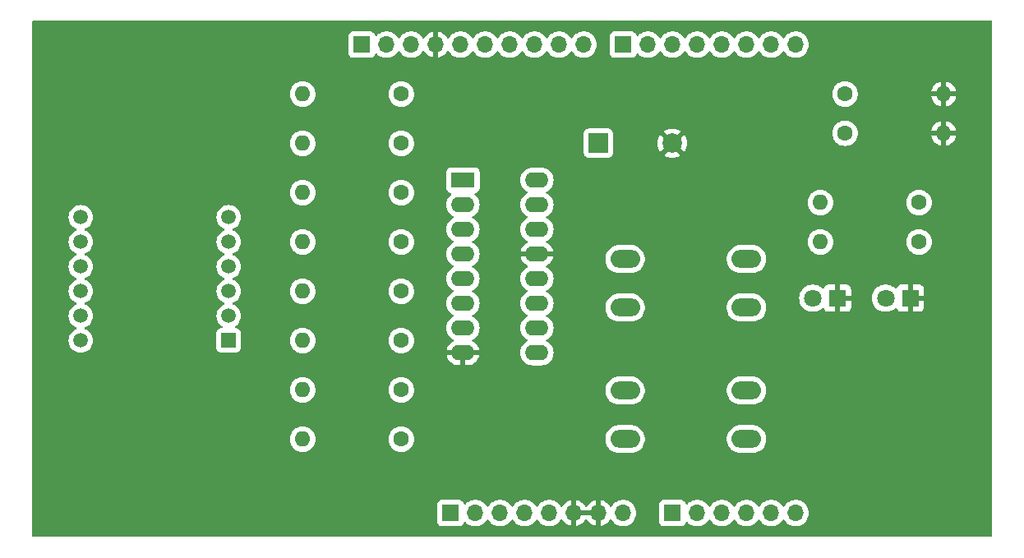
<source format=gbr>
%TF.GenerationSoftware,KiCad,Pcbnew,(7.0.0)*%
%TF.CreationDate,2023-03-30T13:35:50-06:00*%
%TF.ProjectId,Phase_A_UnoShield,50686173-655f-4415-9f55-6e6f53686965,rev?*%
%TF.SameCoordinates,Original*%
%TF.FileFunction,Copper,L2,Bot*%
%TF.FilePolarity,Positive*%
%FSLAX46Y46*%
G04 Gerber Fmt 4.6, Leading zero omitted, Abs format (unit mm)*
G04 Created by KiCad (PCBNEW (7.0.0)) date 2023-03-30 13:35:50*
%MOMM*%
%LPD*%
G01*
G04 APERTURE LIST*
%TA.AperFunction,ComponentPad*%
%ADD10R,1.700000X1.700000*%
%TD*%
%TA.AperFunction,ComponentPad*%
%ADD11O,1.700000X1.700000*%
%TD*%
%TA.AperFunction,ComponentPad*%
%ADD12R,1.800000X1.800000*%
%TD*%
%TA.AperFunction,ComponentPad*%
%ADD13C,1.800000*%
%TD*%
%TA.AperFunction,ComponentPad*%
%ADD14R,2.400000X1.600000*%
%TD*%
%TA.AperFunction,ComponentPad*%
%ADD15O,2.400000X1.600000*%
%TD*%
%TA.AperFunction,ComponentPad*%
%ADD16C,1.600000*%
%TD*%
%TA.AperFunction,ComponentPad*%
%ADD17O,1.600000X1.600000*%
%TD*%
%TA.AperFunction,ComponentPad*%
%ADD18R,2.000000X2.000000*%
%TD*%
%TA.AperFunction,ComponentPad*%
%ADD19C,2.000000*%
%TD*%
%TA.AperFunction,ComponentPad*%
%ADD20O,3.048000X1.850000*%
%TD*%
%TA.AperFunction,ComponentPad*%
%ADD21C,1.500000*%
%TD*%
%TA.AperFunction,ComponentPad*%
%ADD22R,1.500000X1.500000*%
%TD*%
G04 APERTURE END LIST*
D10*
%TO.P,J1,1,Pin_1*%
%TO.N,unconnected-(J1-Pin_1-Pad1)*%
X127939999Y-97459999D03*
D11*
%TO.P,J1,2,Pin_2*%
%TO.N,/IOREF*%
X130479999Y-97459999D03*
%TO.P,J1,3,Pin_3*%
%TO.N,/~{RESET}*%
X133019999Y-97459999D03*
%TO.P,J1,4,Pin_4*%
%TO.N,+3V3*%
X135559999Y-97459999D03*
%TO.P,J1,5,Pin_5*%
%TO.N,+5V*%
X138099999Y-97459999D03*
%TO.P,J1,6,Pin_6*%
%TO.N,GND*%
X140639999Y-97459999D03*
%TO.P,J1,7,Pin_7*%
X143179999Y-97459999D03*
%TO.P,J1,8,Pin_8*%
%TO.N,VCC*%
X145719999Y-97459999D03*
%TD*%
D10*
%TO.P,J3,1,Pin_1*%
%TO.N,/A0*%
X150799999Y-97459999D03*
D11*
%TO.P,J3,2,Pin_2*%
%TO.N,/A1*%
X153339999Y-97459999D03*
%TO.P,J3,3,Pin_3*%
%TO.N,/A2*%
X155879999Y-97459999D03*
%TO.P,J3,4,Pin_4*%
%TO.N,/A3*%
X158419999Y-97459999D03*
%TO.P,J3,5,Pin_5*%
%TO.N,/SDA{slash}A4*%
X160959999Y-97459999D03*
%TO.P,J3,6,Pin_6*%
%TO.N,/SCL{slash}A5*%
X163499999Y-97459999D03*
%TD*%
D10*
%TO.P,J2,1,Pin_1*%
%TO.N,unconnected-(J2-Pin_1-Pad1)*%
X118795999Y-49199999D03*
D11*
%TO.P,J2,2,Pin_2*%
%TO.N,unconnected-(J2-Pin_2-Pad2)*%
X121335999Y-49199999D03*
%TO.P,J2,3,Pin_3*%
%TO.N,unconnected-(J2-Pin_3-Pad3)*%
X123875999Y-49199999D03*
%TO.P,J2,4,Pin_4*%
%TO.N,GND*%
X126415999Y-49199999D03*
%TO.P,J2,5,Pin_5*%
%TO.N,Dig1*%
X128955999Y-49199999D03*
%TO.P,J2,6,Pin_6*%
%TO.N,Dig2*%
X131495999Y-49199999D03*
%TO.P,J2,7,Pin_7*%
%TO.N,Dig3*%
X134035999Y-49199999D03*
%TO.P,J2,8,Pin_8*%
%TO.N,Dig4*%
X136575999Y-49199999D03*
%TO.P,J2,9,Pin_9*%
%TO.N,DS*%
X139115999Y-49199999D03*
%TO.P,J2,10,Pin_10*%
%TO.N,ST_CP*%
X141655999Y-49199999D03*
%TD*%
D10*
%TO.P,J4,1,Pin_1*%
%TO.N,SH_CP*%
X145719999Y-49199999D03*
D11*
%TO.P,J4,2,Pin_2*%
%TO.N,Buzzer*%
X148259999Y-49199999D03*
%TO.P,J4,3,Pin_3*%
%TO.N,RED_LED*%
X150799999Y-49199999D03*
%TO.P,J4,4,Pin_4*%
%TO.N,GREEN_LED*%
X153339999Y-49199999D03*
%TO.P,J4,5,Pin_5*%
%TO.N,Button_2*%
X155879999Y-49199999D03*
%TO.P,J4,6,Pin_6*%
%TO.N,Button_1*%
X158419999Y-49199999D03*
%TO.P,J4,7,Pin_7*%
%TO.N,/TX{slash}1*%
X160959999Y-49199999D03*
%TO.P,J4,8,Pin_8*%
%TO.N,/RX{slash}0*%
X163499999Y-49199999D03*
%TD*%
D12*
%TO.P,D2,1,K*%
%TO.N,GND*%
X167799999Y-75319999D03*
D13*
%TO.P,D2,2,A*%
%TO.N,Net-(D2-A)*%
X165260000Y-75320000D03*
%TD*%
D14*
%TO.P,U2,1,QB*%
%TO.N,b*%
X129219999Y-63159999D03*
D15*
%TO.P,U2,2,QC*%
%TO.N,c*%
X129219999Y-65699999D03*
%TO.P,U2,3,QD*%
%TO.N,d*%
X129219999Y-68239999D03*
%TO.P,U2,4,QE*%
%TO.N,e*%
X129219999Y-70779999D03*
%TO.P,U2,5,QF*%
%TO.N,f*%
X129219999Y-73319999D03*
%TO.P,U2,6,QG*%
%TO.N,g*%
X129219999Y-75859999D03*
%TO.P,U2,7,QH*%
%TO.N,dp*%
X129219999Y-78399999D03*
%TO.P,U2,8,GND*%
%TO.N,GND*%
X129219999Y-80939999D03*
%TO.P,U2,9,QH'*%
%TO.N,unconnected-(U2-QH'-Pad9)*%
X136839999Y-80939999D03*
%TO.P,U2,10,~{SRCLR}*%
%TO.N,+5V*%
X136839999Y-78399999D03*
%TO.P,U2,11,SRCLK*%
%TO.N,SH_CP*%
X136839999Y-75859999D03*
%TO.P,U2,12,RCLK*%
%TO.N,ST_CP*%
X136839999Y-73319999D03*
%TO.P,U2,13,~{OE}*%
%TO.N,GND*%
X136839999Y-70779999D03*
%TO.P,U2,14,SER*%
%TO.N,DS*%
X136839999Y-68239999D03*
%TO.P,U2,15,QA*%
%TO.N,a*%
X136839999Y-65699999D03*
%TO.P,U2,16,VCC*%
%TO.N,+5V*%
X136839999Y-63159999D03*
%TD*%
D16*
%TO.P,R8,1*%
%TO.N,d*%
X122860000Y-69520000D03*
D17*
%TO.P,R8,2*%
%TO.N,Net-(U1-d)*%
X112699999Y-69519999D03*
%TD*%
D16*
%TO.P,R5,1*%
%TO.N,a*%
X122860000Y-54280000D03*
D17*
%TO.P,R5,2*%
%TO.N,Net-(U1-a)*%
X112699999Y-54279999D03*
%TD*%
D12*
%TO.P,D1,1,K*%
%TO.N,GND*%
X175299999Y-75319999D03*
D13*
%TO.P,D1,2,A*%
%TO.N,Net-(D1-A)*%
X172760000Y-75320000D03*
%TD*%
D17*
%TO.P,R1,2*%
%TO.N,GND*%
X178739999Y-54279999D03*
D16*
%TO.P,R1,1*%
%TO.N,Button_1*%
X168580000Y-54280000D03*
%TD*%
D18*
%TO.P,LS1,1,1*%
%TO.N,Buzzer*%
X143179999Y-59359999D03*
D19*
%TO.P,LS1,2,2*%
%TO.N,GND*%
X150780000Y-59360000D03*
%TD*%
D17*
%TO.P,R2,2*%
%TO.N,GND*%
X178739999Y-58329999D03*
D16*
%TO.P,R2,1*%
%TO.N,Button_2*%
X168580000Y-58330000D03*
%TD*%
D20*
%TO.P,SW1,2,2*%
%TO.N,Button_1*%
X158419999Y-76289999D03*
X145919999Y-76289999D03*
%TO.P,SW1,1,1*%
%TO.N,+5V*%
X158419999Y-71289999D03*
X145919999Y-71289999D03*
%TD*%
%TO.P,SW2,2,2*%
%TO.N,Button_2*%
X158419999Y-89839999D03*
X145919999Y-89839999D03*
%TO.P,SW2,1,1*%
%TO.N,+5V*%
X158419999Y-84839999D03*
X145919999Y-84839999D03*
%TD*%
D21*
%TO.P,U1,12,CA1*%
%TO.N,Dig1*%
X89840000Y-79680000D03*
%TO.P,U1,11,a*%
%TO.N,Net-(U1-a)*%
X89840000Y-77140000D03*
%TO.P,U1,10,f*%
%TO.N,Net-(U1-f)*%
X89840000Y-74600000D03*
%TO.P,U1,9,CA2*%
%TO.N,Dig2*%
X89840000Y-72060000D03*
%TO.P,U1,8,CA3*%
%TO.N,Dig3*%
X89840000Y-69520000D03*
%TO.P,U1,7,b*%
%TO.N,Net-(U1-b)*%
X89840000Y-66980000D03*
%TO.P,U1,6,CA4*%
%TO.N,Dig4*%
X105080000Y-66980000D03*
%TO.P,U1,5,g*%
%TO.N,Net-(U1-g)*%
X105080000Y-69520000D03*
%TO.P,U1,4,c*%
%TO.N,Net-(U1-c)*%
X105080000Y-72060000D03*
%TO.P,U1,3,DPX*%
%TO.N,Net-(U1-DPX)*%
X105080000Y-74600000D03*
%TO.P,U1,2,d*%
%TO.N,Net-(U1-d)*%
X105080000Y-77140000D03*
D22*
%TO.P,U1,1,e*%
%TO.N,Net-(U1-e)*%
X105079999Y-79679999D03*
%TD*%
D16*
%TO.P,R12,1*%
%TO.N,dp*%
X122860000Y-89840000D03*
D17*
%TO.P,R12,2*%
%TO.N,Net-(U1-DPX)*%
X112699999Y-89839999D03*
%TD*%
D16*
%TO.P,R10,1*%
%TO.N,f*%
X122860000Y-79680000D03*
D17*
%TO.P,R10,2*%
%TO.N,Net-(U1-f)*%
X112699999Y-79679999D03*
%TD*%
D16*
%TO.P,R9,1*%
%TO.N,e*%
X122860000Y-74600000D03*
D17*
%TO.P,R9,2*%
%TO.N,Net-(U1-e)*%
X112699999Y-74599999D03*
%TD*%
D16*
%TO.P,R6,1*%
%TO.N,b*%
X122860000Y-59360000D03*
D17*
%TO.P,R6,2*%
%TO.N,Net-(U1-b)*%
X112699999Y-59359999D03*
%TD*%
D16*
%TO.P,R3,1*%
%TO.N,RED_LED*%
X176200000Y-69520000D03*
D17*
%TO.P,R3,2*%
%TO.N,Net-(D1-A)*%
X166039999Y-69519999D03*
%TD*%
D16*
%TO.P,R7,1*%
%TO.N,c*%
X122860000Y-64440000D03*
D17*
%TO.P,R7,2*%
%TO.N,Net-(U1-c)*%
X112699999Y-64439999D03*
%TD*%
D16*
%TO.P,R11,1*%
%TO.N,g*%
X122860000Y-84760000D03*
D17*
%TO.P,R11,2*%
%TO.N,Net-(U1-g)*%
X112699999Y-84759999D03*
%TD*%
D16*
%TO.P,R4,1*%
%TO.N,GREEN_LED*%
X176200000Y-65470000D03*
D17*
%TO.P,R4,2*%
%TO.N,Net-(D2-A)*%
X166039999Y-65469999D03*
%TD*%
%TA.AperFunction,Conductor*%
%TO.N,GND*%
G36*
X183682500Y-46752113D02*
G01*
X183727887Y-46797500D01*
X183744500Y-46859500D01*
X183744500Y-99800500D01*
X183727887Y-99862500D01*
X183682500Y-99907887D01*
X183620500Y-99924500D01*
X165305480Y-99924500D01*
X100789480Y-99924500D01*
X84959500Y-99924500D01*
X84897500Y-99907887D01*
X84852113Y-99862500D01*
X84835500Y-99800500D01*
X84835500Y-98358638D01*
X126581500Y-98358638D01*
X126581852Y-98361918D01*
X126581853Y-98361924D01*
X126584191Y-98383676D01*
X126588011Y-98419201D01*
X126590717Y-98426458D01*
X126590719Y-98426463D01*
X126636011Y-98547894D01*
X126639111Y-98556204D01*
X126726739Y-98673261D01*
X126843796Y-98760889D01*
X126980799Y-98811989D01*
X127041362Y-98818500D01*
X128835328Y-98818500D01*
X128838638Y-98818500D01*
X128899201Y-98811989D01*
X129036204Y-98760889D01*
X129153261Y-98673261D01*
X129240889Y-98556204D01*
X129286137Y-98434889D01*
X129322089Y-98383676D01*
X129378470Y-98356538D01*
X129440925Y-98360386D01*
X129493548Y-98394240D01*
X129553288Y-98459135D01*
X129553291Y-98459138D01*
X129556760Y-98462906D01*
X129560801Y-98466051D01*
X129730376Y-98598039D01*
X129730381Y-98598042D01*
X129734424Y-98601189D01*
X129738931Y-98603628D01*
X129738934Y-98603630D01*
X129927919Y-98705903D01*
X129932426Y-98708342D01*
X130145365Y-98781444D01*
X130367431Y-98818500D01*
X130587436Y-98818500D01*
X130592569Y-98818500D01*
X130814635Y-98781444D01*
X131027574Y-98708342D01*
X131225576Y-98601189D01*
X131403240Y-98462906D01*
X131555722Y-98297268D01*
X131646190Y-98158795D01*
X131690982Y-98117561D01*
X131750000Y-98102616D01*
X131809018Y-98117561D01*
X131853809Y-98158795D01*
X131941470Y-98292972D01*
X131941478Y-98292982D01*
X131944278Y-98297268D01*
X131947752Y-98301041D01*
X131947753Y-98301043D01*
X132093288Y-98459135D01*
X132093291Y-98459138D01*
X132096760Y-98462906D01*
X132100801Y-98466051D01*
X132270376Y-98598039D01*
X132270381Y-98598042D01*
X132274424Y-98601189D01*
X132278931Y-98603628D01*
X132278934Y-98603630D01*
X132467919Y-98705903D01*
X132472426Y-98708342D01*
X132685365Y-98781444D01*
X132907431Y-98818500D01*
X133127436Y-98818500D01*
X133132569Y-98818500D01*
X133354635Y-98781444D01*
X133567574Y-98708342D01*
X133765576Y-98601189D01*
X133943240Y-98462906D01*
X134095722Y-98297268D01*
X134186190Y-98158795D01*
X134230982Y-98117561D01*
X134290000Y-98102616D01*
X134349018Y-98117561D01*
X134393809Y-98158795D01*
X134481470Y-98292972D01*
X134481478Y-98292982D01*
X134484278Y-98297268D01*
X134487752Y-98301041D01*
X134487753Y-98301043D01*
X134633288Y-98459135D01*
X134633291Y-98459138D01*
X134636760Y-98462906D01*
X134640801Y-98466051D01*
X134810376Y-98598039D01*
X134810381Y-98598042D01*
X134814424Y-98601189D01*
X134818931Y-98603628D01*
X134818934Y-98603630D01*
X135007919Y-98705903D01*
X135012426Y-98708342D01*
X135225365Y-98781444D01*
X135447431Y-98818500D01*
X135667436Y-98818500D01*
X135672569Y-98818500D01*
X135894635Y-98781444D01*
X136107574Y-98708342D01*
X136305576Y-98601189D01*
X136483240Y-98462906D01*
X136635722Y-98297268D01*
X136726190Y-98158795D01*
X136770982Y-98117561D01*
X136830000Y-98102616D01*
X136889018Y-98117561D01*
X136933809Y-98158795D01*
X137021470Y-98292972D01*
X137021478Y-98292982D01*
X137024278Y-98297268D01*
X137027752Y-98301041D01*
X137027753Y-98301043D01*
X137173288Y-98459135D01*
X137173291Y-98459138D01*
X137176760Y-98462906D01*
X137180801Y-98466051D01*
X137350376Y-98598039D01*
X137350381Y-98598042D01*
X137354424Y-98601189D01*
X137358931Y-98603628D01*
X137358934Y-98603630D01*
X137547919Y-98705903D01*
X137552426Y-98708342D01*
X137765365Y-98781444D01*
X137987431Y-98818500D01*
X138207436Y-98818500D01*
X138212569Y-98818500D01*
X138434635Y-98781444D01*
X138647574Y-98708342D01*
X138845576Y-98601189D01*
X139023240Y-98462906D01*
X139175722Y-98297268D01*
X139269748Y-98153349D01*
X139313663Y-98112595D01*
X139371562Y-98097188D01*
X139429927Y-98110726D01*
X139475131Y-98150048D01*
X139598784Y-98326643D01*
X139605721Y-98334909D01*
X139765090Y-98494278D01*
X139773356Y-98501215D01*
X139957991Y-98630498D01*
X139967323Y-98635886D01*
X140171602Y-98731143D01*
X140181736Y-98734831D01*
X140376219Y-98786943D01*
X140387448Y-98787311D01*
X140390000Y-98776369D01*
X140890000Y-98776369D01*
X140892551Y-98787311D01*
X140903780Y-98786943D01*
X141098263Y-98734831D01*
X141108397Y-98731143D01*
X141312676Y-98635886D01*
X141322008Y-98630498D01*
X141506643Y-98501215D01*
X141514909Y-98494278D01*
X141674278Y-98334909D01*
X141681215Y-98326643D01*
X141808425Y-98144969D01*
X141852743Y-98106104D01*
X141910000Y-98092093D01*
X141967257Y-98106104D01*
X142011575Y-98144969D01*
X142138784Y-98326643D01*
X142145721Y-98334909D01*
X142305090Y-98494278D01*
X142313356Y-98501215D01*
X142497991Y-98630498D01*
X142507323Y-98635886D01*
X142711602Y-98731143D01*
X142721736Y-98734831D01*
X142916219Y-98786943D01*
X142927448Y-98787311D01*
X142930000Y-98776369D01*
X143430000Y-98776369D01*
X143432551Y-98787311D01*
X143443780Y-98786943D01*
X143638263Y-98734831D01*
X143648397Y-98731143D01*
X143852676Y-98635886D01*
X143862008Y-98630498D01*
X144046643Y-98501215D01*
X144054909Y-98494278D01*
X144214278Y-98334909D01*
X144221219Y-98326638D01*
X144344868Y-98150049D01*
X144390072Y-98110726D01*
X144448436Y-98097188D01*
X144506335Y-98112595D01*
X144550252Y-98153351D01*
X144641470Y-98292972D01*
X144641478Y-98292982D01*
X144644278Y-98297268D01*
X144647752Y-98301041D01*
X144647753Y-98301043D01*
X144793288Y-98459135D01*
X144793291Y-98459138D01*
X144796760Y-98462906D01*
X144800801Y-98466051D01*
X144970376Y-98598039D01*
X144970381Y-98598042D01*
X144974424Y-98601189D01*
X144978931Y-98603628D01*
X144978934Y-98603630D01*
X145167919Y-98705903D01*
X145172426Y-98708342D01*
X145385365Y-98781444D01*
X145607431Y-98818500D01*
X145827436Y-98818500D01*
X145832569Y-98818500D01*
X146054635Y-98781444D01*
X146267574Y-98708342D01*
X146465576Y-98601189D01*
X146643240Y-98462906D01*
X146739226Y-98358638D01*
X149441500Y-98358638D01*
X149441852Y-98361918D01*
X149441853Y-98361924D01*
X149444191Y-98383676D01*
X149448011Y-98419201D01*
X149450717Y-98426458D01*
X149450719Y-98426463D01*
X149496011Y-98547894D01*
X149499111Y-98556204D01*
X149586739Y-98673261D01*
X149703796Y-98760889D01*
X149840799Y-98811989D01*
X149901362Y-98818500D01*
X151695328Y-98818500D01*
X151698638Y-98818500D01*
X151759201Y-98811989D01*
X151896204Y-98760889D01*
X152013261Y-98673261D01*
X152100889Y-98556204D01*
X152146137Y-98434889D01*
X152182089Y-98383676D01*
X152238470Y-98356538D01*
X152300925Y-98360386D01*
X152353548Y-98394240D01*
X152413288Y-98459135D01*
X152413291Y-98459138D01*
X152416760Y-98462906D01*
X152420801Y-98466051D01*
X152590376Y-98598039D01*
X152590381Y-98598042D01*
X152594424Y-98601189D01*
X152598931Y-98603628D01*
X152598934Y-98603630D01*
X152787919Y-98705903D01*
X152792426Y-98708342D01*
X153005365Y-98781444D01*
X153227431Y-98818500D01*
X153447436Y-98818500D01*
X153452569Y-98818500D01*
X153674635Y-98781444D01*
X153887574Y-98708342D01*
X154085576Y-98601189D01*
X154263240Y-98462906D01*
X154415722Y-98297268D01*
X154506190Y-98158795D01*
X154550982Y-98117561D01*
X154610000Y-98102616D01*
X154669018Y-98117561D01*
X154713809Y-98158795D01*
X154801470Y-98292972D01*
X154801478Y-98292982D01*
X154804278Y-98297268D01*
X154807752Y-98301041D01*
X154807753Y-98301043D01*
X154953288Y-98459135D01*
X154953291Y-98459138D01*
X154956760Y-98462906D01*
X154960801Y-98466051D01*
X155130376Y-98598039D01*
X155130381Y-98598042D01*
X155134424Y-98601189D01*
X155138931Y-98603628D01*
X155138934Y-98603630D01*
X155327919Y-98705903D01*
X155332426Y-98708342D01*
X155545365Y-98781444D01*
X155767431Y-98818500D01*
X155987436Y-98818500D01*
X155992569Y-98818500D01*
X156214635Y-98781444D01*
X156427574Y-98708342D01*
X156625576Y-98601189D01*
X156803240Y-98462906D01*
X156955722Y-98297268D01*
X157046190Y-98158795D01*
X157090982Y-98117561D01*
X157150000Y-98102616D01*
X157209018Y-98117561D01*
X157253809Y-98158795D01*
X157341470Y-98292972D01*
X157341478Y-98292982D01*
X157344278Y-98297268D01*
X157347752Y-98301041D01*
X157347753Y-98301043D01*
X157493288Y-98459135D01*
X157493291Y-98459138D01*
X157496760Y-98462906D01*
X157500801Y-98466051D01*
X157670376Y-98598039D01*
X157670381Y-98598042D01*
X157674424Y-98601189D01*
X157678931Y-98603628D01*
X157678934Y-98603630D01*
X157867919Y-98705903D01*
X157872426Y-98708342D01*
X158085365Y-98781444D01*
X158307431Y-98818500D01*
X158527436Y-98818500D01*
X158532569Y-98818500D01*
X158754635Y-98781444D01*
X158967574Y-98708342D01*
X159165576Y-98601189D01*
X159343240Y-98462906D01*
X159495722Y-98297268D01*
X159586190Y-98158795D01*
X159630982Y-98117561D01*
X159690000Y-98102616D01*
X159749018Y-98117561D01*
X159793809Y-98158795D01*
X159881470Y-98292972D01*
X159881478Y-98292982D01*
X159884278Y-98297268D01*
X159887752Y-98301041D01*
X159887753Y-98301043D01*
X160033288Y-98459135D01*
X160033291Y-98459138D01*
X160036760Y-98462906D01*
X160040801Y-98466051D01*
X160210376Y-98598039D01*
X160210381Y-98598042D01*
X160214424Y-98601189D01*
X160218931Y-98603628D01*
X160218934Y-98603630D01*
X160407919Y-98705903D01*
X160412426Y-98708342D01*
X160625365Y-98781444D01*
X160847431Y-98818500D01*
X161067436Y-98818500D01*
X161072569Y-98818500D01*
X161294635Y-98781444D01*
X161507574Y-98708342D01*
X161705576Y-98601189D01*
X161883240Y-98462906D01*
X162035722Y-98297268D01*
X162126190Y-98158795D01*
X162170982Y-98117561D01*
X162230000Y-98102616D01*
X162289018Y-98117561D01*
X162333809Y-98158795D01*
X162421470Y-98292972D01*
X162421478Y-98292982D01*
X162424278Y-98297268D01*
X162427752Y-98301041D01*
X162427753Y-98301043D01*
X162573288Y-98459135D01*
X162573291Y-98459138D01*
X162576760Y-98462906D01*
X162580801Y-98466051D01*
X162750376Y-98598039D01*
X162750381Y-98598042D01*
X162754424Y-98601189D01*
X162758931Y-98603628D01*
X162758934Y-98603630D01*
X162947919Y-98705903D01*
X162952426Y-98708342D01*
X163165365Y-98781444D01*
X163387431Y-98818500D01*
X163607436Y-98818500D01*
X163612569Y-98818500D01*
X163834635Y-98781444D01*
X164047574Y-98708342D01*
X164245576Y-98601189D01*
X164423240Y-98462906D01*
X164575722Y-98297268D01*
X164698860Y-98108791D01*
X164789296Y-97902616D01*
X164844564Y-97684368D01*
X164863156Y-97460000D01*
X164844564Y-97235632D01*
X164789296Y-97017384D01*
X164698860Y-96811209D01*
X164575722Y-96622732D01*
X164541072Y-96585092D01*
X164426711Y-96460864D01*
X164426706Y-96460859D01*
X164423240Y-96457094D01*
X164410597Y-96447253D01*
X164249623Y-96321960D01*
X164249615Y-96321955D01*
X164245576Y-96318811D01*
X164241071Y-96316373D01*
X164241065Y-96316369D01*
X164052080Y-96214096D01*
X164052074Y-96214093D01*
X164047574Y-96211658D01*
X164042733Y-96209996D01*
X164042726Y-96209993D01*
X163839488Y-96140222D01*
X163839487Y-96140221D01*
X163834635Y-96138556D01*
X163829585Y-96137713D01*
X163829576Y-96137711D01*
X163617631Y-96102344D01*
X163617622Y-96102343D01*
X163612569Y-96101500D01*
X163387431Y-96101500D01*
X163382378Y-96102343D01*
X163382368Y-96102344D01*
X163170423Y-96137711D01*
X163170411Y-96137713D01*
X163165365Y-96138556D01*
X163160515Y-96140220D01*
X163160511Y-96140222D01*
X162957273Y-96209993D01*
X162957262Y-96209997D01*
X162952426Y-96211658D01*
X162947929Y-96214091D01*
X162947919Y-96214096D01*
X162758934Y-96316369D01*
X162758922Y-96316376D01*
X162754424Y-96318811D01*
X162750389Y-96321951D01*
X162750376Y-96321960D01*
X162580801Y-96453948D01*
X162580795Y-96453952D01*
X162576760Y-96457094D01*
X162573297Y-96460855D01*
X162573288Y-96460864D01*
X162427753Y-96618956D01*
X162427747Y-96618963D01*
X162424278Y-96622732D01*
X162421481Y-96627012D01*
X162421474Y-96627022D01*
X162333809Y-96761205D01*
X162289017Y-96802438D01*
X162230000Y-96817383D01*
X162170983Y-96802438D01*
X162126191Y-96761205D01*
X162038525Y-96627022D01*
X162038523Y-96627020D01*
X162035722Y-96622732D01*
X162001072Y-96585092D01*
X161886711Y-96460864D01*
X161886706Y-96460859D01*
X161883240Y-96457094D01*
X161870597Y-96447253D01*
X161709623Y-96321960D01*
X161709615Y-96321955D01*
X161705576Y-96318811D01*
X161701071Y-96316373D01*
X161701065Y-96316369D01*
X161512080Y-96214096D01*
X161512074Y-96214093D01*
X161507574Y-96211658D01*
X161502733Y-96209996D01*
X161502726Y-96209993D01*
X161299488Y-96140222D01*
X161299487Y-96140221D01*
X161294635Y-96138556D01*
X161289585Y-96137713D01*
X161289576Y-96137711D01*
X161077631Y-96102344D01*
X161077622Y-96102343D01*
X161072569Y-96101500D01*
X160847431Y-96101500D01*
X160842378Y-96102343D01*
X160842368Y-96102344D01*
X160630423Y-96137711D01*
X160630411Y-96137713D01*
X160625365Y-96138556D01*
X160620515Y-96140220D01*
X160620511Y-96140222D01*
X160417273Y-96209993D01*
X160417262Y-96209997D01*
X160412426Y-96211658D01*
X160407929Y-96214091D01*
X160407919Y-96214096D01*
X160218934Y-96316369D01*
X160218922Y-96316376D01*
X160214424Y-96318811D01*
X160210389Y-96321951D01*
X160210376Y-96321960D01*
X160040801Y-96453948D01*
X160040795Y-96453952D01*
X160036760Y-96457094D01*
X160033297Y-96460855D01*
X160033288Y-96460864D01*
X159887753Y-96618956D01*
X159887747Y-96618963D01*
X159884278Y-96622732D01*
X159881481Y-96627012D01*
X159881474Y-96627022D01*
X159793809Y-96761205D01*
X159749017Y-96802438D01*
X159690000Y-96817383D01*
X159630983Y-96802438D01*
X159586191Y-96761205D01*
X159498525Y-96627022D01*
X159498523Y-96627020D01*
X159495722Y-96622732D01*
X159461072Y-96585092D01*
X159346711Y-96460864D01*
X159346706Y-96460859D01*
X159343240Y-96457094D01*
X159330597Y-96447253D01*
X159169623Y-96321960D01*
X159169615Y-96321955D01*
X159165576Y-96318811D01*
X159161071Y-96316373D01*
X159161065Y-96316369D01*
X158972080Y-96214096D01*
X158972074Y-96214093D01*
X158967574Y-96211658D01*
X158962733Y-96209996D01*
X158962726Y-96209993D01*
X158759488Y-96140222D01*
X158759487Y-96140221D01*
X158754635Y-96138556D01*
X158749585Y-96137713D01*
X158749576Y-96137711D01*
X158537631Y-96102344D01*
X158537622Y-96102343D01*
X158532569Y-96101500D01*
X158307431Y-96101500D01*
X158302378Y-96102343D01*
X158302368Y-96102344D01*
X158090423Y-96137711D01*
X158090411Y-96137713D01*
X158085365Y-96138556D01*
X158080515Y-96140220D01*
X158080511Y-96140222D01*
X157877273Y-96209993D01*
X157877262Y-96209997D01*
X157872426Y-96211658D01*
X157867929Y-96214091D01*
X157867919Y-96214096D01*
X157678934Y-96316369D01*
X157678922Y-96316376D01*
X157674424Y-96318811D01*
X157670389Y-96321951D01*
X157670376Y-96321960D01*
X157500801Y-96453948D01*
X157500795Y-96453952D01*
X157496760Y-96457094D01*
X157493297Y-96460855D01*
X157493288Y-96460864D01*
X157347753Y-96618956D01*
X157347747Y-96618963D01*
X157344278Y-96622732D01*
X157341481Y-96627012D01*
X157341474Y-96627022D01*
X157253809Y-96761205D01*
X157209017Y-96802438D01*
X157150000Y-96817383D01*
X157090983Y-96802438D01*
X157046191Y-96761205D01*
X156958525Y-96627022D01*
X156958523Y-96627020D01*
X156955722Y-96622732D01*
X156921072Y-96585092D01*
X156806711Y-96460864D01*
X156806706Y-96460859D01*
X156803240Y-96457094D01*
X156790597Y-96447253D01*
X156629623Y-96321960D01*
X156629615Y-96321955D01*
X156625576Y-96318811D01*
X156621071Y-96316373D01*
X156621065Y-96316369D01*
X156432080Y-96214096D01*
X156432074Y-96214093D01*
X156427574Y-96211658D01*
X156422733Y-96209996D01*
X156422726Y-96209993D01*
X156219488Y-96140222D01*
X156219487Y-96140221D01*
X156214635Y-96138556D01*
X156209585Y-96137713D01*
X156209576Y-96137711D01*
X155997631Y-96102344D01*
X155997622Y-96102343D01*
X155992569Y-96101500D01*
X155767431Y-96101500D01*
X155762378Y-96102343D01*
X155762368Y-96102344D01*
X155550423Y-96137711D01*
X155550411Y-96137713D01*
X155545365Y-96138556D01*
X155540515Y-96140220D01*
X155540511Y-96140222D01*
X155337273Y-96209993D01*
X155337262Y-96209997D01*
X155332426Y-96211658D01*
X155327929Y-96214091D01*
X155327919Y-96214096D01*
X155138934Y-96316369D01*
X155138922Y-96316376D01*
X155134424Y-96318811D01*
X155130389Y-96321951D01*
X155130376Y-96321960D01*
X154960801Y-96453948D01*
X154960795Y-96453952D01*
X154956760Y-96457094D01*
X154953297Y-96460855D01*
X154953288Y-96460864D01*
X154807753Y-96618956D01*
X154807747Y-96618963D01*
X154804278Y-96622732D01*
X154801481Y-96627012D01*
X154801474Y-96627022D01*
X154713809Y-96761205D01*
X154669017Y-96802438D01*
X154610000Y-96817383D01*
X154550983Y-96802438D01*
X154506191Y-96761205D01*
X154418525Y-96627022D01*
X154418523Y-96627020D01*
X154415722Y-96622732D01*
X154381072Y-96585092D01*
X154266711Y-96460864D01*
X154266706Y-96460859D01*
X154263240Y-96457094D01*
X154250597Y-96447253D01*
X154089623Y-96321960D01*
X154089615Y-96321955D01*
X154085576Y-96318811D01*
X154081071Y-96316373D01*
X154081065Y-96316369D01*
X153892080Y-96214096D01*
X153892074Y-96214093D01*
X153887574Y-96211658D01*
X153882733Y-96209996D01*
X153882726Y-96209993D01*
X153679488Y-96140222D01*
X153679487Y-96140221D01*
X153674635Y-96138556D01*
X153669585Y-96137713D01*
X153669576Y-96137711D01*
X153457631Y-96102344D01*
X153457622Y-96102343D01*
X153452569Y-96101500D01*
X153227431Y-96101500D01*
X153222378Y-96102343D01*
X153222368Y-96102344D01*
X153010423Y-96137711D01*
X153010411Y-96137713D01*
X153005365Y-96138556D01*
X153000515Y-96140220D01*
X153000511Y-96140222D01*
X152797273Y-96209993D01*
X152797262Y-96209997D01*
X152792426Y-96211658D01*
X152787929Y-96214091D01*
X152787919Y-96214096D01*
X152598934Y-96316369D01*
X152598922Y-96316376D01*
X152594424Y-96318811D01*
X152590389Y-96321951D01*
X152590376Y-96321960D01*
X152420801Y-96453948D01*
X152420795Y-96453952D01*
X152416760Y-96457094D01*
X152413294Y-96460858D01*
X152413294Y-96460859D01*
X152353548Y-96525760D01*
X152300924Y-96559613D01*
X152238470Y-96563461D01*
X152182089Y-96536323D01*
X152146137Y-96485110D01*
X152135687Y-96457094D01*
X152100889Y-96363796D01*
X152013261Y-96246739D01*
X151966398Y-96211658D01*
X151903304Y-96164426D01*
X151903303Y-96164425D01*
X151896204Y-96159111D01*
X151887896Y-96156012D01*
X151887894Y-96156011D01*
X151766463Y-96110719D01*
X151766458Y-96110717D01*
X151759201Y-96108011D01*
X151751497Y-96107182D01*
X151751494Y-96107182D01*
X151701924Y-96101853D01*
X151701918Y-96101852D01*
X151698638Y-96101500D01*
X149901362Y-96101500D01*
X149898082Y-96101852D01*
X149898075Y-96101853D01*
X149848505Y-96107182D01*
X149848500Y-96107182D01*
X149840799Y-96108011D01*
X149833543Y-96110717D01*
X149833536Y-96110719D01*
X149712105Y-96156011D01*
X149712099Y-96156013D01*
X149703796Y-96159111D01*
X149696698Y-96164423D01*
X149696695Y-96164426D01*
X149593835Y-96241426D01*
X149593831Y-96241429D01*
X149586739Y-96246739D01*
X149581429Y-96253831D01*
X149581426Y-96253835D01*
X149504426Y-96356695D01*
X149504423Y-96356698D01*
X149499111Y-96363796D01*
X149496013Y-96372099D01*
X149496011Y-96372105D01*
X149450719Y-96493536D01*
X149450717Y-96493543D01*
X149448011Y-96500799D01*
X149447182Y-96508500D01*
X149447182Y-96508505D01*
X149441853Y-96558075D01*
X149441500Y-96561362D01*
X149441500Y-98358638D01*
X146739226Y-98358638D01*
X146795722Y-98297268D01*
X146918860Y-98108791D01*
X147009296Y-97902616D01*
X147064564Y-97684368D01*
X147083156Y-97460000D01*
X147064564Y-97235632D01*
X147009296Y-97017384D01*
X146918860Y-96811209D01*
X146795722Y-96622732D01*
X146761072Y-96585092D01*
X146646711Y-96460864D01*
X146646706Y-96460859D01*
X146643240Y-96457094D01*
X146630597Y-96447253D01*
X146469623Y-96321960D01*
X146469615Y-96321955D01*
X146465576Y-96318811D01*
X146461071Y-96316373D01*
X146461065Y-96316369D01*
X146272080Y-96214096D01*
X146272074Y-96214093D01*
X146267574Y-96211658D01*
X146262733Y-96209996D01*
X146262726Y-96209993D01*
X146059488Y-96140222D01*
X146059487Y-96140221D01*
X146054635Y-96138556D01*
X146049585Y-96137713D01*
X146049576Y-96137711D01*
X145837631Y-96102344D01*
X145837622Y-96102343D01*
X145832569Y-96101500D01*
X145607431Y-96101500D01*
X145602378Y-96102343D01*
X145602368Y-96102344D01*
X145390423Y-96137711D01*
X145390411Y-96137713D01*
X145385365Y-96138556D01*
X145380515Y-96140220D01*
X145380511Y-96140222D01*
X145177273Y-96209993D01*
X145177262Y-96209997D01*
X145172426Y-96211658D01*
X145167929Y-96214091D01*
X145167919Y-96214096D01*
X144978934Y-96316369D01*
X144978922Y-96316376D01*
X144974424Y-96318811D01*
X144970389Y-96321951D01*
X144970376Y-96321960D01*
X144800801Y-96453948D01*
X144800795Y-96453952D01*
X144796760Y-96457094D01*
X144793297Y-96460855D01*
X144793288Y-96460864D01*
X144647753Y-96618956D01*
X144647747Y-96618963D01*
X144644278Y-96622732D01*
X144641480Y-96627014D01*
X144641468Y-96627030D01*
X144550250Y-96766650D01*
X144506334Y-96807405D01*
X144448435Y-96822812D01*
X144390071Y-96809274D01*
X144344867Y-96769951D01*
X144221215Y-96593357D01*
X144214280Y-96585092D01*
X144054909Y-96425721D01*
X144046643Y-96418784D01*
X143862008Y-96289501D01*
X143852676Y-96284113D01*
X143648397Y-96188856D01*
X143638263Y-96185168D01*
X143443780Y-96133056D01*
X143432551Y-96132688D01*
X143430000Y-96143631D01*
X143430000Y-98776369D01*
X142930000Y-98776369D01*
X142930000Y-97726326D01*
X142926549Y-97713450D01*
X142913674Y-97710000D01*
X140906326Y-97710000D01*
X140893450Y-97713450D01*
X140890000Y-97726326D01*
X140890000Y-98776369D01*
X140390000Y-98776369D01*
X140390000Y-97193674D01*
X140890000Y-97193674D01*
X140893450Y-97206549D01*
X140906326Y-97210000D01*
X142913674Y-97210000D01*
X142926549Y-97206549D01*
X142930000Y-97193674D01*
X142930000Y-96143631D01*
X142927448Y-96132688D01*
X142916219Y-96133056D01*
X142721736Y-96185168D01*
X142711602Y-96188856D01*
X142507332Y-96284110D01*
X142497982Y-96289508D01*
X142313357Y-96418784D01*
X142305092Y-96425719D01*
X142145719Y-96585092D01*
X142138788Y-96593352D01*
X142011575Y-96775032D01*
X141967257Y-96813897D01*
X141910000Y-96827908D01*
X141852743Y-96813897D01*
X141808425Y-96775032D01*
X141681211Y-96593352D01*
X141674280Y-96585092D01*
X141514909Y-96425721D01*
X141506643Y-96418784D01*
X141322008Y-96289501D01*
X141312676Y-96284113D01*
X141108397Y-96188856D01*
X141098263Y-96185168D01*
X140903780Y-96133056D01*
X140892551Y-96132688D01*
X140890000Y-96143631D01*
X140890000Y-97193674D01*
X140390000Y-97193674D01*
X140390000Y-96143631D01*
X140387448Y-96132688D01*
X140376219Y-96133056D01*
X140181736Y-96185168D01*
X140171602Y-96188856D01*
X139967332Y-96284110D01*
X139957982Y-96289508D01*
X139773357Y-96418784D01*
X139765092Y-96425719D01*
X139605719Y-96585092D01*
X139598788Y-96593352D01*
X139475132Y-96769952D01*
X139429928Y-96809274D01*
X139371564Y-96822812D01*
X139313665Y-96807405D01*
X139269748Y-96766649D01*
X139178529Y-96627027D01*
X139178523Y-96627019D01*
X139175722Y-96622732D01*
X139141072Y-96585092D01*
X139026711Y-96460864D01*
X139026706Y-96460859D01*
X139023240Y-96457094D01*
X139010597Y-96447253D01*
X138849623Y-96321960D01*
X138849615Y-96321955D01*
X138845576Y-96318811D01*
X138841071Y-96316373D01*
X138841065Y-96316369D01*
X138652080Y-96214096D01*
X138652074Y-96214093D01*
X138647574Y-96211658D01*
X138642733Y-96209996D01*
X138642726Y-96209993D01*
X138439488Y-96140222D01*
X138439487Y-96140221D01*
X138434635Y-96138556D01*
X138429585Y-96137713D01*
X138429576Y-96137711D01*
X138217631Y-96102344D01*
X138217622Y-96102343D01*
X138212569Y-96101500D01*
X137987431Y-96101500D01*
X137982378Y-96102343D01*
X137982368Y-96102344D01*
X137770423Y-96137711D01*
X137770411Y-96137713D01*
X137765365Y-96138556D01*
X137760515Y-96140220D01*
X137760511Y-96140222D01*
X137557273Y-96209993D01*
X137557262Y-96209997D01*
X137552426Y-96211658D01*
X137547929Y-96214091D01*
X137547919Y-96214096D01*
X137358934Y-96316369D01*
X137358922Y-96316376D01*
X137354424Y-96318811D01*
X137350389Y-96321951D01*
X137350376Y-96321960D01*
X137180801Y-96453948D01*
X137180795Y-96453952D01*
X137176760Y-96457094D01*
X137173297Y-96460855D01*
X137173288Y-96460864D01*
X137027753Y-96618956D01*
X137027747Y-96618963D01*
X137024278Y-96622732D01*
X137021481Y-96627012D01*
X137021474Y-96627022D01*
X136933809Y-96761205D01*
X136889017Y-96802438D01*
X136830000Y-96817383D01*
X136770983Y-96802438D01*
X136726191Y-96761205D01*
X136638525Y-96627022D01*
X136638523Y-96627020D01*
X136635722Y-96622732D01*
X136601072Y-96585092D01*
X136486711Y-96460864D01*
X136486706Y-96460859D01*
X136483240Y-96457094D01*
X136470597Y-96447253D01*
X136309623Y-96321960D01*
X136309615Y-96321955D01*
X136305576Y-96318811D01*
X136301071Y-96316373D01*
X136301065Y-96316369D01*
X136112080Y-96214096D01*
X136112074Y-96214093D01*
X136107574Y-96211658D01*
X136102733Y-96209996D01*
X136102726Y-96209993D01*
X135899488Y-96140222D01*
X135899487Y-96140221D01*
X135894635Y-96138556D01*
X135889585Y-96137713D01*
X135889576Y-96137711D01*
X135677631Y-96102344D01*
X135677622Y-96102343D01*
X135672569Y-96101500D01*
X135447431Y-96101500D01*
X135442378Y-96102343D01*
X135442368Y-96102344D01*
X135230423Y-96137711D01*
X135230411Y-96137713D01*
X135225365Y-96138556D01*
X135220515Y-96140220D01*
X135220511Y-96140222D01*
X135017273Y-96209993D01*
X135017262Y-96209997D01*
X135012426Y-96211658D01*
X135007929Y-96214091D01*
X135007919Y-96214096D01*
X134818934Y-96316369D01*
X134818922Y-96316376D01*
X134814424Y-96318811D01*
X134810389Y-96321951D01*
X134810376Y-96321960D01*
X134640801Y-96453948D01*
X134640795Y-96453952D01*
X134636760Y-96457094D01*
X134633297Y-96460855D01*
X134633288Y-96460864D01*
X134487753Y-96618956D01*
X134487747Y-96618963D01*
X134484278Y-96622732D01*
X134481481Y-96627012D01*
X134481474Y-96627022D01*
X134393809Y-96761205D01*
X134349017Y-96802438D01*
X134290000Y-96817383D01*
X134230983Y-96802438D01*
X134186191Y-96761205D01*
X134098525Y-96627022D01*
X134098523Y-96627020D01*
X134095722Y-96622732D01*
X134061072Y-96585092D01*
X133946711Y-96460864D01*
X133946706Y-96460859D01*
X133943240Y-96457094D01*
X133930597Y-96447253D01*
X133769623Y-96321960D01*
X133769615Y-96321955D01*
X133765576Y-96318811D01*
X133761071Y-96316373D01*
X133761065Y-96316369D01*
X133572080Y-96214096D01*
X133572074Y-96214093D01*
X133567574Y-96211658D01*
X133562733Y-96209996D01*
X133562726Y-96209993D01*
X133359488Y-96140222D01*
X133359487Y-96140221D01*
X133354635Y-96138556D01*
X133349585Y-96137713D01*
X133349576Y-96137711D01*
X133137631Y-96102344D01*
X133137622Y-96102343D01*
X133132569Y-96101500D01*
X132907431Y-96101500D01*
X132902378Y-96102343D01*
X132902368Y-96102344D01*
X132690423Y-96137711D01*
X132690411Y-96137713D01*
X132685365Y-96138556D01*
X132680515Y-96140220D01*
X132680511Y-96140222D01*
X132477273Y-96209993D01*
X132477262Y-96209997D01*
X132472426Y-96211658D01*
X132467929Y-96214091D01*
X132467919Y-96214096D01*
X132278934Y-96316369D01*
X132278922Y-96316376D01*
X132274424Y-96318811D01*
X132270389Y-96321951D01*
X132270376Y-96321960D01*
X132100801Y-96453948D01*
X132100795Y-96453952D01*
X132096760Y-96457094D01*
X132093297Y-96460855D01*
X132093288Y-96460864D01*
X131947753Y-96618956D01*
X131947747Y-96618963D01*
X131944278Y-96622732D01*
X131941481Y-96627012D01*
X131941474Y-96627022D01*
X131853809Y-96761205D01*
X131809017Y-96802438D01*
X131750000Y-96817383D01*
X131690983Y-96802438D01*
X131646191Y-96761205D01*
X131558525Y-96627022D01*
X131558523Y-96627020D01*
X131555722Y-96622732D01*
X131521072Y-96585092D01*
X131406711Y-96460864D01*
X131406706Y-96460859D01*
X131403240Y-96457094D01*
X131390597Y-96447253D01*
X131229623Y-96321960D01*
X131229615Y-96321955D01*
X131225576Y-96318811D01*
X131221071Y-96316373D01*
X131221065Y-96316369D01*
X131032080Y-96214096D01*
X131032074Y-96214093D01*
X131027574Y-96211658D01*
X131022733Y-96209996D01*
X131022726Y-96209993D01*
X130819488Y-96140222D01*
X130819487Y-96140221D01*
X130814635Y-96138556D01*
X130809585Y-96137713D01*
X130809576Y-96137711D01*
X130597631Y-96102344D01*
X130597622Y-96102343D01*
X130592569Y-96101500D01*
X130367431Y-96101500D01*
X130362378Y-96102343D01*
X130362368Y-96102344D01*
X130150423Y-96137711D01*
X130150411Y-96137713D01*
X130145365Y-96138556D01*
X130140515Y-96140220D01*
X130140511Y-96140222D01*
X129937273Y-96209993D01*
X129937262Y-96209997D01*
X129932426Y-96211658D01*
X129927929Y-96214091D01*
X129927919Y-96214096D01*
X129738934Y-96316369D01*
X129738922Y-96316376D01*
X129734424Y-96318811D01*
X129730389Y-96321951D01*
X129730376Y-96321960D01*
X129560801Y-96453948D01*
X129560795Y-96453952D01*
X129556760Y-96457094D01*
X129553294Y-96460858D01*
X129553294Y-96460859D01*
X129493548Y-96525760D01*
X129440924Y-96559613D01*
X129378470Y-96563461D01*
X129322089Y-96536323D01*
X129286137Y-96485110D01*
X129275687Y-96457094D01*
X129240889Y-96363796D01*
X129153261Y-96246739D01*
X129106398Y-96211658D01*
X129043304Y-96164426D01*
X129043303Y-96164425D01*
X129036204Y-96159111D01*
X129027896Y-96156012D01*
X129027894Y-96156011D01*
X128906463Y-96110719D01*
X128906458Y-96110717D01*
X128899201Y-96108011D01*
X128891497Y-96107182D01*
X128891494Y-96107182D01*
X128841924Y-96101853D01*
X128841918Y-96101852D01*
X128838638Y-96101500D01*
X127041362Y-96101500D01*
X127038082Y-96101852D01*
X127038075Y-96101853D01*
X126988505Y-96107182D01*
X126988500Y-96107182D01*
X126980799Y-96108011D01*
X126973543Y-96110717D01*
X126973536Y-96110719D01*
X126852105Y-96156011D01*
X126852099Y-96156013D01*
X126843796Y-96159111D01*
X126836698Y-96164423D01*
X126836695Y-96164426D01*
X126733835Y-96241426D01*
X126733831Y-96241429D01*
X126726739Y-96246739D01*
X126721429Y-96253831D01*
X126721426Y-96253835D01*
X126644426Y-96356695D01*
X126644423Y-96356698D01*
X126639111Y-96363796D01*
X126636013Y-96372099D01*
X126636011Y-96372105D01*
X126590719Y-96493536D01*
X126590717Y-96493543D01*
X126588011Y-96500799D01*
X126587182Y-96508500D01*
X126587182Y-96508505D01*
X126581853Y-96558075D01*
X126581500Y-96561362D01*
X126581500Y-98358638D01*
X84835500Y-98358638D01*
X84835500Y-89840000D01*
X111386502Y-89840000D01*
X111386974Y-89845395D01*
X111405984Y-90062688D01*
X111405985Y-90062695D01*
X111406457Y-90068087D01*
X111407856Y-90073308D01*
X111407858Y-90073319D01*
X111464316Y-90284021D01*
X111464318Y-90284028D01*
X111465716Y-90289243D01*
X111468000Y-90294143D01*
X111468002Y-90294146D01*
X111527765Y-90422308D01*
X111562477Y-90496749D01*
X111565584Y-90501186D01*
X111690696Y-90679865D01*
X111690699Y-90679869D01*
X111693802Y-90684300D01*
X111855700Y-90846198D01*
X112043251Y-90977523D01*
X112250757Y-91074284D01*
X112255977Y-91075682D01*
X112255978Y-91075683D01*
X112466680Y-91132141D01*
X112466682Y-91132141D01*
X112471913Y-91133543D01*
X112700000Y-91153498D01*
X112928087Y-91133543D01*
X113149243Y-91074284D01*
X113356749Y-90977523D01*
X113544300Y-90846198D01*
X113706198Y-90684300D01*
X113837523Y-90496749D01*
X113934284Y-90289243D01*
X113993543Y-90068087D01*
X114013498Y-89840000D01*
X121546502Y-89840000D01*
X121546974Y-89845395D01*
X121565984Y-90062688D01*
X121565985Y-90062695D01*
X121566457Y-90068087D01*
X121567856Y-90073308D01*
X121567858Y-90073319D01*
X121624316Y-90284021D01*
X121624318Y-90284028D01*
X121625716Y-90289243D01*
X121628000Y-90294143D01*
X121628002Y-90294146D01*
X121687765Y-90422308D01*
X121722477Y-90496749D01*
X121725584Y-90501186D01*
X121850696Y-90679865D01*
X121850699Y-90679869D01*
X121853802Y-90684300D01*
X122015700Y-90846198D01*
X122203251Y-90977523D01*
X122410757Y-91074284D01*
X122415977Y-91075682D01*
X122415978Y-91075683D01*
X122626680Y-91132141D01*
X122626682Y-91132141D01*
X122631913Y-91133543D01*
X122860000Y-91153498D01*
X123088087Y-91133543D01*
X123309243Y-91074284D01*
X123516749Y-90977523D01*
X123704300Y-90846198D01*
X123866198Y-90684300D01*
X123997523Y-90496749D01*
X124094284Y-90289243D01*
X124153543Y-90068087D01*
X124163106Y-89958783D01*
X143887500Y-89958783D01*
X143888343Y-89963836D01*
X143888344Y-89963845D01*
X143925757Y-90188051D01*
X143925759Y-90188060D01*
X143926602Y-90193110D01*
X144003740Y-90417804D01*
X144116809Y-90626737D01*
X144119957Y-90630782D01*
X144119958Y-90630783D01*
X144164593Y-90688131D01*
X144262725Y-90814211D01*
X144437508Y-90975110D01*
X144636391Y-91105046D01*
X144641086Y-91107105D01*
X144641089Y-91107107D01*
X144800481Y-91177023D01*
X144853948Y-91200476D01*
X145084245Y-91258795D01*
X145261709Y-91273500D01*
X146575721Y-91273500D01*
X146578291Y-91273500D01*
X146755755Y-91258795D01*
X146986052Y-91200476D01*
X147203609Y-91105046D01*
X147402492Y-90975110D01*
X147577275Y-90814211D01*
X147723191Y-90626737D01*
X147836260Y-90417804D01*
X147913398Y-90193110D01*
X147952500Y-89958783D01*
X156387500Y-89958783D01*
X156388343Y-89963836D01*
X156388344Y-89963845D01*
X156425757Y-90188051D01*
X156425759Y-90188060D01*
X156426602Y-90193110D01*
X156503740Y-90417804D01*
X156616809Y-90626737D01*
X156619957Y-90630782D01*
X156619958Y-90630783D01*
X156664593Y-90688131D01*
X156762725Y-90814211D01*
X156937508Y-90975110D01*
X157136391Y-91105046D01*
X157141086Y-91107105D01*
X157141089Y-91107107D01*
X157300481Y-91177023D01*
X157353948Y-91200476D01*
X157584245Y-91258795D01*
X157761709Y-91273500D01*
X159075721Y-91273500D01*
X159078291Y-91273500D01*
X159255755Y-91258795D01*
X159486052Y-91200476D01*
X159703609Y-91105046D01*
X159902492Y-90975110D01*
X160077275Y-90814211D01*
X160223191Y-90626737D01*
X160336260Y-90417804D01*
X160413398Y-90193110D01*
X160452500Y-89958783D01*
X160452500Y-89721217D01*
X160413398Y-89486890D01*
X160336260Y-89262196D01*
X160223191Y-89053263D01*
X160077275Y-88865789D01*
X159902492Y-88704890D01*
X159750694Y-88605716D01*
X159707906Y-88577761D01*
X159707902Y-88577759D01*
X159703609Y-88574954D01*
X159698917Y-88572896D01*
X159698910Y-88572892D01*
X159490738Y-88481579D01*
X159490732Y-88481577D01*
X159486052Y-88479524D01*
X159481095Y-88478268D01*
X159481090Y-88478267D01*
X159260729Y-88422464D01*
X159260722Y-88422462D01*
X159255755Y-88421205D01*
X159250643Y-88420781D01*
X159250635Y-88420780D01*
X159080857Y-88406712D01*
X159080842Y-88406711D01*
X159078291Y-88406500D01*
X157761709Y-88406500D01*
X157759158Y-88406711D01*
X157759142Y-88406712D01*
X157589364Y-88420780D01*
X157589354Y-88420781D01*
X157584245Y-88421205D01*
X157579279Y-88422462D01*
X157579270Y-88422464D01*
X157358909Y-88478267D01*
X157358901Y-88478269D01*
X157353948Y-88479524D01*
X157349270Y-88481575D01*
X157349261Y-88481579D01*
X157141089Y-88572892D01*
X157141076Y-88572898D01*
X157136391Y-88574954D01*
X157132101Y-88577756D01*
X157132093Y-88577761D01*
X156941805Y-88702082D01*
X156941799Y-88702086D01*
X156937508Y-88704890D01*
X156933739Y-88708359D01*
X156933732Y-88708365D01*
X156766498Y-88862315D01*
X156766493Y-88862319D01*
X156762725Y-88865789D01*
X156759581Y-88869828D01*
X156759574Y-88869836D01*
X156619958Y-89049216D01*
X156619953Y-89049223D01*
X156616809Y-89053263D01*
X156614371Y-89057767D01*
X156614369Y-89057771D01*
X156506177Y-89257691D01*
X156506172Y-89257700D01*
X156503740Y-89262196D01*
X156502078Y-89267036D01*
X156502075Y-89267044D01*
X156457812Y-89395978D01*
X156426602Y-89486890D01*
X156425759Y-89491936D01*
X156425757Y-89491948D01*
X156388344Y-89716154D01*
X156388343Y-89716164D01*
X156387500Y-89721217D01*
X156387500Y-89958783D01*
X147952500Y-89958783D01*
X147952500Y-89721217D01*
X147913398Y-89486890D01*
X147836260Y-89262196D01*
X147723191Y-89053263D01*
X147577275Y-88865789D01*
X147402492Y-88704890D01*
X147250694Y-88605716D01*
X147207906Y-88577761D01*
X147207902Y-88577759D01*
X147203609Y-88574954D01*
X147198917Y-88572896D01*
X147198910Y-88572892D01*
X146990738Y-88481579D01*
X146990732Y-88481577D01*
X146986052Y-88479524D01*
X146981095Y-88478268D01*
X146981090Y-88478267D01*
X146760729Y-88422464D01*
X146760722Y-88422462D01*
X146755755Y-88421205D01*
X146750643Y-88420781D01*
X146750635Y-88420780D01*
X146580857Y-88406712D01*
X146580842Y-88406711D01*
X146578291Y-88406500D01*
X145261709Y-88406500D01*
X145259158Y-88406711D01*
X145259142Y-88406712D01*
X145089364Y-88420780D01*
X145089354Y-88420781D01*
X145084245Y-88421205D01*
X145079279Y-88422462D01*
X145079270Y-88422464D01*
X144858909Y-88478267D01*
X144858901Y-88478269D01*
X144853948Y-88479524D01*
X144849270Y-88481575D01*
X144849261Y-88481579D01*
X144641089Y-88572892D01*
X144641076Y-88572898D01*
X144636391Y-88574954D01*
X144632101Y-88577756D01*
X144632093Y-88577761D01*
X144441805Y-88702082D01*
X144441799Y-88702086D01*
X144437508Y-88704890D01*
X144433739Y-88708359D01*
X144433732Y-88708365D01*
X144266498Y-88862315D01*
X144266493Y-88862319D01*
X144262725Y-88865789D01*
X144259581Y-88869828D01*
X144259574Y-88869836D01*
X144119958Y-89049216D01*
X144119953Y-89049223D01*
X144116809Y-89053263D01*
X144114371Y-89057767D01*
X144114369Y-89057771D01*
X144006177Y-89257691D01*
X144006172Y-89257700D01*
X144003740Y-89262196D01*
X144002078Y-89267036D01*
X144002075Y-89267044D01*
X143957812Y-89395978D01*
X143926602Y-89486890D01*
X143925759Y-89491936D01*
X143925757Y-89491948D01*
X143888344Y-89716154D01*
X143888343Y-89716164D01*
X143887500Y-89721217D01*
X143887500Y-89958783D01*
X124163106Y-89958783D01*
X124173498Y-89840000D01*
X124153543Y-89611913D01*
X124094284Y-89390757D01*
X123997523Y-89183251D01*
X123866198Y-88995700D01*
X123704300Y-88833802D01*
X123699869Y-88830699D01*
X123699865Y-88830696D01*
X123521186Y-88705584D01*
X123521187Y-88705584D01*
X123516749Y-88702477D01*
X123511834Y-88700185D01*
X123314146Y-88608002D01*
X123314143Y-88608000D01*
X123309243Y-88605716D01*
X123304028Y-88604318D01*
X123304021Y-88604316D01*
X123093319Y-88547858D01*
X123093308Y-88547856D01*
X123088087Y-88546457D01*
X123082695Y-88545985D01*
X123082688Y-88545984D01*
X122865395Y-88526974D01*
X122860000Y-88526502D01*
X122854605Y-88526974D01*
X122637311Y-88545984D01*
X122637302Y-88545985D01*
X122631913Y-88546457D01*
X122626692Y-88547855D01*
X122626680Y-88547858D01*
X122415978Y-88604316D01*
X122415967Y-88604319D01*
X122410757Y-88605716D01*
X122405860Y-88607999D01*
X122405853Y-88608002D01*
X122208165Y-88700185D01*
X122208159Y-88700188D01*
X122203251Y-88702477D01*
X122198817Y-88705581D01*
X122198813Y-88705584D01*
X122020134Y-88830696D01*
X122020124Y-88830703D01*
X122015700Y-88833802D01*
X122011874Y-88837627D01*
X122011868Y-88837633D01*
X121857633Y-88991868D01*
X121857627Y-88991874D01*
X121853802Y-88995700D01*
X121850703Y-89000124D01*
X121850696Y-89000134D01*
X121725584Y-89178813D01*
X121725581Y-89178817D01*
X121722477Y-89183251D01*
X121720188Y-89188159D01*
X121720185Y-89188165D01*
X121628002Y-89385853D01*
X121627999Y-89385860D01*
X121625716Y-89390757D01*
X121624319Y-89395967D01*
X121624316Y-89395978D01*
X121567858Y-89606680D01*
X121567855Y-89606692D01*
X121566457Y-89611913D01*
X121565985Y-89617302D01*
X121565984Y-89617311D01*
X121557337Y-89716154D01*
X121546502Y-89840000D01*
X114013498Y-89840000D01*
X113993543Y-89611913D01*
X113934284Y-89390757D01*
X113837523Y-89183251D01*
X113706198Y-88995700D01*
X113544300Y-88833802D01*
X113539869Y-88830699D01*
X113539865Y-88830696D01*
X113361186Y-88705584D01*
X113361187Y-88705584D01*
X113356749Y-88702477D01*
X113351834Y-88700185D01*
X113154146Y-88608002D01*
X113154143Y-88608000D01*
X113149243Y-88605716D01*
X113144028Y-88604318D01*
X113144021Y-88604316D01*
X112933319Y-88547858D01*
X112933308Y-88547856D01*
X112928087Y-88546457D01*
X112922695Y-88545985D01*
X112922688Y-88545984D01*
X112705395Y-88526974D01*
X112700000Y-88526502D01*
X112694605Y-88526974D01*
X112477311Y-88545984D01*
X112477302Y-88545985D01*
X112471913Y-88546457D01*
X112466692Y-88547855D01*
X112466680Y-88547858D01*
X112255978Y-88604316D01*
X112255967Y-88604319D01*
X112250757Y-88605716D01*
X112245860Y-88607999D01*
X112245853Y-88608002D01*
X112048165Y-88700185D01*
X112048159Y-88700188D01*
X112043251Y-88702477D01*
X112038817Y-88705581D01*
X112038813Y-88705584D01*
X111860134Y-88830696D01*
X111860124Y-88830703D01*
X111855700Y-88833802D01*
X111851874Y-88837627D01*
X111851868Y-88837633D01*
X111697633Y-88991868D01*
X111697627Y-88991874D01*
X111693802Y-88995700D01*
X111690703Y-89000124D01*
X111690696Y-89000134D01*
X111565584Y-89178813D01*
X111565581Y-89178817D01*
X111562477Y-89183251D01*
X111560188Y-89188159D01*
X111560185Y-89188165D01*
X111468002Y-89385853D01*
X111467999Y-89385860D01*
X111465716Y-89390757D01*
X111464319Y-89395967D01*
X111464316Y-89395978D01*
X111407858Y-89606680D01*
X111407855Y-89606692D01*
X111406457Y-89611913D01*
X111405985Y-89617302D01*
X111405984Y-89617311D01*
X111397337Y-89716154D01*
X111386502Y-89840000D01*
X84835500Y-89840000D01*
X84835500Y-84760000D01*
X111386502Y-84760000D01*
X111386974Y-84765395D01*
X111405984Y-84982688D01*
X111405985Y-84982695D01*
X111406457Y-84988087D01*
X111407856Y-84993308D01*
X111407858Y-84993319D01*
X111464316Y-85204021D01*
X111464318Y-85204028D01*
X111465716Y-85209243D01*
X111562477Y-85416749D01*
X111594333Y-85462244D01*
X111690696Y-85599865D01*
X111690699Y-85599869D01*
X111693802Y-85604300D01*
X111855700Y-85766198D01*
X112043251Y-85897523D01*
X112250757Y-85994284D01*
X112255977Y-85995682D01*
X112255978Y-85995683D01*
X112466680Y-86052141D01*
X112466682Y-86052141D01*
X112471913Y-86053543D01*
X112700000Y-86073498D01*
X112928087Y-86053543D01*
X113149243Y-85994284D01*
X113356749Y-85897523D01*
X113544300Y-85766198D01*
X113706198Y-85604300D01*
X113837523Y-85416749D01*
X113934284Y-85209243D01*
X113993543Y-84988087D01*
X114013498Y-84760000D01*
X121546502Y-84760000D01*
X121546974Y-84765395D01*
X121565984Y-84982688D01*
X121565985Y-84982695D01*
X121566457Y-84988087D01*
X121567856Y-84993308D01*
X121567858Y-84993319D01*
X121624316Y-85204021D01*
X121624318Y-85204028D01*
X121625716Y-85209243D01*
X121722477Y-85416749D01*
X121754333Y-85462244D01*
X121850696Y-85599865D01*
X121850699Y-85599869D01*
X121853802Y-85604300D01*
X122015700Y-85766198D01*
X122203251Y-85897523D01*
X122410757Y-85994284D01*
X122415977Y-85995682D01*
X122415978Y-85995683D01*
X122626680Y-86052141D01*
X122626682Y-86052141D01*
X122631913Y-86053543D01*
X122860000Y-86073498D01*
X123088087Y-86053543D01*
X123309243Y-85994284D01*
X123516749Y-85897523D01*
X123704300Y-85766198D01*
X123866198Y-85604300D01*
X123997523Y-85416749D01*
X124094284Y-85209243D01*
X124153543Y-84988087D01*
X124156107Y-84958783D01*
X143887500Y-84958783D01*
X143888343Y-84963836D01*
X143888344Y-84963845D01*
X143925757Y-85188051D01*
X143925759Y-85188060D01*
X143926602Y-85193110D01*
X144003740Y-85417804D01*
X144116809Y-85626737D01*
X144119957Y-85630782D01*
X144119958Y-85630783D01*
X144222372Y-85762366D01*
X144262725Y-85814211D01*
X144437508Y-85975110D01*
X144636391Y-86105046D01*
X144641086Y-86107105D01*
X144641089Y-86107107D01*
X144800481Y-86177023D01*
X144853948Y-86200476D01*
X145084245Y-86258795D01*
X145261709Y-86273500D01*
X146575721Y-86273500D01*
X146578291Y-86273500D01*
X146755755Y-86258795D01*
X146986052Y-86200476D01*
X147203609Y-86105046D01*
X147402492Y-85975110D01*
X147577275Y-85814211D01*
X147723191Y-85626737D01*
X147836260Y-85417804D01*
X147913398Y-85193110D01*
X147952500Y-84958783D01*
X156387500Y-84958783D01*
X156388343Y-84963836D01*
X156388344Y-84963845D01*
X156425757Y-85188051D01*
X156425759Y-85188060D01*
X156426602Y-85193110D01*
X156503740Y-85417804D01*
X156616809Y-85626737D01*
X156619957Y-85630782D01*
X156619958Y-85630783D01*
X156722372Y-85762366D01*
X156762725Y-85814211D01*
X156937508Y-85975110D01*
X157136391Y-86105046D01*
X157141086Y-86107105D01*
X157141089Y-86107107D01*
X157300481Y-86177023D01*
X157353948Y-86200476D01*
X157584245Y-86258795D01*
X157761709Y-86273500D01*
X159075721Y-86273500D01*
X159078291Y-86273500D01*
X159255755Y-86258795D01*
X159486052Y-86200476D01*
X159703609Y-86105046D01*
X159902492Y-85975110D01*
X160077275Y-85814211D01*
X160223191Y-85626737D01*
X160336260Y-85417804D01*
X160413398Y-85193110D01*
X160452500Y-84958783D01*
X160452500Y-84721217D01*
X160413398Y-84486890D01*
X160336260Y-84262196D01*
X160223191Y-84053263D01*
X160077275Y-83865789D01*
X159902492Y-83704890D01*
X159894318Y-83699549D01*
X159707906Y-83577761D01*
X159707902Y-83577759D01*
X159703609Y-83574954D01*
X159698917Y-83572896D01*
X159698910Y-83572892D01*
X159490738Y-83481579D01*
X159490732Y-83481577D01*
X159486052Y-83479524D01*
X159481095Y-83478268D01*
X159481090Y-83478267D01*
X159260729Y-83422464D01*
X159260722Y-83422462D01*
X159255755Y-83421205D01*
X159250643Y-83420781D01*
X159250635Y-83420780D01*
X159080857Y-83406712D01*
X159080842Y-83406711D01*
X159078291Y-83406500D01*
X157761709Y-83406500D01*
X157759158Y-83406711D01*
X157759142Y-83406712D01*
X157589364Y-83420780D01*
X157589354Y-83420781D01*
X157584245Y-83421205D01*
X157579279Y-83422462D01*
X157579270Y-83422464D01*
X157358909Y-83478267D01*
X157358901Y-83478269D01*
X157353948Y-83479524D01*
X157349270Y-83481575D01*
X157349261Y-83481579D01*
X157141089Y-83572892D01*
X157141076Y-83572898D01*
X157136391Y-83574954D01*
X157132101Y-83577756D01*
X157132093Y-83577761D01*
X156941805Y-83702082D01*
X156941799Y-83702086D01*
X156937508Y-83704890D01*
X156933739Y-83708359D01*
X156933732Y-83708365D01*
X156766498Y-83862315D01*
X156766493Y-83862319D01*
X156762725Y-83865789D01*
X156759581Y-83869828D01*
X156759574Y-83869836D01*
X156619958Y-84049216D01*
X156619953Y-84049223D01*
X156616809Y-84053263D01*
X156614371Y-84057767D01*
X156614369Y-84057771D01*
X156506177Y-84257691D01*
X156506172Y-84257700D01*
X156503740Y-84262196D01*
X156502078Y-84267036D01*
X156502075Y-84267044D01*
X156428268Y-84482036D01*
X156426602Y-84486890D01*
X156425759Y-84491936D01*
X156425757Y-84491948D01*
X156388344Y-84716154D01*
X156388343Y-84716164D01*
X156387500Y-84721217D01*
X156387500Y-84958783D01*
X147952500Y-84958783D01*
X147952500Y-84721217D01*
X147913398Y-84486890D01*
X147836260Y-84262196D01*
X147723191Y-84053263D01*
X147577275Y-83865789D01*
X147402492Y-83704890D01*
X147394318Y-83699549D01*
X147207906Y-83577761D01*
X147207902Y-83577759D01*
X147203609Y-83574954D01*
X147198917Y-83572896D01*
X147198910Y-83572892D01*
X146990738Y-83481579D01*
X146990732Y-83481577D01*
X146986052Y-83479524D01*
X146981095Y-83478268D01*
X146981090Y-83478267D01*
X146760729Y-83422464D01*
X146760722Y-83422462D01*
X146755755Y-83421205D01*
X146750643Y-83420781D01*
X146750635Y-83420780D01*
X146580857Y-83406712D01*
X146580842Y-83406711D01*
X146578291Y-83406500D01*
X145261709Y-83406500D01*
X145259158Y-83406711D01*
X145259142Y-83406712D01*
X145089364Y-83420780D01*
X145089354Y-83420781D01*
X145084245Y-83421205D01*
X145079279Y-83422462D01*
X145079270Y-83422464D01*
X144858909Y-83478267D01*
X144858901Y-83478269D01*
X144853948Y-83479524D01*
X144849270Y-83481575D01*
X144849261Y-83481579D01*
X144641089Y-83572892D01*
X144641076Y-83572898D01*
X144636391Y-83574954D01*
X144632101Y-83577756D01*
X144632093Y-83577761D01*
X144441805Y-83702082D01*
X144441799Y-83702086D01*
X144437508Y-83704890D01*
X144433739Y-83708359D01*
X144433732Y-83708365D01*
X144266498Y-83862315D01*
X144266493Y-83862319D01*
X144262725Y-83865789D01*
X144259581Y-83869828D01*
X144259574Y-83869836D01*
X144119958Y-84049216D01*
X144119953Y-84049223D01*
X144116809Y-84053263D01*
X144114371Y-84057767D01*
X144114369Y-84057771D01*
X144006177Y-84257691D01*
X144006172Y-84257700D01*
X144003740Y-84262196D01*
X144002078Y-84267036D01*
X144002075Y-84267044D01*
X143928268Y-84482036D01*
X143926602Y-84486890D01*
X143925759Y-84491936D01*
X143925757Y-84491948D01*
X143888344Y-84716154D01*
X143888343Y-84716164D01*
X143887500Y-84721217D01*
X143887500Y-84958783D01*
X124156107Y-84958783D01*
X124173498Y-84760000D01*
X124153543Y-84531913D01*
X124140178Y-84482036D01*
X124095683Y-84315978D01*
X124095682Y-84315977D01*
X124094284Y-84310757D01*
X123997523Y-84103251D01*
X123866198Y-83915700D01*
X123704300Y-83753802D01*
X123699869Y-83750699D01*
X123699865Y-83750696D01*
X123521186Y-83625584D01*
X123521187Y-83625584D01*
X123516749Y-83622477D01*
X123410413Y-83572892D01*
X123314146Y-83528002D01*
X123314143Y-83528000D01*
X123309243Y-83525716D01*
X123304028Y-83524318D01*
X123304021Y-83524316D01*
X123093319Y-83467858D01*
X123093308Y-83467856D01*
X123088087Y-83466457D01*
X123082695Y-83465985D01*
X123082688Y-83465984D01*
X122865395Y-83446974D01*
X122860000Y-83446502D01*
X122854605Y-83446974D01*
X122637311Y-83465984D01*
X122637302Y-83465985D01*
X122631913Y-83466457D01*
X122626692Y-83467855D01*
X122626680Y-83467858D01*
X122415978Y-83524316D01*
X122415967Y-83524319D01*
X122410757Y-83525716D01*
X122405860Y-83527999D01*
X122405853Y-83528002D01*
X122208165Y-83620185D01*
X122208159Y-83620188D01*
X122203251Y-83622477D01*
X122198817Y-83625581D01*
X122198813Y-83625584D01*
X122020134Y-83750696D01*
X122020124Y-83750703D01*
X122015700Y-83753802D01*
X122011874Y-83757627D01*
X122011868Y-83757633D01*
X121857633Y-83911868D01*
X121857627Y-83911874D01*
X121853802Y-83915700D01*
X121850703Y-83920124D01*
X121850696Y-83920134D01*
X121725584Y-84098813D01*
X121725581Y-84098817D01*
X121722477Y-84103251D01*
X121720188Y-84108159D01*
X121720185Y-84108165D01*
X121628002Y-84305853D01*
X121627999Y-84305860D01*
X121625716Y-84310757D01*
X121624319Y-84315967D01*
X121624316Y-84315978D01*
X121567858Y-84526680D01*
X121567855Y-84526692D01*
X121566457Y-84531913D01*
X121565985Y-84537302D01*
X121565984Y-84537311D01*
X121550338Y-84716154D01*
X121546502Y-84760000D01*
X114013498Y-84760000D01*
X113993543Y-84531913D01*
X113980178Y-84482036D01*
X113935683Y-84315978D01*
X113935682Y-84315977D01*
X113934284Y-84310757D01*
X113837523Y-84103251D01*
X113706198Y-83915700D01*
X113544300Y-83753802D01*
X113539869Y-83750699D01*
X113539865Y-83750696D01*
X113361186Y-83625584D01*
X113361187Y-83625584D01*
X113356749Y-83622477D01*
X113250413Y-83572892D01*
X113154146Y-83528002D01*
X113154143Y-83528000D01*
X113149243Y-83525716D01*
X113144028Y-83524318D01*
X113144021Y-83524316D01*
X112933319Y-83467858D01*
X112933308Y-83467856D01*
X112928087Y-83466457D01*
X112922695Y-83465985D01*
X112922688Y-83465984D01*
X112705395Y-83446974D01*
X112700000Y-83446502D01*
X112694605Y-83446974D01*
X112477311Y-83465984D01*
X112477302Y-83465985D01*
X112471913Y-83466457D01*
X112466692Y-83467855D01*
X112466680Y-83467858D01*
X112255978Y-83524316D01*
X112255967Y-83524319D01*
X112250757Y-83525716D01*
X112245860Y-83527999D01*
X112245853Y-83528002D01*
X112048165Y-83620185D01*
X112048159Y-83620188D01*
X112043251Y-83622477D01*
X112038817Y-83625581D01*
X112038813Y-83625584D01*
X111860134Y-83750696D01*
X111860124Y-83750703D01*
X111855700Y-83753802D01*
X111851874Y-83757627D01*
X111851868Y-83757633D01*
X111697633Y-83911868D01*
X111697627Y-83911874D01*
X111693802Y-83915700D01*
X111690703Y-83920124D01*
X111690696Y-83920134D01*
X111565584Y-84098813D01*
X111565581Y-84098817D01*
X111562477Y-84103251D01*
X111560188Y-84108159D01*
X111560185Y-84108165D01*
X111468002Y-84305853D01*
X111467999Y-84305860D01*
X111465716Y-84310757D01*
X111464319Y-84315967D01*
X111464316Y-84315978D01*
X111407858Y-84526680D01*
X111407855Y-84526692D01*
X111406457Y-84531913D01*
X111405985Y-84537302D01*
X111405984Y-84537311D01*
X111390338Y-84716154D01*
X111386502Y-84760000D01*
X84835500Y-84760000D01*
X84835500Y-81192551D01*
X127544452Y-81192551D01*
X127544820Y-81203780D01*
X127592330Y-81381092D01*
X127596022Y-81391234D01*
X127687579Y-81587580D01*
X127692967Y-81596912D01*
X127817232Y-81774381D01*
X127824169Y-81782647D01*
X127977352Y-81935830D01*
X127985618Y-81942767D01*
X128163087Y-82067032D01*
X128172419Y-82072420D01*
X128368768Y-82163979D01*
X128378902Y-82167667D01*
X128588162Y-82223739D01*
X128598793Y-82225613D01*
X128760536Y-82239763D01*
X128765946Y-82240000D01*
X128953674Y-82240000D01*
X128966549Y-82236549D01*
X128970000Y-82223674D01*
X129470000Y-82223674D01*
X129473450Y-82236549D01*
X129486326Y-82240000D01*
X129674054Y-82240000D01*
X129679463Y-82239763D01*
X129841206Y-82225613D01*
X129851837Y-82223739D01*
X130061097Y-82167667D01*
X130071231Y-82163979D01*
X130267580Y-82072420D01*
X130276912Y-82067032D01*
X130454381Y-81942767D01*
X130462647Y-81935830D01*
X130615830Y-81782647D01*
X130622767Y-81774381D01*
X130747032Y-81596912D01*
X130752420Y-81587580D01*
X130843977Y-81391234D01*
X130847669Y-81381092D01*
X130895179Y-81203780D01*
X130895547Y-81192551D01*
X130884605Y-81190000D01*
X129486326Y-81190000D01*
X129473450Y-81193450D01*
X129470000Y-81206326D01*
X129470000Y-82223674D01*
X128970000Y-82223674D01*
X128970000Y-81206326D01*
X128966549Y-81193450D01*
X128953674Y-81190000D01*
X127555395Y-81190000D01*
X127544452Y-81192551D01*
X84835500Y-81192551D01*
X84835500Y-79680000D01*
X88576693Y-79680000D01*
X88577165Y-79685395D01*
X88595412Y-79893972D01*
X88595413Y-79893979D01*
X88595885Y-79899371D01*
X88597284Y-79904592D01*
X88597286Y-79904603D01*
X88651480Y-80106854D01*
X88651482Y-80106861D01*
X88652880Y-80112076D01*
X88655164Y-80116976D01*
X88655166Y-80116979D01*
X88734991Y-80288165D01*
X88745944Y-80311654D01*
X88749051Y-80316091D01*
X88869145Y-80487603D01*
X88869148Y-80487607D01*
X88872251Y-80492038D01*
X89027962Y-80647749D01*
X89032394Y-80650852D01*
X89032396Y-80650854D01*
X89084658Y-80687448D01*
X89208346Y-80774056D01*
X89407924Y-80867120D01*
X89413144Y-80868518D01*
X89413145Y-80868519D01*
X89615396Y-80922713D01*
X89615398Y-80922713D01*
X89620629Y-80924115D01*
X89840000Y-80943307D01*
X90059371Y-80924115D01*
X90272076Y-80867120D01*
X90471654Y-80774056D01*
X90652038Y-80647749D01*
X90807749Y-80492038D01*
X90934056Y-80311654D01*
X91027120Y-80112076D01*
X91084115Y-79899371D01*
X91103307Y-79680000D01*
X91084115Y-79460629D01*
X91027120Y-79247924D01*
X90934056Y-79048347D01*
X90904379Y-79005965D01*
X90810854Y-78872396D01*
X90810852Y-78872393D01*
X90807749Y-78867962D01*
X90652038Y-78712251D01*
X90647607Y-78709148D01*
X90647603Y-78709145D01*
X90476091Y-78589051D01*
X90476092Y-78589051D01*
X90471654Y-78585944D01*
X90335342Y-78522381D01*
X90283167Y-78476625D01*
X90263747Y-78410000D01*
X90283167Y-78343375D01*
X90335342Y-78297618D01*
X90471654Y-78234056D01*
X90652038Y-78107749D01*
X90807749Y-77952038D01*
X90934056Y-77771654D01*
X91027120Y-77572076D01*
X91084115Y-77359371D01*
X91103307Y-77140000D01*
X103816693Y-77140000D01*
X103817165Y-77145395D01*
X103835412Y-77353972D01*
X103835413Y-77353979D01*
X103835885Y-77359371D01*
X103837284Y-77364592D01*
X103837286Y-77364603D01*
X103891480Y-77566854D01*
X103891482Y-77566861D01*
X103892880Y-77572076D01*
X103895164Y-77576976D01*
X103895166Y-77576979D01*
X103974991Y-77748165D01*
X103985944Y-77771654D01*
X103989051Y-77776091D01*
X104109145Y-77947603D01*
X104109148Y-77947607D01*
X104112251Y-77952038D01*
X104267962Y-78107749D01*
X104272394Y-78110852D01*
X104272396Y-78110854D01*
X104393890Y-78195925D01*
X104434217Y-78243142D01*
X104446596Y-78303990D01*
X104427924Y-78363210D01*
X104382882Y-78405953D01*
X104322766Y-78421500D01*
X104281362Y-78421500D01*
X104278082Y-78421852D01*
X104278075Y-78421853D01*
X104228505Y-78427182D01*
X104228500Y-78427182D01*
X104220799Y-78428011D01*
X104213543Y-78430717D01*
X104213536Y-78430719D01*
X104092105Y-78476011D01*
X104092099Y-78476013D01*
X104083796Y-78479111D01*
X104076698Y-78484423D01*
X104076695Y-78484426D01*
X103973835Y-78561426D01*
X103973831Y-78561429D01*
X103966739Y-78566739D01*
X103961429Y-78573831D01*
X103961426Y-78573835D01*
X103884426Y-78676695D01*
X103884423Y-78676698D01*
X103879111Y-78683796D01*
X103876013Y-78692099D01*
X103876011Y-78692105D01*
X103830719Y-78813536D01*
X103830717Y-78813543D01*
X103828011Y-78820799D01*
X103827182Y-78828500D01*
X103827182Y-78828505D01*
X103822464Y-78872396D01*
X103821500Y-78881362D01*
X103821500Y-80478638D01*
X103821852Y-80481918D01*
X103821853Y-80481924D01*
X103826820Y-80528131D01*
X103828011Y-80539201D01*
X103830717Y-80546458D01*
X103830719Y-80546463D01*
X103876011Y-80667894D01*
X103879111Y-80676204D01*
X103884425Y-80683303D01*
X103884426Y-80683304D01*
X103950035Y-80770948D01*
X103966739Y-80793261D01*
X104083796Y-80880889D01*
X104220799Y-80931989D01*
X104281362Y-80938500D01*
X105875328Y-80938500D01*
X105878638Y-80938500D01*
X105939201Y-80931989D01*
X106076204Y-80880889D01*
X106193261Y-80793261D01*
X106280889Y-80676204D01*
X106331989Y-80539201D01*
X106338500Y-80478638D01*
X106338500Y-79680000D01*
X111386502Y-79680000D01*
X111386974Y-79685395D01*
X111405984Y-79902688D01*
X111405985Y-79902695D01*
X111406457Y-79908087D01*
X111407856Y-79913308D01*
X111407858Y-79913319D01*
X111464316Y-80124021D01*
X111464318Y-80124028D01*
X111465716Y-80129243D01*
X111468000Y-80134143D01*
X111468002Y-80134146D01*
X111539822Y-80288165D01*
X111562477Y-80336749D01*
X111565584Y-80341186D01*
X111690696Y-80519865D01*
X111690699Y-80519869D01*
X111693802Y-80524300D01*
X111855700Y-80686198D01*
X111860132Y-80689301D01*
X111860134Y-80689303D01*
X111884951Y-80706680D01*
X112043251Y-80817523D01*
X112250757Y-80914284D01*
X112255977Y-80915682D01*
X112255978Y-80915683D01*
X112466680Y-80972141D01*
X112466682Y-80972141D01*
X112471913Y-80973543D01*
X112700000Y-80993498D01*
X112928087Y-80973543D01*
X113149243Y-80914284D01*
X113356749Y-80817523D01*
X113544300Y-80686198D01*
X113706198Y-80524300D01*
X113837523Y-80336749D01*
X113934284Y-80129243D01*
X113993543Y-79908087D01*
X114013498Y-79680000D01*
X121546502Y-79680000D01*
X121546974Y-79685395D01*
X121565984Y-79902688D01*
X121565985Y-79902695D01*
X121566457Y-79908087D01*
X121567856Y-79913308D01*
X121567858Y-79913319D01*
X121624316Y-80124021D01*
X121624318Y-80124028D01*
X121625716Y-80129243D01*
X121628000Y-80134143D01*
X121628002Y-80134146D01*
X121699822Y-80288165D01*
X121722477Y-80336749D01*
X121725584Y-80341186D01*
X121850696Y-80519865D01*
X121850699Y-80519869D01*
X121853802Y-80524300D01*
X122015700Y-80686198D01*
X122020132Y-80689301D01*
X122020134Y-80689303D01*
X122044951Y-80706680D01*
X122203251Y-80817523D01*
X122410757Y-80914284D01*
X122415977Y-80915682D01*
X122415978Y-80915683D01*
X122626680Y-80972141D01*
X122626682Y-80972141D01*
X122631913Y-80973543D01*
X122860000Y-80993498D01*
X123088087Y-80973543D01*
X123213270Y-80940000D01*
X135126502Y-80940000D01*
X135126974Y-80945395D01*
X135145984Y-81162688D01*
X135145985Y-81162695D01*
X135146457Y-81168087D01*
X135147856Y-81173308D01*
X135147858Y-81173319D01*
X135204316Y-81384021D01*
X135204318Y-81384028D01*
X135205716Y-81389243D01*
X135302477Y-81596749D01*
X135305584Y-81601186D01*
X135430696Y-81779865D01*
X135430699Y-81779869D01*
X135433802Y-81784300D01*
X135595700Y-81946198D01*
X135783251Y-82077523D01*
X135990757Y-82174284D01*
X135995977Y-82175682D01*
X135995978Y-82175683D01*
X136206680Y-82232141D01*
X136206682Y-82232141D01*
X136211913Y-82233543D01*
X136382873Y-82248500D01*
X137294418Y-82248500D01*
X137297127Y-82248500D01*
X137468087Y-82233543D01*
X137689243Y-82174284D01*
X137896749Y-82077523D01*
X138084300Y-81946198D01*
X138246198Y-81784300D01*
X138377523Y-81596749D01*
X138474284Y-81389243D01*
X138533543Y-81168087D01*
X138553498Y-80940000D01*
X138548326Y-80880889D01*
X138534015Y-80717311D01*
X138533543Y-80711913D01*
X138527671Y-80690000D01*
X138475683Y-80495978D01*
X138475682Y-80495977D01*
X138474284Y-80490757D01*
X138377523Y-80283251D01*
X138246198Y-80095700D01*
X138084300Y-79933802D01*
X138079869Y-79930699D01*
X138079865Y-79930696D01*
X137901186Y-79805584D01*
X137901187Y-79805584D01*
X137896749Y-79802477D01*
X137853650Y-79782380D01*
X137801478Y-79736626D01*
X137782058Y-79670000D01*
X137801478Y-79603374D01*
X137853650Y-79557619D01*
X137896749Y-79537523D01*
X138084300Y-79406198D01*
X138246198Y-79244300D01*
X138377523Y-79056749D01*
X138474284Y-78849243D01*
X138533543Y-78628087D01*
X138553498Y-78400000D01*
X138533543Y-78171913D01*
X138515323Y-78103917D01*
X138475683Y-77955978D01*
X138475682Y-77955977D01*
X138474284Y-77950757D01*
X138377523Y-77743251D01*
X138246198Y-77555700D01*
X138084300Y-77393802D01*
X138079869Y-77390699D01*
X138079865Y-77390696D01*
X137901186Y-77265584D01*
X137901187Y-77265584D01*
X137896749Y-77262477D01*
X137853651Y-77242380D01*
X137801477Y-77196623D01*
X137782058Y-77129997D01*
X137801479Y-77063371D01*
X137853652Y-77017619D01*
X137896749Y-76997523D01*
X138084300Y-76866198D01*
X138246198Y-76704300D01*
X138377523Y-76516749D01*
X138427868Y-76408783D01*
X143887500Y-76408783D01*
X143888343Y-76413836D01*
X143888344Y-76413845D01*
X143925757Y-76638051D01*
X143925759Y-76638060D01*
X143926602Y-76643110D01*
X143928267Y-76647962D01*
X143928268Y-76647963D01*
X143955916Y-76728500D01*
X144003740Y-76867804D01*
X144006175Y-76872303D01*
X144006177Y-76872308D01*
X144073940Y-76997523D01*
X144116809Y-77076737D01*
X144119957Y-77080782D01*
X144119958Y-77080783D01*
X144210118Y-77196622D01*
X144262725Y-77264211D01*
X144437508Y-77425110D01*
X144636391Y-77555046D01*
X144641086Y-77557105D01*
X144641089Y-77557107D01*
X144800481Y-77627023D01*
X144853948Y-77650476D01*
X145084245Y-77708795D01*
X145261709Y-77723500D01*
X146575721Y-77723500D01*
X146578291Y-77723500D01*
X146755755Y-77708795D01*
X146986052Y-77650476D01*
X147203609Y-77555046D01*
X147402492Y-77425110D01*
X147577275Y-77264211D01*
X147723191Y-77076737D01*
X147836260Y-76867804D01*
X147913398Y-76643110D01*
X147952500Y-76408783D01*
X156387500Y-76408783D01*
X156388343Y-76413836D01*
X156388344Y-76413845D01*
X156425757Y-76638051D01*
X156425759Y-76638060D01*
X156426602Y-76643110D01*
X156428267Y-76647962D01*
X156428268Y-76647963D01*
X156455916Y-76728500D01*
X156503740Y-76867804D01*
X156506175Y-76872303D01*
X156506177Y-76872308D01*
X156573940Y-76997523D01*
X156616809Y-77076737D01*
X156619957Y-77080782D01*
X156619958Y-77080783D01*
X156710118Y-77196622D01*
X156762725Y-77264211D01*
X156937508Y-77425110D01*
X157136391Y-77555046D01*
X157141086Y-77557105D01*
X157141089Y-77557107D01*
X157300481Y-77627023D01*
X157353948Y-77650476D01*
X157584245Y-77708795D01*
X157761709Y-77723500D01*
X159075721Y-77723500D01*
X159078291Y-77723500D01*
X159255755Y-77708795D01*
X159486052Y-77650476D01*
X159703609Y-77555046D01*
X159902492Y-77425110D01*
X160077275Y-77264211D01*
X160223191Y-77076737D01*
X160336260Y-76867804D01*
X160413398Y-76643110D01*
X160452500Y-76408783D01*
X160452500Y-76171217D01*
X160413398Y-75936890D01*
X160336260Y-75712196D01*
X160223191Y-75503263D01*
X160080553Y-75320000D01*
X163846673Y-75320000D01*
X163847097Y-75325117D01*
X163865524Y-75547506D01*
X163865525Y-75547514D01*
X163865949Y-75552626D01*
X163867206Y-75557593D01*
X163867208Y-75557600D01*
X163917860Y-75757618D01*
X163923251Y-75778907D01*
X163925311Y-75783603D01*
X164014955Y-75987972D01*
X164014958Y-75987978D01*
X164017016Y-75992669D01*
X164019816Y-75996955D01*
X164019820Y-75996962D01*
X164130359Y-76166154D01*
X164144686Y-76188083D01*
X164148160Y-76191856D01*
X164148161Y-76191858D01*
X164269926Y-76324130D01*
X164302780Y-76359818D01*
X164486983Y-76503190D01*
X164491490Y-76505629D01*
X164491493Y-76505631D01*
X164633537Y-76582501D01*
X164692273Y-76614287D01*
X164913049Y-76690080D01*
X165143288Y-76728500D01*
X165371579Y-76728500D01*
X165376712Y-76728500D01*
X165606951Y-76690080D01*
X165827727Y-76614287D01*
X166033017Y-76503190D01*
X166217220Y-76359818D01*
X166223641Y-76352842D01*
X166276262Y-76318984D01*
X166338719Y-76315132D01*
X166395105Y-76342269D01*
X166431059Y-76393484D01*
X166453548Y-76453779D01*
X166461962Y-76469189D01*
X166537498Y-76570092D01*
X166549907Y-76582501D01*
X166650810Y-76658037D01*
X166666222Y-76666452D01*
X166785358Y-76710888D01*
X166800332Y-76714426D01*
X166848885Y-76719646D01*
X166855482Y-76720000D01*
X167533674Y-76720000D01*
X167546549Y-76716549D01*
X167550000Y-76703674D01*
X168050000Y-76703674D01*
X168053450Y-76716549D01*
X168066326Y-76720000D01*
X168744518Y-76720000D01*
X168751114Y-76719646D01*
X168799667Y-76714426D01*
X168814641Y-76710888D01*
X168933777Y-76666452D01*
X168949189Y-76658037D01*
X169050092Y-76582501D01*
X169062501Y-76570092D01*
X169138037Y-76469189D01*
X169146452Y-76453777D01*
X169190888Y-76334641D01*
X169194426Y-76319667D01*
X169199646Y-76271114D01*
X169200000Y-76264518D01*
X169200000Y-75586326D01*
X169196549Y-75573450D01*
X169183674Y-75570000D01*
X168066326Y-75570000D01*
X168053450Y-75573450D01*
X168050000Y-75586326D01*
X168050000Y-76703674D01*
X167550000Y-76703674D01*
X167550000Y-75320000D01*
X171346673Y-75320000D01*
X171347097Y-75325117D01*
X171365524Y-75547506D01*
X171365525Y-75547514D01*
X171365949Y-75552626D01*
X171367206Y-75557593D01*
X171367208Y-75557600D01*
X171417860Y-75757618D01*
X171423251Y-75778907D01*
X171425311Y-75783603D01*
X171514955Y-75987972D01*
X171514958Y-75987978D01*
X171517016Y-75992669D01*
X171519816Y-75996955D01*
X171519820Y-75996962D01*
X171630359Y-76166154D01*
X171644686Y-76188083D01*
X171648160Y-76191856D01*
X171648161Y-76191858D01*
X171769926Y-76324130D01*
X171802780Y-76359818D01*
X171986983Y-76503190D01*
X171991490Y-76505629D01*
X171991493Y-76505631D01*
X172133537Y-76582501D01*
X172192273Y-76614287D01*
X172413049Y-76690080D01*
X172643288Y-76728500D01*
X172871579Y-76728500D01*
X172876712Y-76728500D01*
X173106951Y-76690080D01*
X173327727Y-76614287D01*
X173533017Y-76503190D01*
X173717220Y-76359818D01*
X173723641Y-76352842D01*
X173776262Y-76318984D01*
X173838719Y-76315132D01*
X173895105Y-76342269D01*
X173931059Y-76393484D01*
X173953548Y-76453779D01*
X173961962Y-76469189D01*
X174037498Y-76570092D01*
X174049907Y-76582501D01*
X174150810Y-76658037D01*
X174166222Y-76666452D01*
X174285358Y-76710888D01*
X174300332Y-76714426D01*
X174348885Y-76719646D01*
X174355482Y-76720000D01*
X175033674Y-76720000D01*
X175046549Y-76716549D01*
X175050000Y-76703674D01*
X175550000Y-76703674D01*
X175553450Y-76716549D01*
X175566326Y-76720000D01*
X176244518Y-76720000D01*
X176251114Y-76719646D01*
X176299667Y-76714426D01*
X176314641Y-76710888D01*
X176433777Y-76666452D01*
X176449189Y-76658037D01*
X176550092Y-76582501D01*
X176562501Y-76570092D01*
X176638037Y-76469189D01*
X176646452Y-76453777D01*
X176690888Y-76334641D01*
X176694426Y-76319667D01*
X176699646Y-76271114D01*
X176700000Y-76264518D01*
X176700000Y-75586326D01*
X176696549Y-75573450D01*
X176683674Y-75570000D01*
X175566326Y-75570000D01*
X175553450Y-75573450D01*
X175550000Y-75586326D01*
X175550000Y-76703674D01*
X175050000Y-76703674D01*
X175050000Y-75053674D01*
X175550000Y-75053674D01*
X175553450Y-75066549D01*
X175566326Y-75070000D01*
X176683674Y-75070000D01*
X176696549Y-75066549D01*
X176700000Y-75053674D01*
X176700000Y-74375482D01*
X176699646Y-74368885D01*
X176694426Y-74320332D01*
X176690888Y-74305358D01*
X176646452Y-74186222D01*
X176638037Y-74170810D01*
X176562501Y-74069907D01*
X176550092Y-74057498D01*
X176449189Y-73981962D01*
X176433777Y-73973547D01*
X176314641Y-73929111D01*
X176299667Y-73925573D01*
X176251114Y-73920353D01*
X176244518Y-73920000D01*
X175566326Y-73920000D01*
X175553450Y-73923450D01*
X175550000Y-73936326D01*
X175550000Y-75053674D01*
X175050000Y-75053674D01*
X175050000Y-73936326D01*
X175046549Y-73923450D01*
X175033674Y-73920000D01*
X174355482Y-73920000D01*
X174348885Y-73920353D01*
X174300332Y-73925573D01*
X174285358Y-73929111D01*
X174166222Y-73973547D01*
X174150810Y-73981962D01*
X174049907Y-74057498D01*
X174037498Y-74069907D01*
X173961962Y-74170810D01*
X173953548Y-74186220D01*
X173931059Y-74246515D01*
X173895106Y-74297729D01*
X173838723Y-74324866D01*
X173776268Y-74321017D01*
X173723645Y-74287161D01*
X173720691Y-74283952D01*
X173720688Y-74283949D01*
X173717220Y-74280182D01*
X173533017Y-74136810D01*
X173528512Y-74134372D01*
X173528506Y-74134368D01*
X173332233Y-74028151D01*
X173332227Y-74028148D01*
X173327727Y-74025713D01*
X173322886Y-74024051D01*
X173322879Y-74024048D01*
X173111804Y-73951586D01*
X173111803Y-73951585D01*
X173106951Y-73949920D01*
X173101901Y-73949077D01*
X173101892Y-73949075D01*
X172881774Y-73912344D01*
X172881765Y-73912343D01*
X172876712Y-73911500D01*
X172643288Y-73911500D01*
X172638235Y-73912343D01*
X172638225Y-73912344D01*
X172418107Y-73949075D01*
X172418095Y-73949077D01*
X172413049Y-73949920D01*
X172408199Y-73951584D01*
X172408195Y-73951586D01*
X172197120Y-74024048D01*
X172197109Y-74024052D01*
X172192273Y-74025713D01*
X172187776Y-74028146D01*
X172187766Y-74028151D01*
X171991493Y-74134368D01*
X171991481Y-74134375D01*
X171986983Y-74136810D01*
X171982940Y-74139956D01*
X171982935Y-74139960D01*
X171806821Y-74277036D01*
X171806815Y-74277040D01*
X171802780Y-74280182D01*
X171799318Y-74283941D01*
X171799311Y-74283949D01*
X171648161Y-74448141D01*
X171648155Y-74448148D01*
X171644686Y-74451917D01*
X171641881Y-74456208D01*
X171641878Y-74456214D01*
X171519820Y-74643037D01*
X171519813Y-74643049D01*
X171517016Y-74647331D01*
X171514961Y-74652015D01*
X171514955Y-74652027D01*
X171426449Y-74853802D01*
X171423251Y-74861093D01*
X171421993Y-74866058D01*
X171421992Y-74866063D01*
X171367208Y-75082399D01*
X171367206Y-75082408D01*
X171365949Y-75087374D01*
X171365525Y-75092483D01*
X171365524Y-75092493D01*
X171353626Y-75236091D01*
X171346673Y-75320000D01*
X167550000Y-75320000D01*
X167550000Y-75053674D01*
X168050000Y-75053674D01*
X168053450Y-75066549D01*
X168066326Y-75070000D01*
X169183674Y-75070000D01*
X169196549Y-75066549D01*
X169200000Y-75053674D01*
X169200000Y-74375482D01*
X169199646Y-74368885D01*
X169194426Y-74320332D01*
X169190888Y-74305358D01*
X169146452Y-74186222D01*
X169138037Y-74170810D01*
X169062501Y-74069907D01*
X169050092Y-74057498D01*
X168949189Y-73981962D01*
X168933777Y-73973547D01*
X168814641Y-73929111D01*
X168799667Y-73925573D01*
X168751114Y-73920353D01*
X168744518Y-73920000D01*
X168066326Y-73920000D01*
X168053450Y-73923450D01*
X168050000Y-73936326D01*
X168050000Y-75053674D01*
X167550000Y-75053674D01*
X167550000Y-73936326D01*
X167546549Y-73923450D01*
X167533674Y-73920000D01*
X166855482Y-73920000D01*
X166848885Y-73920353D01*
X166800332Y-73925573D01*
X166785358Y-73929111D01*
X166666222Y-73973547D01*
X166650810Y-73981962D01*
X166549907Y-74057498D01*
X166537498Y-74069907D01*
X166461962Y-74170810D01*
X166453548Y-74186220D01*
X166431059Y-74246515D01*
X166395106Y-74297729D01*
X166338723Y-74324866D01*
X166276268Y-74321017D01*
X166223645Y-74287161D01*
X166220691Y-74283952D01*
X166220688Y-74283949D01*
X166217220Y-74280182D01*
X166033017Y-74136810D01*
X166028512Y-74134372D01*
X166028506Y-74134368D01*
X165832233Y-74028151D01*
X165832227Y-74028148D01*
X165827727Y-74025713D01*
X165822886Y-74024051D01*
X165822879Y-74024048D01*
X165611804Y-73951586D01*
X165611803Y-73951585D01*
X165606951Y-73949920D01*
X165601901Y-73949077D01*
X165601892Y-73949075D01*
X165381774Y-73912344D01*
X165381765Y-73912343D01*
X165376712Y-73911500D01*
X165143288Y-73911500D01*
X165138235Y-73912343D01*
X165138225Y-73912344D01*
X164918107Y-73949075D01*
X164918095Y-73949077D01*
X164913049Y-73949920D01*
X164908199Y-73951584D01*
X164908195Y-73951586D01*
X164697120Y-74024048D01*
X164697109Y-74024052D01*
X164692273Y-74025713D01*
X164687776Y-74028146D01*
X164687766Y-74028151D01*
X164491493Y-74134368D01*
X164491481Y-74134375D01*
X164486983Y-74136810D01*
X164482940Y-74139956D01*
X164482935Y-74139960D01*
X164306821Y-74277036D01*
X164306815Y-74277040D01*
X164302780Y-74280182D01*
X164299318Y-74283941D01*
X164299311Y-74283949D01*
X164148161Y-74448141D01*
X164148155Y-74448148D01*
X164144686Y-74451917D01*
X164141881Y-74456208D01*
X164141878Y-74456214D01*
X164019820Y-74643037D01*
X164019813Y-74643049D01*
X164017016Y-74647331D01*
X164014961Y-74652015D01*
X164014955Y-74652027D01*
X163926449Y-74853802D01*
X163923251Y-74861093D01*
X163921993Y-74866058D01*
X163921992Y-74866063D01*
X163867208Y-75082399D01*
X163867206Y-75082408D01*
X163865949Y-75087374D01*
X163865525Y-75092483D01*
X163865524Y-75092493D01*
X163853626Y-75236091D01*
X163846673Y-75320000D01*
X160080553Y-75320000D01*
X160077275Y-75315789D01*
X159902492Y-75154890D01*
X159806986Y-75092493D01*
X159707906Y-75027761D01*
X159707902Y-75027759D01*
X159703609Y-75024954D01*
X159698917Y-75022896D01*
X159698910Y-75022892D01*
X159490738Y-74931579D01*
X159490732Y-74931577D01*
X159486052Y-74929524D01*
X159481095Y-74928268D01*
X159481090Y-74928267D01*
X159260729Y-74872464D01*
X159260722Y-74872462D01*
X159255755Y-74871205D01*
X159250643Y-74870781D01*
X159250635Y-74870780D01*
X159080857Y-74856712D01*
X159080842Y-74856711D01*
X159078291Y-74856500D01*
X157761709Y-74856500D01*
X157759158Y-74856711D01*
X157759142Y-74856712D01*
X157589364Y-74870780D01*
X157589354Y-74870781D01*
X157584245Y-74871205D01*
X157579279Y-74872462D01*
X157579270Y-74872464D01*
X157358909Y-74928267D01*
X157358901Y-74928269D01*
X157353948Y-74929524D01*
X157349270Y-74931575D01*
X157349261Y-74931579D01*
X157141089Y-75022892D01*
X157141076Y-75022898D01*
X157136391Y-75024954D01*
X157132101Y-75027756D01*
X157132093Y-75027761D01*
X156941805Y-75152082D01*
X156941799Y-75152086D01*
X156937508Y-75154890D01*
X156933739Y-75158359D01*
X156933732Y-75158365D01*
X156766498Y-75312315D01*
X156766493Y-75312319D01*
X156762725Y-75315789D01*
X156759581Y-75319828D01*
X156759574Y-75319836D01*
X156619958Y-75499216D01*
X156619953Y-75499223D01*
X156616809Y-75503263D01*
X156614371Y-75507767D01*
X156614369Y-75507771D01*
X156506177Y-75707691D01*
X156506172Y-75707700D01*
X156503740Y-75712196D01*
X156502078Y-75717036D01*
X156502075Y-75717044D01*
X156428268Y-75932036D01*
X156426602Y-75936890D01*
X156425759Y-75941936D01*
X156425757Y-75941948D01*
X156388344Y-76166154D01*
X156388343Y-76166164D01*
X156387500Y-76171217D01*
X156387500Y-76408783D01*
X147952500Y-76408783D01*
X147952500Y-76171217D01*
X147913398Y-75936890D01*
X147836260Y-75712196D01*
X147723191Y-75503263D01*
X147577275Y-75315789D01*
X147402492Y-75154890D01*
X147306986Y-75092493D01*
X147207906Y-75027761D01*
X147207902Y-75027759D01*
X147203609Y-75024954D01*
X147198917Y-75022896D01*
X147198910Y-75022892D01*
X146990738Y-74931579D01*
X146990732Y-74931577D01*
X146986052Y-74929524D01*
X146981095Y-74928268D01*
X146981090Y-74928267D01*
X146760729Y-74872464D01*
X146760722Y-74872462D01*
X146755755Y-74871205D01*
X146750643Y-74870781D01*
X146750635Y-74870780D01*
X146580857Y-74856712D01*
X146580842Y-74856711D01*
X146578291Y-74856500D01*
X145261709Y-74856500D01*
X145259158Y-74856711D01*
X145259142Y-74856712D01*
X145089364Y-74870780D01*
X145089354Y-74870781D01*
X145084245Y-74871205D01*
X145079279Y-74872462D01*
X145079270Y-74872464D01*
X144858909Y-74928267D01*
X144858901Y-74928269D01*
X144853948Y-74929524D01*
X144849270Y-74931575D01*
X144849261Y-74931579D01*
X144641089Y-75022892D01*
X144641076Y-75022898D01*
X144636391Y-75024954D01*
X144632101Y-75027756D01*
X144632093Y-75027761D01*
X144441805Y-75152082D01*
X144441799Y-75152086D01*
X144437508Y-75154890D01*
X144433739Y-75158359D01*
X144433732Y-75158365D01*
X144266498Y-75312315D01*
X144266493Y-75312319D01*
X144262725Y-75315789D01*
X144259581Y-75319828D01*
X144259574Y-75319836D01*
X144119958Y-75499216D01*
X144119953Y-75499223D01*
X144116809Y-75503263D01*
X144114371Y-75507767D01*
X144114369Y-75507771D01*
X144006177Y-75707691D01*
X144006172Y-75707700D01*
X144003740Y-75712196D01*
X144002078Y-75717036D01*
X144002075Y-75717044D01*
X143928268Y-75932036D01*
X143926602Y-75936890D01*
X143925759Y-75941936D01*
X143925757Y-75941948D01*
X143888344Y-76166154D01*
X143888343Y-76166164D01*
X143887500Y-76171217D01*
X143887500Y-76408783D01*
X138427868Y-76408783D01*
X138474284Y-76309243D01*
X138533543Y-76088087D01*
X138553498Y-75860000D01*
X138533543Y-75631913D01*
X138515323Y-75563917D01*
X138475683Y-75415978D01*
X138475682Y-75415977D01*
X138474284Y-75410757D01*
X138377523Y-75203251D01*
X138246198Y-75015700D01*
X138084300Y-74853802D01*
X138079869Y-74850699D01*
X138079865Y-74850696D01*
X137901186Y-74725584D01*
X137901187Y-74725584D01*
X137896749Y-74722477D01*
X137853650Y-74702380D01*
X137801478Y-74656626D01*
X137782058Y-74590000D01*
X137801478Y-74523374D01*
X137853650Y-74477619D01*
X137896749Y-74457523D01*
X138084300Y-74326198D01*
X138246198Y-74164300D01*
X138377523Y-73976749D01*
X138474284Y-73769243D01*
X138533543Y-73548087D01*
X138553498Y-73320000D01*
X138533543Y-73091913D01*
X138515323Y-73023917D01*
X138475683Y-72875978D01*
X138475682Y-72875977D01*
X138474284Y-72870757D01*
X138377523Y-72663251D01*
X138246198Y-72475700D01*
X138084300Y-72313802D01*
X138079869Y-72310699D01*
X138079865Y-72310696D01*
X137901186Y-72185584D01*
X137901187Y-72185584D01*
X137896749Y-72182477D01*
X137843598Y-72157692D01*
X137791423Y-72111936D01*
X137772003Y-72045311D01*
X137791423Y-71978685D01*
X137843599Y-71932928D01*
X137887585Y-71912417D01*
X137896912Y-71907032D01*
X138074381Y-71782767D01*
X138082647Y-71775830D01*
X138235830Y-71622647D01*
X138242767Y-71614381D01*
X138367032Y-71436912D01*
X138372420Y-71427580D01*
X138381185Y-71408783D01*
X143887500Y-71408783D01*
X143888343Y-71413836D01*
X143888344Y-71413845D01*
X143925757Y-71638051D01*
X143925759Y-71638060D01*
X143926602Y-71643110D01*
X143928267Y-71647962D01*
X143928268Y-71647963D01*
X143994410Y-71840629D01*
X144003740Y-71867804D01*
X144006175Y-71872303D01*
X144006177Y-71872308D01*
X144031885Y-71919812D01*
X144116809Y-72076737D01*
X144119957Y-72080782D01*
X144119958Y-72080783D01*
X144201527Y-72185584D01*
X144262725Y-72264211D01*
X144437508Y-72425110D01*
X144636391Y-72555046D01*
X144641086Y-72557105D01*
X144641089Y-72557107D01*
X144800481Y-72627023D01*
X144853948Y-72650476D01*
X145084245Y-72708795D01*
X145261709Y-72723500D01*
X146575721Y-72723500D01*
X146578291Y-72723500D01*
X146755755Y-72708795D01*
X146986052Y-72650476D01*
X147203609Y-72555046D01*
X147402492Y-72425110D01*
X147577275Y-72264211D01*
X147723191Y-72076737D01*
X147836260Y-71867804D01*
X147913398Y-71643110D01*
X147952500Y-71408783D01*
X156387500Y-71408783D01*
X156388343Y-71413836D01*
X156388344Y-71413845D01*
X156425757Y-71638051D01*
X156425759Y-71638060D01*
X156426602Y-71643110D01*
X156428267Y-71647962D01*
X156428268Y-71647963D01*
X156494410Y-71840629D01*
X156503740Y-71867804D01*
X156506175Y-71872303D01*
X156506177Y-71872308D01*
X156531885Y-71919812D01*
X156616809Y-72076737D01*
X156619957Y-72080782D01*
X156619958Y-72080783D01*
X156701527Y-72185584D01*
X156762725Y-72264211D01*
X156937508Y-72425110D01*
X157136391Y-72555046D01*
X157141086Y-72557105D01*
X157141089Y-72557107D01*
X157300481Y-72627023D01*
X157353948Y-72650476D01*
X157584245Y-72708795D01*
X157761709Y-72723500D01*
X159075721Y-72723500D01*
X159078291Y-72723500D01*
X159255755Y-72708795D01*
X159486052Y-72650476D01*
X159703609Y-72555046D01*
X159902492Y-72425110D01*
X160077275Y-72264211D01*
X160223191Y-72076737D01*
X160336260Y-71867804D01*
X160413398Y-71643110D01*
X160452500Y-71408783D01*
X160452500Y-71171217D01*
X160413398Y-70936890D01*
X160336260Y-70712196D01*
X160223191Y-70503263D01*
X160077275Y-70315789D01*
X159902492Y-70154890D01*
X159847272Y-70118813D01*
X159707906Y-70027761D01*
X159707902Y-70027759D01*
X159703609Y-70024954D01*
X159698917Y-70022896D01*
X159698910Y-70022892D01*
X159490738Y-69931579D01*
X159490732Y-69931577D01*
X159486052Y-69929524D01*
X159481095Y-69928268D01*
X159481090Y-69928267D01*
X159260729Y-69872464D01*
X159260722Y-69872462D01*
X159255755Y-69871205D01*
X159250643Y-69870781D01*
X159250635Y-69870780D01*
X159080857Y-69856712D01*
X159080842Y-69856711D01*
X159078291Y-69856500D01*
X157761709Y-69856500D01*
X157759158Y-69856711D01*
X157759142Y-69856712D01*
X157589364Y-69870780D01*
X157589354Y-69870781D01*
X157584245Y-69871205D01*
X157579279Y-69872462D01*
X157579270Y-69872464D01*
X157358909Y-69928267D01*
X157358901Y-69928269D01*
X157353948Y-69929524D01*
X157349270Y-69931575D01*
X157349261Y-69931579D01*
X157141089Y-70022892D01*
X157141076Y-70022898D01*
X157136391Y-70024954D01*
X157132101Y-70027756D01*
X157132093Y-70027761D01*
X156941805Y-70152082D01*
X156941799Y-70152086D01*
X156937508Y-70154890D01*
X156933739Y-70158359D01*
X156933732Y-70158365D01*
X156766498Y-70312315D01*
X156766493Y-70312319D01*
X156762725Y-70315789D01*
X156759581Y-70319828D01*
X156759574Y-70319836D01*
X156619958Y-70499216D01*
X156619953Y-70499223D01*
X156616809Y-70503263D01*
X156614371Y-70507767D01*
X156614369Y-70507771D01*
X156506177Y-70707691D01*
X156506172Y-70707700D01*
X156503740Y-70712196D01*
X156502078Y-70717036D01*
X156502075Y-70717044D01*
X156428268Y-70932036D01*
X156426602Y-70936890D01*
X156425759Y-70941936D01*
X156425757Y-70941948D01*
X156388344Y-71166154D01*
X156388343Y-71166164D01*
X156387500Y-71171217D01*
X156387500Y-71408783D01*
X147952500Y-71408783D01*
X147952500Y-71171217D01*
X147913398Y-70936890D01*
X147836260Y-70712196D01*
X147723191Y-70503263D01*
X147577275Y-70315789D01*
X147402492Y-70154890D01*
X147347272Y-70118813D01*
X147207906Y-70027761D01*
X147207902Y-70027759D01*
X147203609Y-70024954D01*
X147198917Y-70022896D01*
X147198910Y-70022892D01*
X146990738Y-69931579D01*
X146990732Y-69931577D01*
X146986052Y-69929524D01*
X146981095Y-69928268D01*
X146981090Y-69928267D01*
X146760729Y-69872464D01*
X146760722Y-69872462D01*
X146755755Y-69871205D01*
X146750643Y-69870781D01*
X146750635Y-69870780D01*
X146580857Y-69856712D01*
X146580842Y-69856711D01*
X146578291Y-69856500D01*
X145261709Y-69856500D01*
X145259158Y-69856711D01*
X145259142Y-69856712D01*
X145089364Y-69870780D01*
X145089354Y-69870781D01*
X145084245Y-69871205D01*
X145079279Y-69872462D01*
X145079270Y-69872464D01*
X144858909Y-69928267D01*
X144858901Y-69928269D01*
X144853948Y-69929524D01*
X144849270Y-69931575D01*
X144849261Y-69931579D01*
X144641089Y-70022892D01*
X144641076Y-70022898D01*
X144636391Y-70024954D01*
X144632101Y-70027756D01*
X144632093Y-70027761D01*
X144441805Y-70152082D01*
X144441799Y-70152086D01*
X144437508Y-70154890D01*
X144433739Y-70158359D01*
X144433732Y-70158365D01*
X144266498Y-70312315D01*
X144266493Y-70312319D01*
X144262725Y-70315789D01*
X144259581Y-70319828D01*
X144259574Y-70319836D01*
X144119958Y-70499216D01*
X144119953Y-70499223D01*
X144116809Y-70503263D01*
X144114371Y-70507767D01*
X144114369Y-70507771D01*
X144006177Y-70707691D01*
X144006172Y-70707700D01*
X144003740Y-70712196D01*
X144002078Y-70717036D01*
X144002075Y-70717044D01*
X143928268Y-70932036D01*
X143926602Y-70936890D01*
X143925759Y-70941936D01*
X143925757Y-70941948D01*
X143888344Y-71166154D01*
X143888343Y-71166164D01*
X143887500Y-71171217D01*
X143887500Y-71408783D01*
X138381185Y-71408783D01*
X138463977Y-71231234D01*
X138467669Y-71221092D01*
X138515179Y-71043780D01*
X138515547Y-71032551D01*
X138504605Y-71030000D01*
X135175395Y-71030000D01*
X135164452Y-71032551D01*
X135164820Y-71043780D01*
X135212330Y-71221092D01*
X135216022Y-71231234D01*
X135307579Y-71427580D01*
X135312967Y-71436912D01*
X135437232Y-71614381D01*
X135444169Y-71622647D01*
X135597352Y-71775830D01*
X135605618Y-71782767D01*
X135783087Y-71907032D01*
X135792419Y-71912420D01*
X135836401Y-71932929D01*
X135888576Y-71978686D01*
X135907996Y-72045311D01*
X135888577Y-72111936D01*
X135836401Y-72157693D01*
X135788161Y-72180187D01*
X135788156Y-72180189D01*
X135783251Y-72182477D01*
X135778817Y-72185581D01*
X135778813Y-72185584D01*
X135600134Y-72310696D01*
X135600124Y-72310703D01*
X135595700Y-72313802D01*
X135591874Y-72317627D01*
X135591868Y-72317633D01*
X135437633Y-72471868D01*
X135437627Y-72471874D01*
X135433802Y-72475700D01*
X135430703Y-72480124D01*
X135430696Y-72480134D01*
X135305584Y-72658813D01*
X135305581Y-72658817D01*
X135302477Y-72663251D01*
X135300188Y-72668159D01*
X135300185Y-72668165D01*
X135208002Y-72865853D01*
X135207999Y-72865860D01*
X135205716Y-72870757D01*
X135204319Y-72875967D01*
X135204316Y-72875978D01*
X135147858Y-73086680D01*
X135147855Y-73086692D01*
X135146457Y-73091913D01*
X135145985Y-73097302D01*
X135145984Y-73097311D01*
X135135459Y-73217617D01*
X135126502Y-73320000D01*
X135126974Y-73325395D01*
X135145984Y-73542688D01*
X135145985Y-73542695D01*
X135146457Y-73548087D01*
X135147856Y-73553308D01*
X135147858Y-73553319D01*
X135204316Y-73764021D01*
X135204318Y-73764028D01*
X135205716Y-73769243D01*
X135208000Y-73774143D01*
X135208002Y-73774146D01*
X135290743Y-73951586D01*
X135302477Y-73976749D01*
X135305584Y-73981186D01*
X135430696Y-74159865D01*
X135430699Y-74159869D01*
X135433802Y-74164300D01*
X135595700Y-74326198D01*
X135783251Y-74457523D01*
X135826346Y-74477618D01*
X135878521Y-74523375D01*
X135897941Y-74590000D01*
X135878521Y-74656625D01*
X135826346Y-74702381D01*
X135808348Y-74710773D01*
X135788161Y-74720187D01*
X135788156Y-74720189D01*
X135783251Y-74722477D01*
X135778817Y-74725581D01*
X135778813Y-74725584D01*
X135600134Y-74850696D01*
X135600124Y-74850703D01*
X135595700Y-74853802D01*
X135591874Y-74857627D01*
X135591868Y-74857633D01*
X135437633Y-75011868D01*
X135437627Y-75011874D01*
X135433802Y-75015700D01*
X135430703Y-75020124D01*
X135430696Y-75020134D01*
X135305584Y-75198813D01*
X135305581Y-75198817D01*
X135302477Y-75203251D01*
X135300188Y-75208159D01*
X135300185Y-75208165D01*
X135208002Y-75405853D01*
X135207999Y-75405860D01*
X135205716Y-75410757D01*
X135204319Y-75415967D01*
X135204316Y-75415978D01*
X135147858Y-75626680D01*
X135147855Y-75626692D01*
X135146457Y-75631913D01*
X135145985Y-75637302D01*
X135145984Y-75637311D01*
X135133186Y-75783603D01*
X135126502Y-75860000D01*
X135126974Y-75865395D01*
X135145984Y-76082688D01*
X135145985Y-76082695D01*
X135146457Y-76088087D01*
X135147856Y-76093308D01*
X135147858Y-76093319D01*
X135204316Y-76304021D01*
X135204318Y-76304028D01*
X135205716Y-76309243D01*
X135208000Y-76314143D01*
X135208002Y-76314146D01*
X135294685Y-76500039D01*
X135302477Y-76516749D01*
X135305584Y-76521186D01*
X135430696Y-76699865D01*
X135430699Y-76699869D01*
X135433802Y-76704300D01*
X135595700Y-76866198D01*
X135783251Y-76997523D01*
X135826345Y-77017618D01*
X135878520Y-77063372D01*
X135897941Y-77129997D01*
X135878523Y-77196622D01*
X135826348Y-77242380D01*
X135788162Y-77260186D01*
X135788153Y-77260191D01*
X135783251Y-77262477D01*
X135778817Y-77265581D01*
X135778813Y-77265584D01*
X135600134Y-77390696D01*
X135600124Y-77390703D01*
X135595700Y-77393802D01*
X135591874Y-77397627D01*
X135591868Y-77397633D01*
X135437633Y-77551868D01*
X135437627Y-77551874D01*
X135433802Y-77555700D01*
X135430703Y-77560124D01*
X135430696Y-77560134D01*
X135305584Y-77738813D01*
X135305581Y-77738817D01*
X135302477Y-77743251D01*
X135300188Y-77748159D01*
X135300185Y-77748165D01*
X135208002Y-77945853D01*
X135207999Y-77945860D01*
X135205716Y-77950757D01*
X135204319Y-77955967D01*
X135204316Y-77955978D01*
X135147858Y-78166680D01*
X135147855Y-78166692D01*
X135146457Y-78171913D01*
X135145985Y-78177302D01*
X135145984Y-78177311D01*
X135132878Y-78327120D01*
X135126502Y-78400000D01*
X135126974Y-78405395D01*
X135145984Y-78622688D01*
X135145985Y-78622695D01*
X135146457Y-78628087D01*
X135147856Y-78633308D01*
X135147858Y-78633319D01*
X135204316Y-78844021D01*
X135204318Y-78844028D01*
X135205716Y-78849243D01*
X135208000Y-78854143D01*
X135208002Y-78854146D01*
X135284787Y-79018813D01*
X135302477Y-79056749D01*
X135305584Y-79061186D01*
X135430696Y-79239865D01*
X135430699Y-79239869D01*
X135433802Y-79244300D01*
X135595700Y-79406198D01*
X135783251Y-79537523D01*
X135826346Y-79557618D01*
X135878521Y-79603375D01*
X135897941Y-79670000D01*
X135878521Y-79736625D01*
X135826346Y-79782381D01*
X135816294Y-79787069D01*
X135788161Y-79800187D01*
X135788156Y-79800189D01*
X135783251Y-79802477D01*
X135778817Y-79805581D01*
X135778813Y-79805584D01*
X135600134Y-79930696D01*
X135600124Y-79930703D01*
X135595700Y-79933802D01*
X135591874Y-79937627D01*
X135591868Y-79937633D01*
X135437633Y-80091868D01*
X135437627Y-80091874D01*
X135433802Y-80095700D01*
X135430703Y-80100124D01*
X135430696Y-80100134D01*
X135305584Y-80278813D01*
X135305581Y-80278817D01*
X135302477Y-80283251D01*
X135300188Y-80288159D01*
X135300185Y-80288165D01*
X135208002Y-80485853D01*
X135207999Y-80485860D01*
X135205716Y-80490757D01*
X135204319Y-80495967D01*
X135204316Y-80495978D01*
X135147858Y-80706680D01*
X135147855Y-80706692D01*
X135146457Y-80711913D01*
X135145985Y-80717302D01*
X135145984Y-80717311D01*
X135131402Y-80883988D01*
X135126502Y-80940000D01*
X123213270Y-80940000D01*
X123309243Y-80914284D01*
X123516749Y-80817523D01*
X123704300Y-80686198D01*
X123866198Y-80524300D01*
X123997523Y-80336749D01*
X124094284Y-80129243D01*
X124153543Y-79908087D01*
X124173498Y-79680000D01*
X124153543Y-79451913D01*
X124100284Y-79253151D01*
X124095683Y-79235978D01*
X124095682Y-79235977D01*
X124094284Y-79230757D01*
X123997523Y-79023251D01*
X123875681Y-78849243D01*
X123869303Y-78840134D01*
X123869301Y-78840132D01*
X123866198Y-78835700D01*
X123704300Y-78673802D01*
X123699869Y-78670699D01*
X123699865Y-78670696D01*
X123521186Y-78545584D01*
X123521187Y-78545584D01*
X123516749Y-78542477D01*
X123473653Y-78522381D01*
X123314146Y-78448002D01*
X123314143Y-78448000D01*
X123309243Y-78445716D01*
X123304028Y-78444318D01*
X123304021Y-78444316D01*
X123138633Y-78400000D01*
X127506502Y-78400000D01*
X127506974Y-78405395D01*
X127525984Y-78622688D01*
X127525985Y-78622695D01*
X127526457Y-78628087D01*
X127527856Y-78633308D01*
X127527858Y-78633319D01*
X127584316Y-78844021D01*
X127584318Y-78844028D01*
X127585716Y-78849243D01*
X127588000Y-78854143D01*
X127588002Y-78854146D01*
X127664787Y-79018813D01*
X127682477Y-79056749D01*
X127685584Y-79061186D01*
X127810696Y-79239865D01*
X127810699Y-79239869D01*
X127813802Y-79244300D01*
X127975700Y-79406198D01*
X128163251Y-79537523D01*
X128216401Y-79562307D01*
X128268576Y-79608061D01*
X128287996Y-79674686D01*
X128268578Y-79741311D01*
X128216403Y-79787069D01*
X128172421Y-79807578D01*
X128163087Y-79812967D01*
X127985618Y-79937232D01*
X127977352Y-79944169D01*
X127824169Y-80097352D01*
X127817232Y-80105618D01*
X127692967Y-80283087D01*
X127687579Y-80292419D01*
X127596022Y-80488765D01*
X127592330Y-80498907D01*
X127544820Y-80676219D01*
X127544452Y-80687448D01*
X127555395Y-80690000D01*
X130884605Y-80690000D01*
X130895547Y-80687448D01*
X130895179Y-80676219D01*
X130847669Y-80498907D01*
X130843977Y-80488765D01*
X130752420Y-80292419D01*
X130747032Y-80283087D01*
X130622767Y-80105618D01*
X130615830Y-80097352D01*
X130462647Y-79944169D01*
X130454381Y-79937232D01*
X130276912Y-79812967D01*
X130267583Y-79807581D01*
X130223597Y-79787070D01*
X130171422Y-79741312D01*
X130152003Y-79674686D01*
X130171424Y-79608061D01*
X130223598Y-79562307D01*
X130276749Y-79537523D01*
X130464300Y-79406198D01*
X130626198Y-79244300D01*
X130757523Y-79056749D01*
X130854284Y-78849243D01*
X130913543Y-78628087D01*
X130933498Y-78400000D01*
X130913543Y-78171913D01*
X130895323Y-78103917D01*
X130855683Y-77955978D01*
X130855682Y-77955977D01*
X130854284Y-77950757D01*
X130757523Y-77743251D01*
X130626198Y-77555700D01*
X130464300Y-77393802D01*
X130459869Y-77390699D01*
X130459865Y-77390696D01*
X130281186Y-77265584D01*
X130281187Y-77265584D01*
X130276749Y-77262477D01*
X130233651Y-77242380D01*
X130181477Y-77196623D01*
X130162058Y-77129997D01*
X130181479Y-77063371D01*
X130233652Y-77017619D01*
X130276749Y-76997523D01*
X130464300Y-76866198D01*
X130626198Y-76704300D01*
X130757523Y-76516749D01*
X130854284Y-76309243D01*
X130913543Y-76088087D01*
X130933498Y-75860000D01*
X130913543Y-75631913D01*
X130895323Y-75563917D01*
X130855683Y-75415978D01*
X130855682Y-75415977D01*
X130854284Y-75410757D01*
X130757523Y-75203251D01*
X130626198Y-75015700D01*
X130464300Y-74853802D01*
X130459869Y-74850699D01*
X130459865Y-74850696D01*
X130281186Y-74725584D01*
X130281187Y-74725584D01*
X130276749Y-74722477D01*
X130233650Y-74702380D01*
X130181478Y-74656626D01*
X130162058Y-74590000D01*
X130181478Y-74523374D01*
X130233650Y-74477619D01*
X130276749Y-74457523D01*
X130464300Y-74326198D01*
X130626198Y-74164300D01*
X130757523Y-73976749D01*
X130854284Y-73769243D01*
X130913543Y-73548087D01*
X130933498Y-73320000D01*
X130913543Y-73091913D01*
X130895323Y-73023917D01*
X130855683Y-72875978D01*
X130855682Y-72875977D01*
X130854284Y-72870757D01*
X130757523Y-72663251D01*
X130626198Y-72475700D01*
X130464300Y-72313802D01*
X130459869Y-72310699D01*
X130459865Y-72310696D01*
X130281186Y-72185584D01*
X130281187Y-72185584D01*
X130276749Y-72182477D01*
X130233650Y-72162380D01*
X130181478Y-72116626D01*
X130162058Y-72050000D01*
X130181478Y-71983374D01*
X130233650Y-71937619D01*
X130276749Y-71917523D01*
X130464300Y-71786198D01*
X130626198Y-71624300D01*
X130757523Y-71436749D01*
X130854284Y-71229243D01*
X130913543Y-71008087D01*
X130933498Y-70780000D01*
X130913543Y-70551913D01*
X130907671Y-70530000D01*
X130855683Y-70335978D01*
X130855682Y-70335977D01*
X130854284Y-70330757D01*
X130757523Y-70123251D01*
X130626198Y-69935700D01*
X130464300Y-69773802D01*
X130459869Y-69770699D01*
X130459865Y-69770696D01*
X130281186Y-69645584D01*
X130281187Y-69645584D01*
X130276749Y-69642477D01*
X130233650Y-69622380D01*
X130181478Y-69576626D01*
X130162058Y-69510000D01*
X130181478Y-69443374D01*
X130233650Y-69397619D01*
X130276749Y-69377523D01*
X130464300Y-69246198D01*
X130626198Y-69084300D01*
X130757523Y-68896749D01*
X130854284Y-68689243D01*
X130913543Y-68468087D01*
X130933498Y-68240000D01*
X135126502Y-68240000D01*
X135126974Y-68245395D01*
X135145984Y-68462688D01*
X135145985Y-68462695D01*
X135146457Y-68468087D01*
X135147856Y-68473308D01*
X135147858Y-68473319D01*
X135204316Y-68684021D01*
X135204318Y-68684028D01*
X135205716Y-68689243D01*
X135208000Y-68694143D01*
X135208002Y-68694146D01*
X135216512Y-68712396D01*
X135302477Y-68896749D01*
X135305584Y-68901186D01*
X135430696Y-69079865D01*
X135430699Y-69079869D01*
X135433802Y-69084300D01*
X135595700Y-69246198D01*
X135783251Y-69377523D01*
X135836401Y-69402307D01*
X135888576Y-69448061D01*
X135907996Y-69514686D01*
X135888578Y-69581311D01*
X135836403Y-69627069D01*
X135792421Y-69647578D01*
X135783087Y-69652967D01*
X135605618Y-69777232D01*
X135597352Y-69784169D01*
X135444169Y-69937352D01*
X135437232Y-69945618D01*
X135312967Y-70123087D01*
X135307579Y-70132419D01*
X135216022Y-70328765D01*
X135212330Y-70338907D01*
X135164820Y-70516219D01*
X135164452Y-70527448D01*
X135175395Y-70530000D01*
X138504605Y-70530000D01*
X138515547Y-70527448D01*
X138515179Y-70516219D01*
X138467669Y-70338907D01*
X138463977Y-70328765D01*
X138372420Y-70132419D01*
X138367032Y-70123087D01*
X138242767Y-69945618D01*
X138235830Y-69937352D01*
X138082647Y-69784169D01*
X138074381Y-69777232D01*
X137896912Y-69652967D01*
X137887583Y-69647581D01*
X137843597Y-69627070D01*
X137791422Y-69581312D01*
X137773552Y-69520000D01*
X164726502Y-69520000D01*
X164726974Y-69525395D01*
X164745984Y-69742688D01*
X164745985Y-69742695D01*
X164746457Y-69748087D01*
X164747856Y-69753308D01*
X164747858Y-69753319D01*
X164804316Y-69964021D01*
X164804318Y-69964028D01*
X164805716Y-69969243D01*
X164808000Y-69974143D01*
X164808002Y-69974146D01*
X164879822Y-70128165D01*
X164902477Y-70176749D01*
X164905584Y-70181186D01*
X165030696Y-70359865D01*
X165030699Y-70359869D01*
X165033802Y-70364300D01*
X165195700Y-70526198D01*
X165200132Y-70529301D01*
X165200134Y-70529303D01*
X165224951Y-70546680D01*
X165383251Y-70657523D01*
X165590757Y-70754284D01*
X165595977Y-70755682D01*
X165595978Y-70755683D01*
X165806680Y-70812141D01*
X165806682Y-70812141D01*
X165811913Y-70813543D01*
X166040000Y-70833498D01*
X166268087Y-70813543D01*
X166489243Y-70754284D01*
X166696749Y-70657523D01*
X166884300Y-70526198D01*
X167046198Y-70364300D01*
X167177523Y-70176749D01*
X167274284Y-69969243D01*
X167333543Y-69748087D01*
X167353498Y-69520000D01*
X174886502Y-69520000D01*
X174886974Y-69525395D01*
X174905984Y-69742688D01*
X174905985Y-69742695D01*
X174906457Y-69748087D01*
X174907856Y-69753308D01*
X174907858Y-69753319D01*
X174964316Y-69964021D01*
X174964318Y-69964028D01*
X174965716Y-69969243D01*
X174968000Y-69974143D01*
X174968002Y-69974146D01*
X175039822Y-70128165D01*
X175062477Y-70176749D01*
X175065584Y-70181186D01*
X175190696Y-70359865D01*
X175190699Y-70359869D01*
X175193802Y-70364300D01*
X175355700Y-70526198D01*
X175360132Y-70529301D01*
X175360134Y-70529303D01*
X175384951Y-70546680D01*
X175543251Y-70657523D01*
X175750757Y-70754284D01*
X175755977Y-70755682D01*
X175755978Y-70755683D01*
X175966680Y-70812141D01*
X175966682Y-70812141D01*
X175971913Y-70813543D01*
X176200000Y-70833498D01*
X176428087Y-70813543D01*
X176649243Y-70754284D01*
X176856749Y-70657523D01*
X177044300Y-70526198D01*
X177206198Y-70364300D01*
X177337523Y-70176749D01*
X177434284Y-69969243D01*
X177493543Y-69748087D01*
X177513498Y-69520000D01*
X177493543Y-69291913D01*
X177440284Y-69093151D01*
X177435683Y-69075978D01*
X177435682Y-69075977D01*
X177434284Y-69070757D01*
X177337523Y-68863251D01*
X177215681Y-68689243D01*
X177209303Y-68680134D01*
X177209301Y-68680132D01*
X177206198Y-68675700D01*
X177044300Y-68513802D01*
X177039869Y-68510699D01*
X177039865Y-68510696D01*
X176861186Y-68385584D01*
X176861187Y-68385584D01*
X176856749Y-68382477D01*
X176813653Y-68362381D01*
X176654146Y-68288002D01*
X176654143Y-68288000D01*
X176649243Y-68285716D01*
X176644028Y-68284318D01*
X176644021Y-68284316D01*
X176433319Y-68227858D01*
X176433308Y-68227856D01*
X176428087Y-68226457D01*
X176422695Y-68225985D01*
X176422688Y-68225984D01*
X176205395Y-68206974D01*
X176200000Y-68206502D01*
X176194605Y-68206974D01*
X175977311Y-68225984D01*
X175977302Y-68225985D01*
X175971913Y-68226457D01*
X175966692Y-68227855D01*
X175966680Y-68227858D01*
X175755978Y-68284316D01*
X175755967Y-68284319D01*
X175750757Y-68285716D01*
X175745860Y-68287999D01*
X175745853Y-68288002D01*
X175548165Y-68380185D01*
X175548159Y-68380188D01*
X175543251Y-68382477D01*
X175538817Y-68385581D01*
X175538813Y-68385584D01*
X175360134Y-68510696D01*
X175360124Y-68510703D01*
X175355700Y-68513802D01*
X175351874Y-68517627D01*
X175351868Y-68517633D01*
X175197633Y-68671868D01*
X175197627Y-68671874D01*
X175193802Y-68675700D01*
X175190703Y-68680124D01*
X175190696Y-68680134D01*
X175065584Y-68858813D01*
X175065581Y-68858817D01*
X175062477Y-68863251D01*
X175060188Y-68868159D01*
X175060185Y-68868165D01*
X174968002Y-69065853D01*
X174967999Y-69065860D01*
X174965716Y-69070757D01*
X174964319Y-69075967D01*
X174964316Y-69075978D01*
X174907858Y-69286680D01*
X174907855Y-69286692D01*
X174906457Y-69291913D01*
X174905985Y-69297302D01*
X174905984Y-69297311D01*
X174887377Y-69510000D01*
X174886502Y-69520000D01*
X167353498Y-69520000D01*
X167333543Y-69291913D01*
X167280284Y-69093151D01*
X167275683Y-69075978D01*
X167275682Y-69075977D01*
X167274284Y-69070757D01*
X167177523Y-68863251D01*
X167055681Y-68689243D01*
X167049303Y-68680134D01*
X167049301Y-68680132D01*
X167046198Y-68675700D01*
X166884300Y-68513802D01*
X166879869Y-68510699D01*
X166879865Y-68510696D01*
X166701186Y-68385584D01*
X166701187Y-68385584D01*
X166696749Y-68382477D01*
X166653653Y-68362381D01*
X166494146Y-68288002D01*
X166494143Y-68288000D01*
X166489243Y-68285716D01*
X166484028Y-68284318D01*
X166484021Y-68284316D01*
X166273319Y-68227858D01*
X166273308Y-68227856D01*
X166268087Y-68226457D01*
X166262695Y-68225985D01*
X166262688Y-68225984D01*
X166045395Y-68206974D01*
X166040000Y-68206502D01*
X166034605Y-68206974D01*
X165817311Y-68225984D01*
X165817302Y-68225985D01*
X165811913Y-68226457D01*
X165806692Y-68227855D01*
X165806680Y-68227858D01*
X165595978Y-68284316D01*
X165595967Y-68284319D01*
X165590757Y-68285716D01*
X165585860Y-68287999D01*
X165585853Y-68288002D01*
X165388165Y-68380185D01*
X165388159Y-68380188D01*
X165383251Y-68382477D01*
X165378817Y-68385581D01*
X165378813Y-68385584D01*
X165200134Y-68510696D01*
X165200124Y-68510703D01*
X165195700Y-68513802D01*
X165191874Y-68517627D01*
X165191868Y-68517633D01*
X165037633Y-68671868D01*
X165037627Y-68671874D01*
X165033802Y-68675700D01*
X165030703Y-68680124D01*
X165030696Y-68680134D01*
X164905584Y-68858813D01*
X164905581Y-68858817D01*
X164902477Y-68863251D01*
X164900188Y-68868159D01*
X164900185Y-68868165D01*
X164808002Y-69065853D01*
X164807999Y-69065860D01*
X164805716Y-69070757D01*
X164804319Y-69075967D01*
X164804316Y-69075978D01*
X164747858Y-69286680D01*
X164747855Y-69286692D01*
X164746457Y-69291913D01*
X164745985Y-69297302D01*
X164745984Y-69297311D01*
X164727377Y-69510000D01*
X164726502Y-69520000D01*
X137773552Y-69520000D01*
X137772003Y-69514686D01*
X137791424Y-69448061D01*
X137843598Y-69402307D01*
X137896749Y-69377523D01*
X138084300Y-69246198D01*
X138246198Y-69084300D01*
X138377523Y-68896749D01*
X138474284Y-68689243D01*
X138533543Y-68468087D01*
X138553498Y-68240000D01*
X138533543Y-68011913D01*
X138515323Y-67943917D01*
X138475683Y-67795978D01*
X138475682Y-67795977D01*
X138474284Y-67790757D01*
X138377523Y-67583251D01*
X138246198Y-67395700D01*
X138084300Y-67233802D01*
X138079869Y-67230699D01*
X138079865Y-67230696D01*
X137901186Y-67105584D01*
X137901187Y-67105584D01*
X137896749Y-67102477D01*
X137853650Y-67082380D01*
X137801478Y-67036626D01*
X137782058Y-66970000D01*
X137801478Y-66903374D01*
X137853650Y-66857619D01*
X137896749Y-66837523D01*
X138084300Y-66706198D01*
X138246198Y-66544300D01*
X138377523Y-66356749D01*
X138474284Y-66149243D01*
X138533543Y-65928087D01*
X138553498Y-65700000D01*
X138533543Y-65471913D01*
X138533030Y-65470000D01*
X164726502Y-65470000D01*
X164726974Y-65475395D01*
X164745984Y-65692688D01*
X164745985Y-65692695D01*
X164746457Y-65698087D01*
X164747856Y-65703308D01*
X164747858Y-65703319D01*
X164804316Y-65914021D01*
X164804318Y-65914028D01*
X164805716Y-65919243D01*
X164808000Y-65924143D01*
X164808002Y-65924146D01*
X164847638Y-66009145D01*
X164902477Y-66126749D01*
X164905584Y-66131186D01*
X165030696Y-66309865D01*
X165030699Y-66309869D01*
X165033802Y-66314300D01*
X165195700Y-66476198D01*
X165383251Y-66607523D01*
X165590757Y-66704284D01*
X165595977Y-66705682D01*
X165595978Y-66705683D01*
X165806680Y-66762141D01*
X165806682Y-66762141D01*
X165811913Y-66763543D01*
X166040000Y-66783498D01*
X166268087Y-66763543D01*
X166489243Y-66704284D01*
X166696749Y-66607523D01*
X166884300Y-66476198D01*
X167046198Y-66314300D01*
X167177523Y-66126749D01*
X167274284Y-65919243D01*
X167333543Y-65698087D01*
X167353498Y-65470000D01*
X174886502Y-65470000D01*
X174886974Y-65475395D01*
X174905984Y-65692688D01*
X174905985Y-65692695D01*
X174906457Y-65698087D01*
X174907856Y-65703308D01*
X174907858Y-65703319D01*
X174964316Y-65914021D01*
X174964318Y-65914028D01*
X174965716Y-65919243D01*
X174968000Y-65924143D01*
X174968002Y-65924146D01*
X175007638Y-66009145D01*
X175062477Y-66126749D01*
X175065584Y-66131186D01*
X175190696Y-66309865D01*
X175190699Y-66309869D01*
X175193802Y-66314300D01*
X175355700Y-66476198D01*
X175543251Y-66607523D01*
X175750757Y-66704284D01*
X175755977Y-66705682D01*
X175755978Y-66705683D01*
X175966680Y-66762141D01*
X175966682Y-66762141D01*
X175971913Y-66763543D01*
X176200000Y-66783498D01*
X176428087Y-66763543D01*
X176649243Y-66704284D01*
X176856749Y-66607523D01*
X177044300Y-66476198D01*
X177206198Y-66314300D01*
X177337523Y-66126749D01*
X177434284Y-65919243D01*
X177493543Y-65698087D01*
X177513498Y-65470000D01*
X177493543Y-65241913D01*
X177434284Y-65020757D01*
X177337523Y-64813251D01*
X177206198Y-64625700D01*
X177044300Y-64463802D01*
X177039869Y-64460699D01*
X177039865Y-64460696D01*
X176861186Y-64335584D01*
X176861187Y-64335584D01*
X176856749Y-64332477D01*
X176824884Y-64317618D01*
X176654146Y-64238002D01*
X176654143Y-64238000D01*
X176649243Y-64235716D01*
X176644028Y-64234318D01*
X176644021Y-64234316D01*
X176433319Y-64177858D01*
X176433308Y-64177856D01*
X176428087Y-64176457D01*
X176422695Y-64175985D01*
X176422688Y-64175984D01*
X176205395Y-64156974D01*
X176200000Y-64156502D01*
X176194605Y-64156974D01*
X175977311Y-64175984D01*
X175977302Y-64175985D01*
X175971913Y-64176457D01*
X175966692Y-64177855D01*
X175966680Y-64177858D01*
X175755978Y-64234316D01*
X175755967Y-64234319D01*
X175750757Y-64235716D01*
X175745860Y-64237999D01*
X175745853Y-64238002D01*
X175548165Y-64330185D01*
X175548159Y-64330188D01*
X175543251Y-64332477D01*
X175538817Y-64335581D01*
X175538813Y-64335584D01*
X175360134Y-64460696D01*
X175360124Y-64460703D01*
X175355700Y-64463802D01*
X175351874Y-64467627D01*
X175351868Y-64467633D01*
X175197633Y-64621868D01*
X175197627Y-64621874D01*
X175193802Y-64625700D01*
X175190703Y-64630124D01*
X175190696Y-64630134D01*
X175065584Y-64808813D01*
X175065581Y-64808817D01*
X175062477Y-64813251D01*
X175060188Y-64818159D01*
X175060185Y-64818165D01*
X174968002Y-65015853D01*
X174967999Y-65015860D01*
X174965716Y-65020757D01*
X174964319Y-65025967D01*
X174964316Y-65025978D01*
X174907858Y-65236680D01*
X174907855Y-65236692D01*
X174906457Y-65241913D01*
X174905985Y-65247302D01*
X174905984Y-65247311D01*
X174902413Y-65288131D01*
X174886502Y-65470000D01*
X167353498Y-65470000D01*
X167333543Y-65241913D01*
X167274284Y-65020757D01*
X167177523Y-64813251D01*
X167046198Y-64625700D01*
X166884300Y-64463802D01*
X166879869Y-64460699D01*
X166879865Y-64460696D01*
X166701186Y-64335584D01*
X166701187Y-64335584D01*
X166696749Y-64332477D01*
X166664884Y-64317618D01*
X166494146Y-64238002D01*
X166494143Y-64238000D01*
X166489243Y-64235716D01*
X166484028Y-64234318D01*
X166484021Y-64234316D01*
X166273319Y-64177858D01*
X166273308Y-64177856D01*
X166268087Y-64176457D01*
X166262695Y-64175985D01*
X166262688Y-64175984D01*
X166045395Y-64156974D01*
X166040000Y-64156502D01*
X166034605Y-64156974D01*
X165817311Y-64175984D01*
X165817302Y-64175985D01*
X165811913Y-64176457D01*
X165806692Y-64177855D01*
X165806680Y-64177858D01*
X165595978Y-64234316D01*
X165595967Y-64234319D01*
X165590757Y-64235716D01*
X165585860Y-64237999D01*
X165585853Y-64238002D01*
X165388165Y-64330185D01*
X165388159Y-64330188D01*
X165383251Y-64332477D01*
X165378817Y-64335581D01*
X165378813Y-64335584D01*
X165200134Y-64460696D01*
X165200124Y-64460703D01*
X165195700Y-64463802D01*
X165191874Y-64467627D01*
X165191868Y-64467633D01*
X165037633Y-64621868D01*
X165037627Y-64621874D01*
X165033802Y-64625700D01*
X165030703Y-64630124D01*
X165030696Y-64630134D01*
X164905584Y-64808813D01*
X164905581Y-64808817D01*
X164902477Y-64813251D01*
X164900188Y-64818159D01*
X164900185Y-64818165D01*
X164808002Y-65015853D01*
X164807999Y-65015860D01*
X164805716Y-65020757D01*
X164804319Y-65025967D01*
X164804316Y-65025978D01*
X164747858Y-65236680D01*
X164747855Y-65236692D01*
X164746457Y-65241913D01*
X164745985Y-65247302D01*
X164745984Y-65247311D01*
X164742413Y-65288131D01*
X164726502Y-65470000D01*
X138533030Y-65470000D01*
X138474284Y-65250757D01*
X138377523Y-65043251D01*
X138246198Y-64855700D01*
X138084300Y-64693802D01*
X138079869Y-64690699D01*
X138079865Y-64690696D01*
X137901186Y-64565584D01*
X137901187Y-64565584D01*
X137896749Y-64562477D01*
X137853650Y-64542380D01*
X137801478Y-64496626D01*
X137782058Y-64430000D01*
X137801478Y-64363374D01*
X137853650Y-64317619D01*
X137896749Y-64297523D01*
X138084300Y-64166198D01*
X138246198Y-64004300D01*
X138377523Y-63816749D01*
X138474284Y-63609243D01*
X138533543Y-63388087D01*
X138553498Y-63160000D01*
X138533543Y-62931913D01*
X138474284Y-62710757D01*
X138377523Y-62503251D01*
X138246198Y-62315700D01*
X138084300Y-62153802D01*
X138079869Y-62150699D01*
X138079865Y-62150696D01*
X137901186Y-62025584D01*
X137901187Y-62025584D01*
X137896749Y-62022477D01*
X137856771Y-62003835D01*
X137694146Y-61928002D01*
X137694143Y-61928000D01*
X137689243Y-61925716D01*
X137684028Y-61924318D01*
X137684021Y-61924316D01*
X137473319Y-61867858D01*
X137473308Y-61867856D01*
X137468087Y-61866457D01*
X137462695Y-61865985D01*
X137462688Y-61865984D01*
X137299827Y-61851736D01*
X137299822Y-61851735D01*
X137297127Y-61851500D01*
X136382873Y-61851500D01*
X136380178Y-61851735D01*
X136380172Y-61851736D01*
X136217311Y-61865984D01*
X136217302Y-61865985D01*
X136211913Y-61866457D01*
X136206692Y-61867855D01*
X136206680Y-61867858D01*
X135995978Y-61924316D01*
X135995967Y-61924319D01*
X135990757Y-61925716D01*
X135985860Y-61927999D01*
X135985853Y-61928002D01*
X135788165Y-62020185D01*
X135788159Y-62020188D01*
X135783251Y-62022477D01*
X135778817Y-62025581D01*
X135778813Y-62025584D01*
X135600134Y-62150696D01*
X135600124Y-62150703D01*
X135595700Y-62153802D01*
X135591874Y-62157627D01*
X135591868Y-62157633D01*
X135437633Y-62311868D01*
X135437627Y-62311874D01*
X135433802Y-62315700D01*
X135430703Y-62320124D01*
X135430696Y-62320134D01*
X135305584Y-62498813D01*
X135305581Y-62498817D01*
X135302477Y-62503251D01*
X135300188Y-62508159D01*
X135300185Y-62508165D01*
X135208002Y-62705853D01*
X135207999Y-62705860D01*
X135205716Y-62710757D01*
X135204319Y-62715967D01*
X135204316Y-62715978D01*
X135147858Y-62926680D01*
X135147855Y-62926692D01*
X135146457Y-62931913D01*
X135145985Y-62937302D01*
X135145984Y-62937311D01*
X135129433Y-63126502D01*
X135126502Y-63160000D01*
X135126974Y-63165395D01*
X135145984Y-63382688D01*
X135145985Y-63382695D01*
X135146457Y-63388087D01*
X135147856Y-63393308D01*
X135147858Y-63393319D01*
X135204316Y-63604021D01*
X135204318Y-63604028D01*
X135205716Y-63609243D01*
X135302477Y-63816749D01*
X135305584Y-63821186D01*
X135430696Y-63999865D01*
X135430699Y-63999869D01*
X135433802Y-64004300D01*
X135595700Y-64166198D01*
X135600132Y-64169301D01*
X135600134Y-64169303D01*
X135610351Y-64176457D01*
X135783251Y-64297523D01*
X135826346Y-64317618D01*
X135878521Y-64363375D01*
X135897941Y-64430000D01*
X135878521Y-64496625D01*
X135826346Y-64542381D01*
X135808348Y-64550773D01*
X135788161Y-64560187D01*
X135788156Y-64560189D01*
X135783251Y-64562477D01*
X135778817Y-64565581D01*
X135778813Y-64565584D01*
X135600134Y-64690696D01*
X135600124Y-64690703D01*
X135595700Y-64693802D01*
X135591874Y-64697627D01*
X135591868Y-64697633D01*
X135437633Y-64851868D01*
X135437627Y-64851874D01*
X135433802Y-64855700D01*
X135430703Y-64860124D01*
X135430696Y-64860134D01*
X135305584Y-65038813D01*
X135305581Y-65038817D01*
X135302477Y-65043251D01*
X135300188Y-65048159D01*
X135300185Y-65048165D01*
X135208002Y-65245853D01*
X135207999Y-65245860D01*
X135205716Y-65250757D01*
X135204319Y-65255967D01*
X135204316Y-65255978D01*
X135147858Y-65466680D01*
X135147855Y-65466692D01*
X135146457Y-65471913D01*
X135145985Y-65477302D01*
X135145984Y-65477311D01*
X135137489Y-65574415D01*
X135126502Y-65700000D01*
X135126974Y-65705395D01*
X135145984Y-65922688D01*
X135145985Y-65922695D01*
X135146457Y-65928087D01*
X135147856Y-65933308D01*
X135147858Y-65933319D01*
X135204316Y-66144021D01*
X135204318Y-66144028D01*
X135205716Y-66149243D01*
X135208000Y-66154143D01*
X135208002Y-66154146D01*
X135216512Y-66172396D01*
X135302477Y-66356749D01*
X135305584Y-66361186D01*
X135430696Y-66539865D01*
X135430699Y-66539869D01*
X135433802Y-66544300D01*
X135595700Y-66706198D01*
X135783251Y-66837523D01*
X135826345Y-66857618D01*
X135878520Y-66903372D01*
X135897941Y-66969997D01*
X135878523Y-67036622D01*
X135826348Y-67082380D01*
X135788162Y-67100186D01*
X135788153Y-67100191D01*
X135783251Y-67102477D01*
X135778817Y-67105581D01*
X135778813Y-67105584D01*
X135600134Y-67230696D01*
X135600124Y-67230703D01*
X135595700Y-67233802D01*
X135591874Y-67237627D01*
X135591868Y-67237633D01*
X135437633Y-67391868D01*
X135437627Y-67391874D01*
X135433802Y-67395700D01*
X135430703Y-67400124D01*
X135430696Y-67400134D01*
X135305584Y-67578813D01*
X135305581Y-67578817D01*
X135302477Y-67583251D01*
X135300188Y-67588159D01*
X135300185Y-67588165D01*
X135208002Y-67785853D01*
X135207999Y-67785860D01*
X135205716Y-67790757D01*
X135204319Y-67795967D01*
X135204316Y-67795978D01*
X135147858Y-68006680D01*
X135147855Y-68006692D01*
X135146457Y-68011913D01*
X135145985Y-68017302D01*
X135145984Y-68017311D01*
X135135459Y-68137617D01*
X135126502Y-68240000D01*
X130933498Y-68240000D01*
X130913543Y-68011913D01*
X130895323Y-67943917D01*
X130855683Y-67795978D01*
X130855682Y-67795977D01*
X130854284Y-67790757D01*
X130757523Y-67583251D01*
X130626198Y-67395700D01*
X130464300Y-67233802D01*
X130459869Y-67230699D01*
X130459865Y-67230696D01*
X130281186Y-67105584D01*
X130281187Y-67105584D01*
X130276749Y-67102477D01*
X130233650Y-67082380D01*
X130181478Y-67036626D01*
X130162058Y-66970000D01*
X130181478Y-66903374D01*
X130233650Y-66857619D01*
X130276749Y-66837523D01*
X130464300Y-66706198D01*
X130626198Y-66544300D01*
X130757523Y-66356749D01*
X130854284Y-66149243D01*
X130913543Y-65928087D01*
X130933498Y-65700000D01*
X130913543Y-65471913D01*
X130854284Y-65250757D01*
X130757523Y-65043251D01*
X130626198Y-64855700D01*
X130464300Y-64693802D01*
X130459861Y-64690694D01*
X130456638Y-64688437D01*
X130417498Y-64643595D01*
X130403763Y-64585681D01*
X130418596Y-64528038D01*
X130458581Y-64483948D01*
X130514505Y-64463569D01*
X130515114Y-64463503D01*
X130529201Y-64461989D01*
X130666204Y-64410889D01*
X130783261Y-64323261D01*
X130870889Y-64206204D01*
X130921989Y-64069201D01*
X130928500Y-64008638D01*
X130928500Y-62311362D01*
X130921989Y-62250799D01*
X130870889Y-62113796D01*
X130783261Y-61996739D01*
X130666204Y-61909111D01*
X130657896Y-61906012D01*
X130657894Y-61906011D01*
X130536463Y-61860719D01*
X130536458Y-61860717D01*
X130529201Y-61858011D01*
X130521497Y-61857182D01*
X130521494Y-61857182D01*
X130471924Y-61851853D01*
X130471918Y-61851852D01*
X130468638Y-61851500D01*
X127971362Y-61851500D01*
X127968082Y-61851852D01*
X127968075Y-61851853D01*
X127918505Y-61857182D01*
X127918500Y-61857182D01*
X127910799Y-61858011D01*
X127903543Y-61860717D01*
X127903536Y-61860719D01*
X127782105Y-61906011D01*
X127782099Y-61906013D01*
X127773796Y-61909111D01*
X127766698Y-61914423D01*
X127766695Y-61914426D01*
X127663835Y-61991426D01*
X127663831Y-61991429D01*
X127656739Y-61996739D01*
X127651429Y-62003831D01*
X127651426Y-62003835D01*
X127574426Y-62106695D01*
X127574423Y-62106698D01*
X127569111Y-62113796D01*
X127566013Y-62122099D01*
X127566011Y-62122105D01*
X127520719Y-62243536D01*
X127520717Y-62243543D01*
X127518011Y-62250799D01*
X127517182Y-62258500D01*
X127517182Y-62258505D01*
X127511853Y-62308075D01*
X127511500Y-62311362D01*
X127511500Y-64008638D01*
X127518011Y-64069201D01*
X127520717Y-64076458D01*
X127520719Y-64076463D01*
X127558538Y-64177858D01*
X127569111Y-64206204D01*
X127656739Y-64323261D01*
X127773796Y-64410889D01*
X127910799Y-64461989D01*
X127924780Y-64463492D01*
X127925495Y-64463569D01*
X127981417Y-64483947D01*
X128021402Y-64528036D01*
X128036236Y-64585677D01*
X128022504Y-64643590D01*
X127983367Y-64688433D01*
X127980137Y-64690694D01*
X127980128Y-64690701D01*
X127975700Y-64693802D01*
X127971874Y-64697627D01*
X127971868Y-64697633D01*
X127817633Y-64851868D01*
X127817627Y-64851874D01*
X127813802Y-64855700D01*
X127810703Y-64860124D01*
X127810696Y-64860134D01*
X127685584Y-65038813D01*
X127685581Y-65038817D01*
X127682477Y-65043251D01*
X127680188Y-65048159D01*
X127680185Y-65048165D01*
X127588002Y-65245853D01*
X127587999Y-65245860D01*
X127585716Y-65250757D01*
X127584319Y-65255967D01*
X127584316Y-65255978D01*
X127527858Y-65466680D01*
X127527855Y-65466692D01*
X127526457Y-65471913D01*
X127525985Y-65477302D01*
X127525984Y-65477311D01*
X127517489Y-65574415D01*
X127506502Y-65700000D01*
X127506974Y-65705395D01*
X127525984Y-65922688D01*
X127525985Y-65922695D01*
X127526457Y-65928087D01*
X127527856Y-65933308D01*
X127527858Y-65933319D01*
X127584316Y-66144021D01*
X127584318Y-66144028D01*
X127585716Y-66149243D01*
X127588000Y-66154143D01*
X127588002Y-66154146D01*
X127596512Y-66172396D01*
X127682477Y-66356749D01*
X127685584Y-66361186D01*
X127810696Y-66539865D01*
X127810699Y-66539869D01*
X127813802Y-66544300D01*
X127975700Y-66706198D01*
X128163251Y-66837523D01*
X128206345Y-66857618D01*
X128258520Y-66903372D01*
X128277941Y-66969997D01*
X128258523Y-67036622D01*
X128206348Y-67082380D01*
X128168162Y-67100186D01*
X128168153Y-67100191D01*
X128163251Y-67102477D01*
X128158817Y-67105581D01*
X128158813Y-67105584D01*
X127980134Y-67230696D01*
X127980124Y-67230703D01*
X127975700Y-67233802D01*
X127971874Y-67237627D01*
X127971868Y-67237633D01*
X127817633Y-67391868D01*
X127817627Y-67391874D01*
X127813802Y-67395700D01*
X127810703Y-67400124D01*
X127810696Y-67400134D01*
X127685584Y-67578813D01*
X127685581Y-67578817D01*
X127682477Y-67583251D01*
X127680188Y-67588159D01*
X127680185Y-67588165D01*
X127588002Y-67785853D01*
X127587999Y-67785860D01*
X127585716Y-67790757D01*
X127584319Y-67795967D01*
X127584316Y-67795978D01*
X127527858Y-68006680D01*
X127527855Y-68006692D01*
X127526457Y-68011913D01*
X127525985Y-68017302D01*
X127525984Y-68017311D01*
X127515459Y-68137617D01*
X127506502Y-68240000D01*
X127506974Y-68245395D01*
X127525984Y-68462688D01*
X127525985Y-68462695D01*
X127526457Y-68468087D01*
X127527856Y-68473308D01*
X127527858Y-68473319D01*
X127584316Y-68684021D01*
X127584318Y-68684028D01*
X127585716Y-68689243D01*
X127588000Y-68694143D01*
X127588002Y-68694146D01*
X127596512Y-68712396D01*
X127682477Y-68896749D01*
X127685584Y-68901186D01*
X127810696Y-69079865D01*
X127810699Y-69079869D01*
X127813802Y-69084300D01*
X127975700Y-69246198D01*
X128163251Y-69377523D01*
X128206346Y-69397618D01*
X128258521Y-69443375D01*
X128277941Y-69510000D01*
X128258521Y-69576625D01*
X128206346Y-69622381D01*
X128196294Y-69627069D01*
X128168161Y-69640187D01*
X128168156Y-69640189D01*
X128163251Y-69642477D01*
X128158817Y-69645581D01*
X128158813Y-69645584D01*
X127980134Y-69770696D01*
X127980124Y-69770703D01*
X127975700Y-69773802D01*
X127971874Y-69777627D01*
X127971868Y-69777633D01*
X127817633Y-69931868D01*
X127817627Y-69931874D01*
X127813802Y-69935700D01*
X127810703Y-69940124D01*
X127810696Y-69940134D01*
X127685584Y-70118813D01*
X127685581Y-70118817D01*
X127682477Y-70123251D01*
X127680188Y-70128159D01*
X127680185Y-70128165D01*
X127588002Y-70325853D01*
X127587999Y-70325860D01*
X127585716Y-70330757D01*
X127584319Y-70335967D01*
X127584316Y-70335978D01*
X127527858Y-70546680D01*
X127527855Y-70546692D01*
X127526457Y-70551913D01*
X127525985Y-70557302D01*
X127525984Y-70557311D01*
X127517489Y-70654415D01*
X127506502Y-70780000D01*
X127506974Y-70785395D01*
X127525984Y-71002688D01*
X127525985Y-71002695D01*
X127526457Y-71008087D01*
X127527856Y-71013308D01*
X127527858Y-71013319D01*
X127584316Y-71224021D01*
X127584318Y-71224028D01*
X127585716Y-71229243D01*
X127588000Y-71234143D01*
X127588002Y-71234146D01*
X127596512Y-71252396D01*
X127682477Y-71436749D01*
X127685584Y-71441186D01*
X127810696Y-71619865D01*
X127810699Y-71619869D01*
X127813802Y-71624300D01*
X127975700Y-71786198D01*
X128163251Y-71917523D01*
X128206346Y-71937618D01*
X128258521Y-71983375D01*
X128277941Y-72050000D01*
X128258521Y-72116625D01*
X128206346Y-72162381D01*
X128188348Y-72170773D01*
X128168161Y-72180187D01*
X128168156Y-72180189D01*
X128163251Y-72182477D01*
X128158817Y-72185581D01*
X128158813Y-72185584D01*
X127980134Y-72310696D01*
X127980124Y-72310703D01*
X127975700Y-72313802D01*
X127971874Y-72317627D01*
X127971868Y-72317633D01*
X127817633Y-72471868D01*
X127817627Y-72471874D01*
X127813802Y-72475700D01*
X127810703Y-72480124D01*
X127810696Y-72480134D01*
X127685584Y-72658813D01*
X127685581Y-72658817D01*
X127682477Y-72663251D01*
X127680188Y-72668159D01*
X127680185Y-72668165D01*
X127588002Y-72865853D01*
X127587999Y-72865860D01*
X127585716Y-72870757D01*
X127584319Y-72875967D01*
X127584316Y-72875978D01*
X127527858Y-73086680D01*
X127527855Y-73086692D01*
X127526457Y-73091913D01*
X127525985Y-73097302D01*
X127525984Y-73097311D01*
X127515459Y-73217617D01*
X127506502Y-73320000D01*
X127506974Y-73325395D01*
X127525984Y-73542688D01*
X127525985Y-73542695D01*
X127526457Y-73548087D01*
X127527856Y-73553308D01*
X127527858Y-73553319D01*
X127584316Y-73764021D01*
X127584318Y-73764028D01*
X127585716Y-73769243D01*
X127588000Y-73774143D01*
X127588002Y-73774146D01*
X127670743Y-73951586D01*
X127682477Y-73976749D01*
X127685584Y-73981186D01*
X127810696Y-74159865D01*
X127810699Y-74159869D01*
X127813802Y-74164300D01*
X127975700Y-74326198D01*
X128163251Y-74457523D01*
X128206346Y-74477618D01*
X128258521Y-74523375D01*
X128277941Y-74590000D01*
X128258521Y-74656625D01*
X128206346Y-74702381D01*
X128188348Y-74710773D01*
X128168161Y-74720187D01*
X128168156Y-74720189D01*
X128163251Y-74722477D01*
X128158817Y-74725581D01*
X128158813Y-74725584D01*
X127980134Y-74850696D01*
X127980124Y-74850703D01*
X127975700Y-74853802D01*
X127971874Y-74857627D01*
X127971868Y-74857633D01*
X127817633Y-75011868D01*
X127817627Y-75011874D01*
X127813802Y-75015700D01*
X127810703Y-75020124D01*
X127810696Y-75020134D01*
X127685584Y-75198813D01*
X127685581Y-75198817D01*
X127682477Y-75203251D01*
X127680188Y-75208159D01*
X127680185Y-75208165D01*
X127588002Y-75405853D01*
X127587999Y-75405860D01*
X127585716Y-75410757D01*
X127584319Y-75415967D01*
X127584316Y-75415978D01*
X127527858Y-75626680D01*
X127527855Y-75626692D01*
X127526457Y-75631913D01*
X127525985Y-75637302D01*
X127525984Y-75637311D01*
X127513186Y-75783603D01*
X127506502Y-75860000D01*
X127506974Y-75865395D01*
X127525984Y-76082688D01*
X127525985Y-76082695D01*
X127526457Y-76088087D01*
X127527856Y-76093308D01*
X127527858Y-76093319D01*
X127584316Y-76304021D01*
X127584318Y-76304028D01*
X127585716Y-76309243D01*
X127588000Y-76314143D01*
X127588002Y-76314146D01*
X127674685Y-76500039D01*
X127682477Y-76516749D01*
X127685584Y-76521186D01*
X127810696Y-76699865D01*
X127810699Y-76699869D01*
X127813802Y-76704300D01*
X127975700Y-76866198D01*
X128163251Y-76997523D01*
X128206345Y-77017618D01*
X128258520Y-77063372D01*
X128277941Y-77129997D01*
X128258523Y-77196622D01*
X128206348Y-77242380D01*
X128168162Y-77260186D01*
X128168153Y-77260191D01*
X128163251Y-77262477D01*
X128158817Y-77265581D01*
X128158813Y-77265584D01*
X127980134Y-77390696D01*
X127980124Y-77390703D01*
X127975700Y-77393802D01*
X127971874Y-77397627D01*
X127971868Y-77397633D01*
X127817633Y-77551868D01*
X127817627Y-77551874D01*
X127813802Y-77555700D01*
X127810703Y-77560124D01*
X127810696Y-77560134D01*
X127685584Y-77738813D01*
X127685581Y-77738817D01*
X127682477Y-77743251D01*
X127680188Y-77748159D01*
X127680185Y-77748165D01*
X127588002Y-77945853D01*
X127587999Y-77945860D01*
X127585716Y-77950757D01*
X127584319Y-77955967D01*
X127584316Y-77955978D01*
X127527858Y-78166680D01*
X127527855Y-78166692D01*
X127526457Y-78171913D01*
X127525985Y-78177302D01*
X127525984Y-78177311D01*
X127512878Y-78327120D01*
X127506502Y-78400000D01*
X123138633Y-78400000D01*
X123093319Y-78387858D01*
X123093308Y-78387856D01*
X123088087Y-78386457D01*
X123082695Y-78385985D01*
X123082688Y-78385984D01*
X122865395Y-78366974D01*
X122860000Y-78366502D01*
X122854605Y-78366974D01*
X122637311Y-78385984D01*
X122637302Y-78385985D01*
X122631913Y-78386457D01*
X122626692Y-78387855D01*
X122626680Y-78387858D01*
X122415978Y-78444316D01*
X122415967Y-78444319D01*
X122410757Y-78445716D01*
X122405860Y-78447999D01*
X122405853Y-78448002D01*
X122208165Y-78540185D01*
X122208159Y-78540188D01*
X122203251Y-78542477D01*
X122198817Y-78545581D01*
X122198813Y-78545584D01*
X122020134Y-78670696D01*
X122020124Y-78670703D01*
X122015700Y-78673802D01*
X122011874Y-78677627D01*
X122011868Y-78677633D01*
X121857633Y-78831868D01*
X121857627Y-78831874D01*
X121853802Y-78835700D01*
X121850703Y-78840124D01*
X121850696Y-78840134D01*
X121725584Y-79018813D01*
X121725581Y-79018817D01*
X121722477Y-79023251D01*
X121720188Y-79028159D01*
X121720185Y-79028165D01*
X121628002Y-79225853D01*
X121627999Y-79225860D01*
X121625716Y-79230757D01*
X121624319Y-79235967D01*
X121624316Y-79235978D01*
X121567858Y-79446680D01*
X121567855Y-79446692D01*
X121566457Y-79451913D01*
X121565985Y-79457302D01*
X121565984Y-79457311D01*
X121547377Y-79670000D01*
X121546502Y-79680000D01*
X114013498Y-79680000D01*
X113993543Y-79451913D01*
X113940284Y-79253151D01*
X113935683Y-79235978D01*
X113935682Y-79235977D01*
X113934284Y-79230757D01*
X113837523Y-79023251D01*
X113715681Y-78849243D01*
X113709303Y-78840134D01*
X113709301Y-78840132D01*
X113706198Y-78835700D01*
X113544300Y-78673802D01*
X113539869Y-78670699D01*
X113539865Y-78670696D01*
X113361186Y-78545584D01*
X113361187Y-78545584D01*
X113356749Y-78542477D01*
X113313653Y-78522381D01*
X113154146Y-78448002D01*
X113154143Y-78448000D01*
X113149243Y-78445716D01*
X113144028Y-78444318D01*
X113144021Y-78444316D01*
X112933319Y-78387858D01*
X112933308Y-78387856D01*
X112928087Y-78386457D01*
X112922695Y-78385985D01*
X112922688Y-78385984D01*
X112705395Y-78366974D01*
X112700000Y-78366502D01*
X112694605Y-78366974D01*
X112477311Y-78385984D01*
X112477302Y-78385985D01*
X112471913Y-78386457D01*
X112466692Y-78387855D01*
X112466680Y-78387858D01*
X112255978Y-78444316D01*
X112255967Y-78444319D01*
X112250757Y-78445716D01*
X112245860Y-78447999D01*
X112245853Y-78448002D01*
X112048165Y-78540185D01*
X112048159Y-78540188D01*
X112043251Y-78542477D01*
X112038817Y-78545581D01*
X112038813Y-78545584D01*
X111860134Y-78670696D01*
X111860124Y-78670703D01*
X111855700Y-78673802D01*
X111851874Y-78677627D01*
X111851868Y-78677633D01*
X111697633Y-78831868D01*
X111697627Y-78831874D01*
X111693802Y-78835700D01*
X111690703Y-78840124D01*
X111690696Y-78840134D01*
X111565584Y-79018813D01*
X111565581Y-79018817D01*
X111562477Y-79023251D01*
X111560188Y-79028159D01*
X111560185Y-79028165D01*
X111468002Y-79225853D01*
X111467999Y-79225860D01*
X111465716Y-79230757D01*
X111464319Y-79235967D01*
X111464316Y-79235978D01*
X111407858Y-79446680D01*
X111407855Y-79446692D01*
X111406457Y-79451913D01*
X111405985Y-79457302D01*
X111405984Y-79457311D01*
X111387377Y-79670000D01*
X111386502Y-79680000D01*
X106338500Y-79680000D01*
X106338500Y-78881362D01*
X106331989Y-78820799D01*
X106280889Y-78683796D01*
X106193261Y-78566739D01*
X106165001Y-78545584D01*
X106083304Y-78484426D01*
X106083303Y-78484425D01*
X106076204Y-78479111D01*
X106067896Y-78476012D01*
X106067894Y-78476011D01*
X105946463Y-78430719D01*
X105946458Y-78430717D01*
X105939201Y-78428011D01*
X105931497Y-78427182D01*
X105931494Y-78427182D01*
X105881924Y-78421853D01*
X105881918Y-78421852D01*
X105878638Y-78421500D01*
X105837234Y-78421500D01*
X105777118Y-78405953D01*
X105732076Y-78363210D01*
X105713404Y-78303990D01*
X105725783Y-78243142D01*
X105766110Y-78195925D01*
X105892038Y-78107749D01*
X106047749Y-77952038D01*
X106174056Y-77771654D01*
X106267120Y-77572076D01*
X106324115Y-77359371D01*
X106343307Y-77140000D01*
X106324115Y-76920629D01*
X106267120Y-76707924D01*
X106258022Y-76688413D01*
X106176342Y-76513249D01*
X106176341Y-76513247D01*
X106174056Y-76508347D01*
X106067418Y-76356052D01*
X106050854Y-76332396D01*
X106050852Y-76332393D01*
X106047749Y-76327962D01*
X105892038Y-76172251D01*
X105887607Y-76169148D01*
X105887603Y-76169145D01*
X105716091Y-76049051D01*
X105716092Y-76049051D01*
X105711654Y-76045944D01*
X105575342Y-75982381D01*
X105523167Y-75936625D01*
X105503747Y-75870000D01*
X105523167Y-75803375D01*
X105575342Y-75757618D01*
X105711654Y-75694056D01*
X105892038Y-75567749D01*
X106047749Y-75412038D01*
X106174056Y-75231654D01*
X106267120Y-75032076D01*
X106324115Y-74819371D01*
X106343307Y-74600000D01*
X111386502Y-74600000D01*
X111386974Y-74605395D01*
X111405984Y-74822688D01*
X111405985Y-74822695D01*
X111406457Y-74828087D01*
X111407856Y-74833308D01*
X111407858Y-74833319D01*
X111464316Y-75044021D01*
X111464318Y-75044028D01*
X111465716Y-75049243D01*
X111468000Y-75054143D01*
X111468002Y-75054146D01*
X111539822Y-75208165D01*
X111562477Y-75256749D01*
X111565584Y-75261186D01*
X111690696Y-75439865D01*
X111690699Y-75439869D01*
X111693802Y-75444300D01*
X111855700Y-75606198D01*
X112043251Y-75737523D01*
X112250757Y-75834284D01*
X112255977Y-75835682D01*
X112255978Y-75835683D01*
X112466680Y-75892141D01*
X112466682Y-75892141D01*
X112471913Y-75893543D01*
X112700000Y-75913498D01*
X112928087Y-75893543D01*
X113149243Y-75834284D01*
X113356749Y-75737523D01*
X113544300Y-75606198D01*
X113706198Y-75444300D01*
X113837523Y-75256749D01*
X113934284Y-75049243D01*
X113993543Y-74828087D01*
X114013498Y-74600000D01*
X121546502Y-74600000D01*
X121546974Y-74605395D01*
X121565984Y-74822688D01*
X121565985Y-74822695D01*
X121566457Y-74828087D01*
X121567856Y-74833308D01*
X121567858Y-74833319D01*
X121624316Y-75044021D01*
X121624318Y-75044028D01*
X121625716Y-75049243D01*
X121628000Y-75054143D01*
X121628002Y-75054146D01*
X121699822Y-75208165D01*
X121722477Y-75256749D01*
X121725584Y-75261186D01*
X121850696Y-75439865D01*
X121850699Y-75439869D01*
X121853802Y-75444300D01*
X122015700Y-75606198D01*
X122203251Y-75737523D01*
X122410757Y-75834284D01*
X122415977Y-75835682D01*
X122415978Y-75835683D01*
X122626680Y-75892141D01*
X122626682Y-75892141D01*
X122631913Y-75893543D01*
X122860000Y-75913498D01*
X123088087Y-75893543D01*
X123309243Y-75834284D01*
X123516749Y-75737523D01*
X123704300Y-75606198D01*
X123866198Y-75444300D01*
X123997523Y-75256749D01*
X124094284Y-75049243D01*
X124153543Y-74828087D01*
X124173498Y-74600000D01*
X124153543Y-74371913D01*
X124139905Y-74321017D01*
X124095683Y-74155978D01*
X124095682Y-74155977D01*
X124094284Y-74150757D01*
X123997523Y-73943251D01*
X123875681Y-73769243D01*
X123869303Y-73760134D01*
X123869301Y-73760132D01*
X123866198Y-73755700D01*
X123704300Y-73593802D01*
X123699869Y-73590699D01*
X123699865Y-73590696D01*
X123521186Y-73465584D01*
X123521187Y-73465584D01*
X123516749Y-73462477D01*
X123473653Y-73442381D01*
X123314146Y-73368002D01*
X123314143Y-73368000D01*
X123309243Y-73365716D01*
X123304028Y-73364318D01*
X123304021Y-73364316D01*
X123093319Y-73307858D01*
X123093308Y-73307856D01*
X123088087Y-73306457D01*
X123082695Y-73305985D01*
X123082688Y-73305984D01*
X122865395Y-73286974D01*
X122860000Y-73286502D01*
X122854605Y-73286974D01*
X122637311Y-73305984D01*
X122637302Y-73305985D01*
X122631913Y-73306457D01*
X122626692Y-73307855D01*
X122626680Y-73307858D01*
X122415978Y-73364316D01*
X122415967Y-73364319D01*
X122410757Y-73365716D01*
X122405860Y-73367999D01*
X122405853Y-73368002D01*
X122208165Y-73460185D01*
X122208159Y-73460188D01*
X122203251Y-73462477D01*
X122198817Y-73465581D01*
X122198813Y-73465584D01*
X122020134Y-73590696D01*
X122020124Y-73590703D01*
X122015700Y-73593802D01*
X122011874Y-73597627D01*
X122011868Y-73597633D01*
X121857633Y-73751868D01*
X121857627Y-73751874D01*
X121853802Y-73755700D01*
X121850703Y-73760124D01*
X121850696Y-73760134D01*
X121725584Y-73938813D01*
X121725581Y-73938817D01*
X121722477Y-73943251D01*
X121720188Y-73948159D01*
X121720185Y-73948165D01*
X121628002Y-74145853D01*
X121627999Y-74145860D01*
X121625716Y-74150757D01*
X121624319Y-74155967D01*
X121624316Y-74155978D01*
X121567858Y-74366680D01*
X121567855Y-74366692D01*
X121566457Y-74371913D01*
X121565985Y-74377302D01*
X121565984Y-74377311D01*
X121547377Y-74590000D01*
X121546502Y-74600000D01*
X114013498Y-74600000D01*
X113993543Y-74371913D01*
X113979905Y-74321017D01*
X113935683Y-74155978D01*
X113935682Y-74155977D01*
X113934284Y-74150757D01*
X113837523Y-73943251D01*
X113715681Y-73769243D01*
X113709303Y-73760134D01*
X113709301Y-73760132D01*
X113706198Y-73755700D01*
X113544300Y-73593802D01*
X113539869Y-73590699D01*
X113539865Y-73590696D01*
X113361186Y-73465584D01*
X113361187Y-73465584D01*
X113356749Y-73462477D01*
X113313653Y-73442381D01*
X113154146Y-73368002D01*
X113154143Y-73368000D01*
X113149243Y-73365716D01*
X113144028Y-73364318D01*
X113144021Y-73364316D01*
X112933319Y-73307858D01*
X112933308Y-73307856D01*
X112928087Y-73306457D01*
X112922695Y-73305985D01*
X112922688Y-73305984D01*
X112705395Y-73286974D01*
X112700000Y-73286502D01*
X112694605Y-73286974D01*
X112477311Y-73305984D01*
X112477302Y-73305985D01*
X112471913Y-73306457D01*
X112466692Y-73307855D01*
X112466680Y-73307858D01*
X112255978Y-73364316D01*
X112255967Y-73364319D01*
X112250757Y-73365716D01*
X112245860Y-73367999D01*
X112245853Y-73368002D01*
X112048165Y-73460185D01*
X112048159Y-73460188D01*
X112043251Y-73462477D01*
X112038817Y-73465581D01*
X112038813Y-73465584D01*
X111860134Y-73590696D01*
X111860124Y-73590703D01*
X111855700Y-73593802D01*
X111851874Y-73597627D01*
X111851868Y-73597633D01*
X111697633Y-73751868D01*
X111697627Y-73751874D01*
X111693802Y-73755700D01*
X111690703Y-73760124D01*
X111690696Y-73760134D01*
X111565584Y-73938813D01*
X111565581Y-73938817D01*
X111562477Y-73943251D01*
X111560188Y-73948159D01*
X111560185Y-73948165D01*
X111468002Y-74145853D01*
X111467999Y-74145860D01*
X111465716Y-74150757D01*
X111464319Y-74155967D01*
X111464316Y-74155978D01*
X111407858Y-74366680D01*
X111407855Y-74366692D01*
X111406457Y-74371913D01*
X111405985Y-74377302D01*
X111405984Y-74377311D01*
X111387377Y-74590000D01*
X111386502Y-74600000D01*
X106343307Y-74600000D01*
X106324115Y-74380629D01*
X106267120Y-74167924D01*
X106254080Y-74139960D01*
X106176342Y-73973249D01*
X106176341Y-73973247D01*
X106174056Y-73968347D01*
X106047749Y-73787962D01*
X105892038Y-73632251D01*
X105887607Y-73629148D01*
X105887603Y-73629145D01*
X105716091Y-73509051D01*
X105716092Y-73509051D01*
X105711654Y-73505944D01*
X105575342Y-73442381D01*
X105523167Y-73396625D01*
X105503747Y-73330000D01*
X105523167Y-73263375D01*
X105575342Y-73217618D01*
X105711654Y-73154056D01*
X105892038Y-73027749D01*
X106047749Y-72872038D01*
X106174056Y-72691654D01*
X106267120Y-72492076D01*
X106324115Y-72279371D01*
X106343307Y-72060000D01*
X106324115Y-71840629D01*
X106267120Y-71627924D01*
X106174056Y-71428347D01*
X106047749Y-71247962D01*
X105892038Y-71092251D01*
X105887607Y-71089148D01*
X105887603Y-71089145D01*
X105716091Y-70969051D01*
X105716092Y-70969051D01*
X105711654Y-70965944D01*
X105575342Y-70902381D01*
X105523167Y-70856625D01*
X105503747Y-70790000D01*
X105523167Y-70723375D01*
X105575342Y-70677618D01*
X105711654Y-70614056D01*
X105892038Y-70487749D01*
X106047749Y-70332038D01*
X106174056Y-70151654D01*
X106267120Y-69952076D01*
X106324115Y-69739371D01*
X106343307Y-69520000D01*
X111386502Y-69520000D01*
X111386974Y-69525395D01*
X111405984Y-69742688D01*
X111405985Y-69742695D01*
X111406457Y-69748087D01*
X111407856Y-69753308D01*
X111407858Y-69753319D01*
X111464316Y-69964021D01*
X111464318Y-69964028D01*
X111465716Y-69969243D01*
X111468000Y-69974143D01*
X111468002Y-69974146D01*
X111539822Y-70128165D01*
X111562477Y-70176749D01*
X111565584Y-70181186D01*
X111690696Y-70359865D01*
X111690699Y-70359869D01*
X111693802Y-70364300D01*
X111855700Y-70526198D01*
X111860132Y-70529301D01*
X111860134Y-70529303D01*
X111884951Y-70546680D01*
X112043251Y-70657523D01*
X112250757Y-70754284D01*
X112255977Y-70755682D01*
X112255978Y-70755683D01*
X112466680Y-70812141D01*
X112466682Y-70812141D01*
X112471913Y-70813543D01*
X112700000Y-70833498D01*
X112928087Y-70813543D01*
X113149243Y-70754284D01*
X113356749Y-70657523D01*
X113544300Y-70526198D01*
X113706198Y-70364300D01*
X113837523Y-70176749D01*
X113934284Y-69969243D01*
X113993543Y-69748087D01*
X114013498Y-69520000D01*
X121546502Y-69520000D01*
X121546974Y-69525395D01*
X121565984Y-69742688D01*
X121565985Y-69742695D01*
X121566457Y-69748087D01*
X121567856Y-69753308D01*
X121567858Y-69753319D01*
X121624316Y-69964021D01*
X121624318Y-69964028D01*
X121625716Y-69969243D01*
X121628000Y-69974143D01*
X121628002Y-69974146D01*
X121699822Y-70128165D01*
X121722477Y-70176749D01*
X121725584Y-70181186D01*
X121850696Y-70359865D01*
X121850699Y-70359869D01*
X121853802Y-70364300D01*
X122015700Y-70526198D01*
X122020132Y-70529301D01*
X122020134Y-70529303D01*
X122044951Y-70546680D01*
X122203251Y-70657523D01*
X122410757Y-70754284D01*
X122415977Y-70755682D01*
X122415978Y-70755683D01*
X122626680Y-70812141D01*
X122626682Y-70812141D01*
X122631913Y-70813543D01*
X122860000Y-70833498D01*
X123088087Y-70813543D01*
X123309243Y-70754284D01*
X123516749Y-70657523D01*
X123704300Y-70526198D01*
X123866198Y-70364300D01*
X123997523Y-70176749D01*
X124094284Y-69969243D01*
X124153543Y-69748087D01*
X124173498Y-69520000D01*
X124153543Y-69291913D01*
X124100284Y-69093151D01*
X124095683Y-69075978D01*
X124095682Y-69075977D01*
X124094284Y-69070757D01*
X123997523Y-68863251D01*
X123875681Y-68689243D01*
X123869303Y-68680134D01*
X123869301Y-68680132D01*
X123866198Y-68675700D01*
X123704300Y-68513802D01*
X123699869Y-68510699D01*
X123699865Y-68510696D01*
X123521186Y-68385584D01*
X123521187Y-68385584D01*
X123516749Y-68382477D01*
X123473653Y-68362381D01*
X123314146Y-68288002D01*
X123314143Y-68288000D01*
X123309243Y-68285716D01*
X123304028Y-68284318D01*
X123304021Y-68284316D01*
X123093319Y-68227858D01*
X123093308Y-68227856D01*
X123088087Y-68226457D01*
X123082695Y-68225985D01*
X123082688Y-68225984D01*
X122865395Y-68206974D01*
X122860000Y-68206502D01*
X122854605Y-68206974D01*
X122637311Y-68225984D01*
X122637302Y-68225985D01*
X122631913Y-68226457D01*
X122626692Y-68227855D01*
X122626680Y-68227858D01*
X122415978Y-68284316D01*
X122415967Y-68284319D01*
X122410757Y-68285716D01*
X122405860Y-68287999D01*
X122405853Y-68288002D01*
X122208165Y-68380185D01*
X122208159Y-68380188D01*
X122203251Y-68382477D01*
X122198817Y-68385581D01*
X122198813Y-68385584D01*
X122020134Y-68510696D01*
X122020124Y-68510703D01*
X122015700Y-68513802D01*
X122011874Y-68517627D01*
X122011868Y-68517633D01*
X121857633Y-68671868D01*
X121857627Y-68671874D01*
X121853802Y-68675700D01*
X121850703Y-68680124D01*
X121850696Y-68680134D01*
X121725584Y-68858813D01*
X121725581Y-68858817D01*
X121722477Y-68863251D01*
X121720188Y-68868159D01*
X121720185Y-68868165D01*
X121628002Y-69065853D01*
X121627999Y-69065860D01*
X121625716Y-69070757D01*
X121624319Y-69075967D01*
X121624316Y-69075978D01*
X121567858Y-69286680D01*
X121567855Y-69286692D01*
X121566457Y-69291913D01*
X121565985Y-69297302D01*
X121565984Y-69297311D01*
X121547377Y-69510000D01*
X121546502Y-69520000D01*
X114013498Y-69520000D01*
X113993543Y-69291913D01*
X113940284Y-69093151D01*
X113935683Y-69075978D01*
X113935682Y-69075977D01*
X113934284Y-69070757D01*
X113837523Y-68863251D01*
X113715681Y-68689243D01*
X113709303Y-68680134D01*
X113709301Y-68680132D01*
X113706198Y-68675700D01*
X113544300Y-68513802D01*
X113539869Y-68510699D01*
X113539865Y-68510696D01*
X113361186Y-68385584D01*
X113361187Y-68385584D01*
X113356749Y-68382477D01*
X113313653Y-68362381D01*
X113154146Y-68288002D01*
X113154143Y-68288000D01*
X113149243Y-68285716D01*
X113144028Y-68284318D01*
X113144021Y-68284316D01*
X112933319Y-68227858D01*
X112933308Y-68227856D01*
X112928087Y-68226457D01*
X112922695Y-68225985D01*
X112922688Y-68225984D01*
X112705395Y-68206974D01*
X112700000Y-68206502D01*
X112694605Y-68206974D01*
X112477311Y-68225984D01*
X112477302Y-68225985D01*
X112471913Y-68226457D01*
X112466692Y-68227855D01*
X112466680Y-68227858D01*
X112255978Y-68284316D01*
X112255967Y-68284319D01*
X112250757Y-68285716D01*
X112245860Y-68287999D01*
X112245853Y-68288002D01*
X112048165Y-68380185D01*
X112048159Y-68380188D01*
X112043251Y-68382477D01*
X112038817Y-68385581D01*
X112038813Y-68385584D01*
X111860134Y-68510696D01*
X111860124Y-68510703D01*
X111855700Y-68513802D01*
X111851874Y-68517627D01*
X111851868Y-68517633D01*
X111697633Y-68671868D01*
X111697627Y-68671874D01*
X111693802Y-68675700D01*
X111690703Y-68680124D01*
X111690696Y-68680134D01*
X111565584Y-68858813D01*
X111565581Y-68858817D01*
X111562477Y-68863251D01*
X111560188Y-68868159D01*
X111560185Y-68868165D01*
X111468002Y-69065853D01*
X111467999Y-69065860D01*
X111465716Y-69070757D01*
X111464319Y-69075967D01*
X111464316Y-69075978D01*
X111407858Y-69286680D01*
X111407855Y-69286692D01*
X111406457Y-69291913D01*
X111405985Y-69297302D01*
X111405984Y-69297311D01*
X111387377Y-69510000D01*
X111386502Y-69520000D01*
X106343307Y-69520000D01*
X106324115Y-69300629D01*
X106267120Y-69087924D01*
X106174056Y-68888347D01*
X106047749Y-68707962D01*
X105892038Y-68552251D01*
X105887607Y-68549148D01*
X105887603Y-68549145D01*
X105716091Y-68429051D01*
X105716092Y-68429051D01*
X105711654Y-68425944D01*
X105575342Y-68362381D01*
X105523167Y-68316625D01*
X105503747Y-68250000D01*
X105523167Y-68183375D01*
X105575342Y-68137618D01*
X105711654Y-68074056D01*
X105892038Y-67947749D01*
X106047749Y-67792038D01*
X106174056Y-67611654D01*
X106267120Y-67412076D01*
X106324115Y-67199371D01*
X106343307Y-66980000D01*
X106324115Y-66760629D01*
X106267120Y-66547924D01*
X106174056Y-66348347D01*
X106047749Y-66167962D01*
X105892038Y-66012251D01*
X105887607Y-66009148D01*
X105887603Y-66009145D01*
X105716091Y-65889051D01*
X105716092Y-65889051D01*
X105711654Y-65885944D01*
X105516981Y-65795167D01*
X105516979Y-65795166D01*
X105516976Y-65795164D01*
X105512076Y-65792880D01*
X105506861Y-65791482D01*
X105506854Y-65791480D01*
X105304603Y-65737286D01*
X105304592Y-65737284D01*
X105299371Y-65735885D01*
X105293979Y-65735413D01*
X105293972Y-65735412D01*
X105085395Y-65717165D01*
X105080000Y-65716693D01*
X105074605Y-65717165D01*
X104866027Y-65735412D01*
X104866018Y-65735413D01*
X104860629Y-65735885D01*
X104855409Y-65737283D01*
X104855396Y-65737286D01*
X104653151Y-65791479D01*
X104653146Y-65791480D01*
X104647924Y-65792880D01*
X104643028Y-65795162D01*
X104643017Y-65795167D01*
X104453249Y-65883657D01*
X104453238Y-65883663D01*
X104448347Y-65885944D01*
X104443924Y-65889040D01*
X104443917Y-65889045D01*
X104272396Y-66009145D01*
X104272386Y-66009152D01*
X104267962Y-66012251D01*
X104264136Y-66016076D01*
X104264130Y-66016082D01*
X104116082Y-66164130D01*
X104116076Y-66164136D01*
X104112251Y-66167962D01*
X104109152Y-66172386D01*
X104109145Y-66172396D01*
X103989045Y-66343917D01*
X103989040Y-66343924D01*
X103985944Y-66348347D01*
X103983663Y-66353238D01*
X103983657Y-66353249D01*
X103895167Y-66543017D01*
X103895162Y-66543028D01*
X103892880Y-66547924D01*
X103891480Y-66553146D01*
X103891479Y-66553151D01*
X103837286Y-66755396D01*
X103837283Y-66755409D01*
X103835885Y-66760629D01*
X103835413Y-66766018D01*
X103835412Y-66766027D01*
X103817568Y-66969997D01*
X103816693Y-66980000D01*
X103817165Y-66985395D01*
X103835412Y-67193972D01*
X103835413Y-67193979D01*
X103835885Y-67199371D01*
X103837284Y-67204592D01*
X103837286Y-67204603D01*
X103891480Y-67406854D01*
X103891482Y-67406861D01*
X103892880Y-67412076D01*
X103895164Y-67416976D01*
X103895166Y-67416979D01*
X103974991Y-67588165D01*
X103985944Y-67611654D01*
X103989051Y-67616091D01*
X104109145Y-67787603D01*
X104109148Y-67787607D01*
X104112251Y-67792038D01*
X104267962Y-67947749D01*
X104448346Y-68074056D01*
X104584656Y-68137617D01*
X104636831Y-68183373D01*
X104656251Y-68249998D01*
X104636832Y-68316623D01*
X104584656Y-68362381D01*
X104453250Y-68423657D01*
X104453243Y-68423660D01*
X104448347Y-68425944D01*
X104443924Y-68429040D01*
X104443917Y-68429045D01*
X104272396Y-68549145D01*
X104272386Y-68549152D01*
X104267962Y-68552251D01*
X104264136Y-68556076D01*
X104264130Y-68556082D01*
X104116082Y-68704130D01*
X104116076Y-68704136D01*
X104112251Y-68707962D01*
X104109152Y-68712386D01*
X104109145Y-68712396D01*
X103989045Y-68883917D01*
X103989040Y-68883924D01*
X103985944Y-68888347D01*
X103983663Y-68893238D01*
X103983657Y-68893249D01*
X103895167Y-69083017D01*
X103895162Y-69083028D01*
X103892880Y-69087924D01*
X103891480Y-69093146D01*
X103891479Y-69093151D01*
X103837286Y-69295396D01*
X103837283Y-69295409D01*
X103835885Y-69300629D01*
X103835413Y-69306018D01*
X103835412Y-69306027D01*
X103817568Y-69510000D01*
X103816693Y-69520000D01*
X103817165Y-69525395D01*
X103835412Y-69733972D01*
X103835413Y-69733979D01*
X103835885Y-69739371D01*
X103837284Y-69744592D01*
X103837286Y-69744603D01*
X103891480Y-69946854D01*
X103891482Y-69946861D01*
X103892880Y-69952076D01*
X103895164Y-69956976D01*
X103895166Y-69956979D01*
X103974991Y-70128165D01*
X103985944Y-70151654D01*
X103989051Y-70156091D01*
X104109145Y-70327603D01*
X104109148Y-70327607D01*
X104112251Y-70332038D01*
X104267962Y-70487749D01*
X104272394Y-70490852D01*
X104272396Y-70490854D01*
X104324658Y-70527448D01*
X104448346Y-70614056D01*
X104584656Y-70677617D01*
X104636831Y-70723373D01*
X104656251Y-70789998D01*
X104636832Y-70856623D01*
X104584656Y-70902381D01*
X104453250Y-70963657D01*
X104453243Y-70963660D01*
X104448347Y-70965944D01*
X104443924Y-70969040D01*
X104443917Y-70969045D01*
X104272396Y-71089145D01*
X104272386Y-71089152D01*
X104267962Y-71092251D01*
X104264136Y-71096076D01*
X104264130Y-71096082D01*
X104116082Y-71244130D01*
X104116076Y-71244136D01*
X104112251Y-71247962D01*
X104109152Y-71252386D01*
X104109145Y-71252396D01*
X103989045Y-71423917D01*
X103989040Y-71423924D01*
X103985944Y-71428347D01*
X103983663Y-71433238D01*
X103983657Y-71433249D01*
X103895167Y-71623017D01*
X103895162Y-71623028D01*
X103892880Y-71627924D01*
X103891480Y-71633146D01*
X103891479Y-71633151D01*
X103837286Y-71835396D01*
X103837283Y-71835409D01*
X103835885Y-71840629D01*
X103835413Y-71846018D01*
X103835412Y-71846027D01*
X103817978Y-72045311D01*
X103816693Y-72060000D01*
X103817165Y-72065395D01*
X103835412Y-72273972D01*
X103835413Y-72273979D01*
X103835885Y-72279371D01*
X103837284Y-72284592D01*
X103837286Y-72284603D01*
X103891480Y-72486854D01*
X103891482Y-72486861D01*
X103892880Y-72492076D01*
X103895164Y-72496976D01*
X103895166Y-72496979D01*
X103974991Y-72668165D01*
X103985944Y-72691654D01*
X103989051Y-72696091D01*
X104109145Y-72867603D01*
X104109148Y-72867607D01*
X104112251Y-72872038D01*
X104267962Y-73027749D01*
X104448346Y-73154056D01*
X104584656Y-73217617D01*
X104636831Y-73263373D01*
X104656251Y-73329998D01*
X104636832Y-73396623D01*
X104584656Y-73442381D01*
X104453250Y-73503657D01*
X104453243Y-73503660D01*
X104448347Y-73505944D01*
X104443924Y-73509040D01*
X104443917Y-73509045D01*
X104272396Y-73629145D01*
X104272386Y-73629152D01*
X104267962Y-73632251D01*
X104264136Y-73636076D01*
X104264130Y-73636082D01*
X104116082Y-73784130D01*
X104116076Y-73784136D01*
X104112251Y-73787962D01*
X104109152Y-73792386D01*
X104109145Y-73792396D01*
X103989045Y-73963917D01*
X103989040Y-73963924D01*
X103985944Y-73968347D01*
X103983663Y-73973238D01*
X103983657Y-73973249D01*
X103895167Y-74163017D01*
X103895162Y-74163028D01*
X103892880Y-74167924D01*
X103891480Y-74173146D01*
X103891479Y-74173151D01*
X103837286Y-74375396D01*
X103837283Y-74375409D01*
X103835885Y-74380629D01*
X103835413Y-74386018D01*
X103835412Y-74386027D01*
X103817568Y-74590000D01*
X103816693Y-74600000D01*
X103817165Y-74605395D01*
X103835412Y-74813972D01*
X103835413Y-74813979D01*
X103835885Y-74819371D01*
X103837284Y-74824592D01*
X103837286Y-74824603D01*
X103891480Y-75026854D01*
X103891482Y-75026861D01*
X103892880Y-75032076D01*
X103895164Y-75036976D01*
X103895166Y-75036979D01*
X103974991Y-75208165D01*
X103985944Y-75231654D01*
X103989051Y-75236091D01*
X104109145Y-75407603D01*
X104109148Y-75407607D01*
X104112251Y-75412038D01*
X104267962Y-75567749D01*
X104272394Y-75570852D01*
X104272396Y-75570854D01*
X104327307Y-75609303D01*
X104448346Y-75694056D01*
X104584656Y-75757617D01*
X104636831Y-75803373D01*
X104656251Y-75869998D01*
X104636832Y-75936623D01*
X104584656Y-75982381D01*
X104453250Y-76043657D01*
X104453243Y-76043660D01*
X104448347Y-76045944D01*
X104443924Y-76049040D01*
X104443917Y-76049045D01*
X104272396Y-76169145D01*
X104272386Y-76169152D01*
X104267962Y-76172251D01*
X104264136Y-76176076D01*
X104264130Y-76176082D01*
X104116082Y-76324130D01*
X104116076Y-76324136D01*
X104112251Y-76327962D01*
X104109152Y-76332386D01*
X104109145Y-76332396D01*
X103989045Y-76503917D01*
X103989040Y-76503924D01*
X103985944Y-76508347D01*
X103983663Y-76513238D01*
X103983657Y-76513249D01*
X103895167Y-76703017D01*
X103895162Y-76703028D01*
X103892880Y-76707924D01*
X103891480Y-76713146D01*
X103891479Y-76713151D01*
X103837286Y-76915396D01*
X103837283Y-76915409D01*
X103835885Y-76920629D01*
X103835413Y-76926018D01*
X103835412Y-76926027D01*
X103817568Y-77129997D01*
X103816693Y-77140000D01*
X91103307Y-77140000D01*
X91084115Y-76920629D01*
X91027120Y-76707924D01*
X91018022Y-76688413D01*
X90936342Y-76513249D01*
X90936341Y-76513247D01*
X90934056Y-76508347D01*
X90827418Y-76356052D01*
X90810854Y-76332396D01*
X90810852Y-76332393D01*
X90807749Y-76327962D01*
X90652038Y-76172251D01*
X90647607Y-76169148D01*
X90647603Y-76169145D01*
X90476091Y-76049051D01*
X90476092Y-76049051D01*
X90471654Y-76045944D01*
X90335342Y-75982381D01*
X90283167Y-75936625D01*
X90263747Y-75870000D01*
X90283167Y-75803375D01*
X90335342Y-75757618D01*
X90471654Y-75694056D01*
X90652038Y-75567749D01*
X90807749Y-75412038D01*
X90934056Y-75231654D01*
X91027120Y-75032076D01*
X91084115Y-74819371D01*
X91103307Y-74600000D01*
X91084115Y-74380629D01*
X91027120Y-74167924D01*
X91014080Y-74139960D01*
X90936342Y-73973249D01*
X90936341Y-73973247D01*
X90934056Y-73968347D01*
X90807749Y-73787962D01*
X90652038Y-73632251D01*
X90647607Y-73629148D01*
X90647603Y-73629145D01*
X90476091Y-73509051D01*
X90476092Y-73509051D01*
X90471654Y-73505944D01*
X90335342Y-73442381D01*
X90283167Y-73396625D01*
X90263747Y-73330000D01*
X90283167Y-73263375D01*
X90335342Y-73217618D01*
X90471654Y-73154056D01*
X90652038Y-73027749D01*
X90807749Y-72872038D01*
X90934056Y-72691654D01*
X91027120Y-72492076D01*
X91084115Y-72279371D01*
X91103307Y-72060000D01*
X91084115Y-71840629D01*
X91027120Y-71627924D01*
X90934056Y-71428347D01*
X90807749Y-71247962D01*
X90652038Y-71092251D01*
X90647607Y-71089148D01*
X90647603Y-71089145D01*
X90476091Y-70969051D01*
X90476092Y-70969051D01*
X90471654Y-70965944D01*
X90335342Y-70902381D01*
X90283167Y-70856625D01*
X90263747Y-70790000D01*
X90283167Y-70723375D01*
X90335342Y-70677618D01*
X90471654Y-70614056D01*
X90652038Y-70487749D01*
X90807749Y-70332038D01*
X90934056Y-70151654D01*
X91027120Y-69952076D01*
X91084115Y-69739371D01*
X91103307Y-69520000D01*
X91084115Y-69300629D01*
X91027120Y-69087924D01*
X90934056Y-68888347D01*
X90807749Y-68707962D01*
X90652038Y-68552251D01*
X90647607Y-68549148D01*
X90647603Y-68549145D01*
X90476091Y-68429051D01*
X90476092Y-68429051D01*
X90471654Y-68425944D01*
X90335342Y-68362381D01*
X90283167Y-68316625D01*
X90263747Y-68250000D01*
X90283167Y-68183375D01*
X90335342Y-68137618D01*
X90471654Y-68074056D01*
X90652038Y-67947749D01*
X90807749Y-67792038D01*
X90934056Y-67611654D01*
X91027120Y-67412076D01*
X91084115Y-67199371D01*
X91103307Y-66980000D01*
X91084115Y-66760629D01*
X91027120Y-66547924D01*
X90934056Y-66348347D01*
X90807749Y-66167962D01*
X90652038Y-66012251D01*
X90647607Y-66009148D01*
X90647603Y-66009145D01*
X90476091Y-65889051D01*
X90476092Y-65889051D01*
X90471654Y-65885944D01*
X90276981Y-65795167D01*
X90276979Y-65795166D01*
X90276976Y-65795164D01*
X90272076Y-65792880D01*
X90266861Y-65791482D01*
X90266854Y-65791480D01*
X90064603Y-65737286D01*
X90064592Y-65737284D01*
X90059371Y-65735885D01*
X90053979Y-65735413D01*
X90053972Y-65735412D01*
X89845395Y-65717165D01*
X89840000Y-65716693D01*
X89834605Y-65717165D01*
X89626027Y-65735412D01*
X89626018Y-65735413D01*
X89620629Y-65735885D01*
X89615409Y-65737283D01*
X89615396Y-65737286D01*
X89413151Y-65791479D01*
X89413146Y-65791480D01*
X89407924Y-65792880D01*
X89403028Y-65795162D01*
X89403017Y-65795167D01*
X89213249Y-65883657D01*
X89213238Y-65883663D01*
X89208347Y-65885944D01*
X89203924Y-65889040D01*
X89203917Y-65889045D01*
X89032396Y-66009145D01*
X89032386Y-66009152D01*
X89027962Y-66012251D01*
X89024136Y-66016076D01*
X89024130Y-66016082D01*
X88876082Y-66164130D01*
X88876076Y-66164136D01*
X88872251Y-66167962D01*
X88869152Y-66172386D01*
X88869145Y-66172396D01*
X88749045Y-66343917D01*
X88749040Y-66343924D01*
X88745944Y-66348347D01*
X88743663Y-66353238D01*
X88743657Y-66353249D01*
X88655167Y-66543017D01*
X88655162Y-66543028D01*
X88652880Y-66547924D01*
X88651480Y-66553146D01*
X88651479Y-66553151D01*
X88597286Y-66755396D01*
X88597283Y-66755409D01*
X88595885Y-66760629D01*
X88595413Y-66766018D01*
X88595412Y-66766027D01*
X88577568Y-66969997D01*
X88576693Y-66980000D01*
X88577165Y-66985395D01*
X88595412Y-67193972D01*
X88595413Y-67193979D01*
X88595885Y-67199371D01*
X88597284Y-67204592D01*
X88597286Y-67204603D01*
X88651480Y-67406854D01*
X88651482Y-67406861D01*
X88652880Y-67412076D01*
X88655164Y-67416976D01*
X88655166Y-67416979D01*
X88734991Y-67588165D01*
X88745944Y-67611654D01*
X88749051Y-67616091D01*
X88869145Y-67787603D01*
X88869148Y-67787607D01*
X88872251Y-67792038D01*
X89027962Y-67947749D01*
X89208346Y-68074056D01*
X89344656Y-68137617D01*
X89396831Y-68183373D01*
X89416251Y-68249998D01*
X89396832Y-68316623D01*
X89344656Y-68362381D01*
X89213250Y-68423657D01*
X89213243Y-68423660D01*
X89208347Y-68425944D01*
X89203924Y-68429040D01*
X89203917Y-68429045D01*
X89032396Y-68549145D01*
X89032386Y-68549152D01*
X89027962Y-68552251D01*
X89024136Y-68556076D01*
X89024130Y-68556082D01*
X88876082Y-68704130D01*
X88876076Y-68704136D01*
X88872251Y-68707962D01*
X88869152Y-68712386D01*
X88869145Y-68712396D01*
X88749045Y-68883917D01*
X88749040Y-68883924D01*
X88745944Y-68888347D01*
X88743663Y-68893238D01*
X88743657Y-68893249D01*
X88655167Y-69083017D01*
X88655162Y-69083028D01*
X88652880Y-69087924D01*
X88651480Y-69093146D01*
X88651479Y-69093151D01*
X88597286Y-69295396D01*
X88597283Y-69295409D01*
X88595885Y-69300629D01*
X88595413Y-69306018D01*
X88595412Y-69306027D01*
X88577568Y-69510000D01*
X88576693Y-69520000D01*
X88577165Y-69525395D01*
X88595412Y-69733972D01*
X88595413Y-69733979D01*
X88595885Y-69739371D01*
X88597284Y-69744592D01*
X88597286Y-69744603D01*
X88651480Y-69946854D01*
X88651482Y-69946861D01*
X88652880Y-69952076D01*
X88655164Y-69956976D01*
X88655166Y-69956979D01*
X88734991Y-70128165D01*
X88745944Y-70151654D01*
X88749051Y-70156091D01*
X88869145Y-70327603D01*
X88869148Y-70327607D01*
X88872251Y-70332038D01*
X89027962Y-70487749D01*
X89032394Y-70490852D01*
X89032396Y-70490854D01*
X89084658Y-70527448D01*
X89208346Y-70614056D01*
X89344656Y-70677617D01*
X89396831Y-70723373D01*
X89416251Y-70789998D01*
X89396832Y-70856623D01*
X89344656Y-70902381D01*
X89213250Y-70963657D01*
X89213243Y-70963660D01*
X89208347Y-70965944D01*
X89203924Y-70969040D01*
X89203917Y-70969045D01*
X89032396Y-71089145D01*
X89032386Y-71089152D01*
X89027962Y-71092251D01*
X89024136Y-71096076D01*
X89024130Y-71096082D01*
X88876082Y-71244130D01*
X88876076Y-71244136D01*
X88872251Y-71247962D01*
X88869152Y-71252386D01*
X88869145Y-71252396D01*
X88749045Y-71423917D01*
X88749040Y-71423924D01*
X88745944Y-71428347D01*
X88743663Y-71433238D01*
X88743657Y-71433249D01*
X88655167Y-71623017D01*
X88655162Y-71623028D01*
X88652880Y-71627924D01*
X88651480Y-71633146D01*
X88651479Y-71633151D01*
X88597286Y-71835396D01*
X88597283Y-71835409D01*
X88595885Y-71840629D01*
X88595413Y-71846018D01*
X88595412Y-71846027D01*
X88577978Y-72045311D01*
X88576693Y-72060000D01*
X88577165Y-72065395D01*
X88595412Y-72273972D01*
X88595413Y-72273979D01*
X88595885Y-72279371D01*
X88597284Y-72284592D01*
X88597286Y-72284603D01*
X88651480Y-72486854D01*
X88651482Y-72486861D01*
X88652880Y-72492076D01*
X88655164Y-72496976D01*
X88655166Y-72496979D01*
X88734991Y-72668165D01*
X88745944Y-72691654D01*
X88749051Y-72696091D01*
X88869145Y-72867603D01*
X88869148Y-72867607D01*
X88872251Y-72872038D01*
X89027962Y-73027749D01*
X89208346Y-73154056D01*
X89344656Y-73217617D01*
X89396831Y-73263373D01*
X89416251Y-73329998D01*
X89396832Y-73396623D01*
X89344656Y-73442381D01*
X89213250Y-73503657D01*
X89213243Y-73503660D01*
X89208347Y-73505944D01*
X89203924Y-73509040D01*
X89203917Y-73509045D01*
X89032396Y-73629145D01*
X89032386Y-73629152D01*
X89027962Y-73632251D01*
X89024136Y-73636076D01*
X89024130Y-73636082D01*
X88876082Y-73784130D01*
X88876076Y-73784136D01*
X88872251Y-73787962D01*
X88869152Y-73792386D01*
X88869145Y-73792396D01*
X88749045Y-73963917D01*
X88749040Y-73963924D01*
X88745944Y-73968347D01*
X88743663Y-73973238D01*
X88743657Y-73973249D01*
X88655167Y-74163017D01*
X88655162Y-74163028D01*
X88652880Y-74167924D01*
X88651480Y-74173146D01*
X88651479Y-74173151D01*
X88597286Y-74375396D01*
X88597283Y-74375409D01*
X88595885Y-74380629D01*
X88595413Y-74386018D01*
X88595412Y-74386027D01*
X88577568Y-74590000D01*
X88576693Y-74600000D01*
X88577165Y-74605395D01*
X88595412Y-74813972D01*
X88595413Y-74813979D01*
X88595885Y-74819371D01*
X88597284Y-74824592D01*
X88597286Y-74824603D01*
X88651480Y-75026854D01*
X88651482Y-75026861D01*
X88652880Y-75032076D01*
X88655164Y-75036976D01*
X88655166Y-75036979D01*
X88734991Y-75208165D01*
X88745944Y-75231654D01*
X88749051Y-75236091D01*
X88869145Y-75407603D01*
X88869148Y-75407607D01*
X88872251Y-75412038D01*
X89027962Y-75567749D01*
X89032394Y-75570852D01*
X89032396Y-75570854D01*
X89087307Y-75609303D01*
X89208346Y-75694056D01*
X89344656Y-75757617D01*
X89396831Y-75803373D01*
X89416251Y-75869998D01*
X89396832Y-75936623D01*
X89344656Y-75982381D01*
X89213250Y-76043657D01*
X89213243Y-76043660D01*
X89208347Y-76045944D01*
X89203924Y-76049040D01*
X89203917Y-76049045D01*
X89032396Y-76169145D01*
X89032386Y-76169152D01*
X89027962Y-76172251D01*
X89024136Y-76176076D01*
X89024130Y-76176082D01*
X88876082Y-76324130D01*
X88876076Y-76324136D01*
X88872251Y-76327962D01*
X88869152Y-76332386D01*
X88869145Y-76332396D01*
X88749045Y-76503917D01*
X88749040Y-76503924D01*
X88745944Y-76508347D01*
X88743663Y-76513238D01*
X88743657Y-76513249D01*
X88655167Y-76703017D01*
X88655162Y-76703028D01*
X88652880Y-76707924D01*
X88651480Y-76713146D01*
X88651479Y-76713151D01*
X88597286Y-76915396D01*
X88597283Y-76915409D01*
X88595885Y-76920629D01*
X88595413Y-76926018D01*
X88595412Y-76926027D01*
X88577568Y-77129997D01*
X88576693Y-77140000D01*
X88577165Y-77145395D01*
X88595412Y-77353972D01*
X88595413Y-77353979D01*
X88595885Y-77359371D01*
X88597284Y-77364592D01*
X88597286Y-77364603D01*
X88651480Y-77566854D01*
X88651482Y-77566861D01*
X88652880Y-77572076D01*
X88655164Y-77576976D01*
X88655166Y-77576979D01*
X88734991Y-77748165D01*
X88745944Y-77771654D01*
X88749051Y-77776091D01*
X88869145Y-77947603D01*
X88869148Y-77947607D01*
X88872251Y-77952038D01*
X89027962Y-78107749D01*
X89208346Y-78234056D01*
X89344656Y-78297617D01*
X89396831Y-78343373D01*
X89416251Y-78409998D01*
X89396832Y-78476623D01*
X89344656Y-78522381D01*
X89213250Y-78583657D01*
X89213243Y-78583660D01*
X89208347Y-78585944D01*
X89203924Y-78589040D01*
X89203917Y-78589045D01*
X89032396Y-78709145D01*
X89032386Y-78709152D01*
X89027962Y-78712251D01*
X89024136Y-78716076D01*
X89024130Y-78716082D01*
X88876082Y-78864130D01*
X88876076Y-78864136D01*
X88872251Y-78867962D01*
X88869152Y-78872386D01*
X88869145Y-78872396D01*
X88749045Y-79043917D01*
X88749040Y-79043924D01*
X88745944Y-79048347D01*
X88743663Y-79053238D01*
X88743657Y-79053249D01*
X88655167Y-79243017D01*
X88655162Y-79243028D01*
X88652880Y-79247924D01*
X88651480Y-79253146D01*
X88651479Y-79253151D01*
X88597286Y-79455396D01*
X88597283Y-79455409D01*
X88595885Y-79460629D01*
X88595413Y-79466018D01*
X88595412Y-79466027D01*
X88577568Y-79670000D01*
X88576693Y-79680000D01*
X84835500Y-79680000D01*
X84835500Y-64440000D01*
X111386502Y-64440000D01*
X111386974Y-64445395D01*
X111405984Y-64662688D01*
X111405985Y-64662695D01*
X111406457Y-64668087D01*
X111407856Y-64673308D01*
X111407858Y-64673319D01*
X111464316Y-64884021D01*
X111464318Y-64884028D01*
X111465716Y-64889243D01*
X111468000Y-64894143D01*
X111468002Y-64894146D01*
X111539822Y-65048165D01*
X111562477Y-65096749D01*
X111565584Y-65101186D01*
X111690696Y-65279865D01*
X111690699Y-65279869D01*
X111693802Y-65284300D01*
X111855700Y-65446198D01*
X111860132Y-65449301D01*
X111860134Y-65449303D01*
X111900134Y-65477311D01*
X112043251Y-65577523D01*
X112250757Y-65674284D01*
X112255977Y-65675682D01*
X112255978Y-65675683D01*
X112466680Y-65732141D01*
X112466682Y-65732141D01*
X112471913Y-65733543D01*
X112700000Y-65753498D01*
X112928087Y-65733543D01*
X113149243Y-65674284D01*
X113356749Y-65577523D01*
X113544300Y-65446198D01*
X113706198Y-65284300D01*
X113837523Y-65096749D01*
X113934284Y-64889243D01*
X113993543Y-64668087D01*
X114013498Y-64440000D01*
X121546502Y-64440000D01*
X121546974Y-64445395D01*
X121565984Y-64662688D01*
X121565985Y-64662695D01*
X121566457Y-64668087D01*
X121567856Y-64673308D01*
X121567858Y-64673319D01*
X121624316Y-64884021D01*
X121624318Y-64884028D01*
X121625716Y-64889243D01*
X121628000Y-64894143D01*
X121628002Y-64894146D01*
X121699822Y-65048165D01*
X121722477Y-65096749D01*
X121725584Y-65101186D01*
X121850696Y-65279865D01*
X121850699Y-65279869D01*
X121853802Y-65284300D01*
X122015700Y-65446198D01*
X122020132Y-65449301D01*
X122020134Y-65449303D01*
X122060134Y-65477311D01*
X122203251Y-65577523D01*
X122410757Y-65674284D01*
X122415977Y-65675682D01*
X122415978Y-65675683D01*
X122626680Y-65732141D01*
X122626682Y-65732141D01*
X122631913Y-65733543D01*
X122860000Y-65753498D01*
X123088087Y-65733543D01*
X123309243Y-65674284D01*
X123516749Y-65577523D01*
X123704300Y-65446198D01*
X123866198Y-65284300D01*
X123997523Y-65096749D01*
X124094284Y-64889243D01*
X124153543Y-64668087D01*
X124173498Y-64440000D01*
X124153543Y-64211913D01*
X124096724Y-63999865D01*
X124095683Y-63995978D01*
X124095682Y-63995977D01*
X124094284Y-63990757D01*
X123997523Y-63783251D01*
X123875681Y-63609243D01*
X123869303Y-63600134D01*
X123869301Y-63600132D01*
X123866198Y-63595700D01*
X123704300Y-63433802D01*
X123699869Y-63430699D01*
X123699865Y-63430696D01*
X123521186Y-63305584D01*
X123521187Y-63305584D01*
X123516749Y-63302477D01*
X123511834Y-63300185D01*
X123314146Y-63208002D01*
X123314143Y-63208000D01*
X123309243Y-63205716D01*
X123304028Y-63204318D01*
X123304021Y-63204316D01*
X123093319Y-63147858D01*
X123093308Y-63147856D01*
X123088087Y-63146457D01*
X123082695Y-63145985D01*
X123082688Y-63145984D01*
X122865395Y-63126974D01*
X122860000Y-63126502D01*
X122854605Y-63126974D01*
X122637311Y-63145984D01*
X122637302Y-63145985D01*
X122631913Y-63146457D01*
X122626692Y-63147855D01*
X122626680Y-63147858D01*
X122415978Y-63204316D01*
X122415967Y-63204319D01*
X122410757Y-63205716D01*
X122405860Y-63207999D01*
X122405853Y-63208002D01*
X122208165Y-63300185D01*
X122208159Y-63300188D01*
X122203251Y-63302477D01*
X122198817Y-63305581D01*
X122198813Y-63305584D01*
X122020134Y-63430696D01*
X122020124Y-63430703D01*
X122015700Y-63433802D01*
X122011874Y-63437627D01*
X122011868Y-63437633D01*
X121857633Y-63591868D01*
X121857627Y-63591874D01*
X121853802Y-63595700D01*
X121850703Y-63600124D01*
X121850696Y-63600134D01*
X121725584Y-63778813D01*
X121725581Y-63778817D01*
X121722477Y-63783251D01*
X121720188Y-63788159D01*
X121720185Y-63788165D01*
X121628002Y-63985853D01*
X121627999Y-63985860D01*
X121625716Y-63990757D01*
X121624319Y-63995967D01*
X121624316Y-63995978D01*
X121567858Y-64206680D01*
X121567855Y-64206692D01*
X121566457Y-64211913D01*
X121565985Y-64217302D01*
X121565984Y-64217311D01*
X121549514Y-64405573D01*
X121546502Y-64440000D01*
X114013498Y-64440000D01*
X113993543Y-64211913D01*
X113936724Y-63999865D01*
X113935683Y-63995978D01*
X113935682Y-63995977D01*
X113934284Y-63990757D01*
X113837523Y-63783251D01*
X113715681Y-63609243D01*
X113709303Y-63600134D01*
X113709301Y-63600132D01*
X113706198Y-63595700D01*
X113544300Y-63433802D01*
X113539869Y-63430699D01*
X113539865Y-63430696D01*
X113361186Y-63305584D01*
X113361187Y-63305584D01*
X113356749Y-63302477D01*
X113351834Y-63300185D01*
X113154146Y-63208002D01*
X113154143Y-63208000D01*
X113149243Y-63205716D01*
X113144028Y-63204318D01*
X113144021Y-63204316D01*
X112933319Y-63147858D01*
X112933308Y-63147856D01*
X112928087Y-63146457D01*
X112922695Y-63145985D01*
X112922688Y-63145984D01*
X112705395Y-63126974D01*
X112700000Y-63126502D01*
X112694605Y-63126974D01*
X112477311Y-63145984D01*
X112477302Y-63145985D01*
X112471913Y-63146457D01*
X112466692Y-63147855D01*
X112466680Y-63147858D01*
X112255978Y-63204316D01*
X112255967Y-63204319D01*
X112250757Y-63205716D01*
X112245860Y-63207999D01*
X112245853Y-63208002D01*
X112048165Y-63300185D01*
X112048159Y-63300188D01*
X112043251Y-63302477D01*
X112038817Y-63305581D01*
X112038813Y-63305584D01*
X111860134Y-63430696D01*
X111860124Y-63430703D01*
X111855700Y-63433802D01*
X111851874Y-63437627D01*
X111851868Y-63437633D01*
X111697633Y-63591868D01*
X111697627Y-63591874D01*
X111693802Y-63595700D01*
X111690703Y-63600124D01*
X111690696Y-63600134D01*
X111565584Y-63778813D01*
X111565581Y-63778817D01*
X111562477Y-63783251D01*
X111560188Y-63788159D01*
X111560185Y-63788165D01*
X111468002Y-63985853D01*
X111467999Y-63985860D01*
X111465716Y-63990757D01*
X111464319Y-63995967D01*
X111464316Y-63995978D01*
X111407858Y-64206680D01*
X111407855Y-64206692D01*
X111406457Y-64211913D01*
X111405985Y-64217302D01*
X111405984Y-64217311D01*
X111389514Y-64405573D01*
X111386502Y-64440000D01*
X84835500Y-64440000D01*
X84835500Y-59360000D01*
X111386502Y-59360000D01*
X111386974Y-59365395D01*
X111405984Y-59582688D01*
X111405985Y-59582695D01*
X111406457Y-59588087D01*
X111407856Y-59593308D01*
X111407858Y-59593319D01*
X111464316Y-59804021D01*
X111464318Y-59804028D01*
X111465716Y-59809243D01*
X111562477Y-60016749D01*
X111565584Y-60021186D01*
X111690696Y-60199865D01*
X111690699Y-60199869D01*
X111693802Y-60204300D01*
X111855700Y-60366198D01*
X112043251Y-60497523D01*
X112250757Y-60594284D01*
X112255977Y-60595682D01*
X112255978Y-60595683D01*
X112466680Y-60652141D01*
X112466682Y-60652141D01*
X112471913Y-60653543D01*
X112700000Y-60673498D01*
X112928087Y-60653543D01*
X113149243Y-60594284D01*
X113356749Y-60497523D01*
X113544300Y-60366198D01*
X113706198Y-60204300D01*
X113837523Y-60016749D01*
X113934284Y-59809243D01*
X113993543Y-59588087D01*
X114013498Y-59360000D01*
X121546502Y-59360000D01*
X121546974Y-59365395D01*
X121565984Y-59582688D01*
X121565985Y-59582695D01*
X121566457Y-59588087D01*
X121567856Y-59593308D01*
X121567858Y-59593319D01*
X121624316Y-59804021D01*
X121624318Y-59804028D01*
X121625716Y-59809243D01*
X121722477Y-60016749D01*
X121725584Y-60021186D01*
X121850696Y-60199865D01*
X121850699Y-60199869D01*
X121853802Y-60204300D01*
X122015700Y-60366198D01*
X122203251Y-60497523D01*
X122410757Y-60594284D01*
X122415977Y-60595682D01*
X122415978Y-60595683D01*
X122626680Y-60652141D01*
X122626682Y-60652141D01*
X122631913Y-60653543D01*
X122860000Y-60673498D01*
X123088087Y-60653543D01*
X123309243Y-60594284D01*
X123516749Y-60497523D01*
X123643690Y-60408638D01*
X141671500Y-60408638D01*
X141678011Y-60469201D01*
X141680717Y-60476458D01*
X141680719Y-60476463D01*
X141726011Y-60597894D01*
X141729111Y-60606204D01*
X141816739Y-60723261D01*
X141933796Y-60810889D01*
X142070799Y-60861989D01*
X142131362Y-60868500D01*
X144225328Y-60868500D01*
X144228638Y-60868500D01*
X144289201Y-60861989D01*
X144426204Y-60810889D01*
X144543261Y-60723261D01*
X144630889Y-60606204D01*
X144639451Y-60583248D01*
X149915749Y-60583248D01*
X149923855Y-60594439D01*
X149952717Y-60616903D01*
X149961279Y-60622496D01*
X150170885Y-60735929D01*
X150180239Y-60740032D01*
X150405656Y-60817417D01*
X150415568Y-60819928D01*
X150650643Y-60859155D01*
X150660839Y-60860000D01*
X150899161Y-60860000D01*
X150909356Y-60859155D01*
X151144431Y-60819928D01*
X151154343Y-60817417D01*
X151379760Y-60740032D01*
X151389114Y-60735929D01*
X151598723Y-60622495D01*
X151607281Y-60616903D01*
X151636146Y-60594437D01*
X151644250Y-60583250D01*
X151637589Y-60571142D01*
X150791542Y-59725095D01*
X150780000Y-59718431D01*
X150768457Y-59725095D01*
X149922408Y-60571143D01*
X149915749Y-60583248D01*
X144639451Y-60583248D01*
X144681989Y-60469201D01*
X144688500Y-60408638D01*
X144688500Y-59365117D01*
X149275283Y-59365117D01*
X149294962Y-59602618D01*
X149296646Y-59612712D01*
X149355153Y-59843747D01*
X149358472Y-59853414D01*
X149454208Y-60071673D01*
X149459070Y-60080656D01*
X149548999Y-60218304D01*
X149556963Y-60226024D01*
X149566345Y-60220100D01*
X150414904Y-59371542D01*
X150421567Y-59360000D01*
X151138431Y-59360000D01*
X151145095Y-59371542D01*
X151993653Y-60220100D01*
X152003034Y-60226024D01*
X152011002Y-60218299D01*
X152100924Y-60080664D01*
X152105792Y-60071669D01*
X152201527Y-59853414D01*
X152204846Y-59843747D01*
X152263353Y-59612712D01*
X152265037Y-59602618D01*
X152284717Y-59365117D01*
X152284717Y-59354883D01*
X152265037Y-59117381D01*
X152263353Y-59107287D01*
X152204846Y-58876252D01*
X152201527Y-58866585D01*
X152105792Y-58648330D01*
X152100924Y-58639335D01*
X152011002Y-58501699D01*
X152003034Y-58493974D01*
X151993653Y-58499898D01*
X151145095Y-59348457D01*
X151138431Y-59360000D01*
X150421567Y-59360000D01*
X150421568Y-59359999D01*
X150414904Y-59348457D01*
X149566345Y-58499898D01*
X149556964Y-58493974D01*
X149548997Y-58501699D01*
X149459072Y-58639338D01*
X149454207Y-58648328D01*
X149358472Y-58866585D01*
X149355153Y-58876252D01*
X149296646Y-59107287D01*
X149294962Y-59117381D01*
X149275283Y-59354883D01*
X149275283Y-59365117D01*
X144688500Y-59365117D01*
X144688500Y-58311362D01*
X144681989Y-58250799D01*
X144639450Y-58136749D01*
X149915748Y-58136749D01*
X149922408Y-58148855D01*
X150768457Y-58994904D01*
X150780000Y-59001568D01*
X150791542Y-58994904D01*
X151456445Y-58330000D01*
X167266502Y-58330000D01*
X167266974Y-58335395D01*
X167285984Y-58552688D01*
X167285985Y-58552695D01*
X167286457Y-58558087D01*
X167287856Y-58563308D01*
X167287858Y-58563319D01*
X167344316Y-58774021D01*
X167344318Y-58774028D01*
X167345716Y-58779243D01*
X167348000Y-58784143D01*
X167348002Y-58784146D01*
X167409476Y-58915978D01*
X167442477Y-58986749D01*
X167474333Y-59032244D01*
X167570696Y-59169865D01*
X167570699Y-59169869D01*
X167573802Y-59174300D01*
X167735700Y-59336198D01*
X167740132Y-59339301D01*
X167740134Y-59339303D01*
X167786176Y-59371542D01*
X167923251Y-59467523D01*
X168130757Y-59564284D01*
X168135977Y-59565682D01*
X168135978Y-59565683D01*
X168346680Y-59622141D01*
X168346682Y-59622141D01*
X168351913Y-59623543D01*
X168580000Y-59643498D01*
X168808087Y-59623543D01*
X169029243Y-59564284D01*
X169236749Y-59467523D01*
X169424300Y-59336198D01*
X169586198Y-59174300D01*
X169717523Y-58986749D01*
X169814284Y-58779243D01*
X169866988Y-58582551D01*
X177464452Y-58582551D01*
X177464820Y-58593780D01*
X177512330Y-58771092D01*
X177516022Y-58781234D01*
X177607579Y-58977580D01*
X177612967Y-58986912D01*
X177737232Y-59164381D01*
X177744169Y-59172647D01*
X177897352Y-59325830D01*
X177905618Y-59332767D01*
X178083087Y-59457032D01*
X178092419Y-59462420D01*
X178288765Y-59553977D01*
X178298907Y-59557669D01*
X178476219Y-59605179D01*
X178487448Y-59605547D01*
X178490000Y-59594605D01*
X178990000Y-59594605D01*
X178992551Y-59605547D01*
X179003780Y-59605179D01*
X179181092Y-59557669D01*
X179191234Y-59553977D01*
X179387580Y-59462420D01*
X179396912Y-59457032D01*
X179574381Y-59332767D01*
X179582647Y-59325830D01*
X179735830Y-59172647D01*
X179742767Y-59164381D01*
X179867032Y-58986912D01*
X179872420Y-58977580D01*
X179963977Y-58781234D01*
X179967669Y-58771092D01*
X180015179Y-58593780D01*
X180015547Y-58582551D01*
X180004605Y-58580000D01*
X179006326Y-58580000D01*
X178993450Y-58583450D01*
X178990000Y-58596326D01*
X178990000Y-59594605D01*
X178490000Y-59594605D01*
X178490000Y-58596326D01*
X178486549Y-58583450D01*
X178473674Y-58580000D01*
X177475395Y-58580000D01*
X177464452Y-58582551D01*
X169866988Y-58582551D01*
X169873543Y-58558087D01*
X169893498Y-58330000D01*
X169873543Y-58101913D01*
X169867671Y-58080000D01*
X169866987Y-58077448D01*
X177464452Y-58077448D01*
X177475395Y-58080000D01*
X178473674Y-58080000D01*
X178486549Y-58076549D01*
X178490000Y-58063674D01*
X178990000Y-58063674D01*
X178993450Y-58076549D01*
X179006326Y-58080000D01*
X180004605Y-58080000D01*
X180015547Y-58077448D01*
X180015179Y-58066219D01*
X179967669Y-57888907D01*
X179963977Y-57878765D01*
X179872420Y-57682419D01*
X179867032Y-57673087D01*
X179742767Y-57495618D01*
X179735830Y-57487352D01*
X179582647Y-57334169D01*
X179574381Y-57327232D01*
X179396912Y-57202967D01*
X179387580Y-57197579D01*
X179191234Y-57106022D01*
X179181092Y-57102330D01*
X179003780Y-57054820D01*
X178992551Y-57054452D01*
X178990000Y-57065395D01*
X178990000Y-58063674D01*
X178490000Y-58063674D01*
X178490000Y-57065395D01*
X178487448Y-57054452D01*
X178476219Y-57054820D01*
X178298907Y-57102330D01*
X178288765Y-57106022D01*
X178092419Y-57197579D01*
X178083087Y-57202967D01*
X177905618Y-57327232D01*
X177897352Y-57334169D01*
X177744169Y-57487352D01*
X177737232Y-57495618D01*
X177612967Y-57673087D01*
X177607579Y-57682419D01*
X177516022Y-57878765D01*
X177512330Y-57888907D01*
X177464820Y-58066219D01*
X177464452Y-58077448D01*
X169866987Y-58077448D01*
X169815683Y-57885978D01*
X169815682Y-57885977D01*
X169814284Y-57880757D01*
X169717523Y-57673251D01*
X169586198Y-57485700D01*
X169424300Y-57323802D01*
X169419869Y-57320699D01*
X169419865Y-57320696D01*
X169241186Y-57195584D01*
X169241187Y-57195584D01*
X169236749Y-57192477D01*
X169231834Y-57190185D01*
X169034146Y-57098002D01*
X169034143Y-57098000D01*
X169029243Y-57095716D01*
X169024028Y-57094318D01*
X169024021Y-57094316D01*
X168813319Y-57037858D01*
X168813308Y-57037856D01*
X168808087Y-57036457D01*
X168802695Y-57035985D01*
X168802688Y-57035984D01*
X168585395Y-57016974D01*
X168580000Y-57016502D01*
X168574605Y-57016974D01*
X168357311Y-57035984D01*
X168357302Y-57035985D01*
X168351913Y-57036457D01*
X168346692Y-57037855D01*
X168346680Y-57037858D01*
X168135978Y-57094316D01*
X168135967Y-57094319D01*
X168130757Y-57095716D01*
X168125860Y-57097999D01*
X168125853Y-57098002D01*
X167928165Y-57190185D01*
X167928159Y-57190188D01*
X167923251Y-57192477D01*
X167918817Y-57195581D01*
X167918813Y-57195584D01*
X167740134Y-57320696D01*
X167740124Y-57320703D01*
X167735700Y-57323802D01*
X167731874Y-57327627D01*
X167731868Y-57327633D01*
X167577633Y-57481868D01*
X167577627Y-57481874D01*
X167573802Y-57485700D01*
X167570703Y-57490124D01*
X167570696Y-57490134D01*
X167445584Y-57668813D01*
X167445581Y-57668817D01*
X167442477Y-57673251D01*
X167440188Y-57678159D01*
X167440185Y-57678165D01*
X167348002Y-57875853D01*
X167347999Y-57875860D01*
X167345716Y-57880757D01*
X167344319Y-57885967D01*
X167344316Y-57885978D01*
X167287858Y-58096680D01*
X167287855Y-58096692D01*
X167286457Y-58101913D01*
X167285985Y-58107302D01*
X167285984Y-58107311D01*
X167273431Y-58250799D01*
X167266502Y-58330000D01*
X151456445Y-58330000D01*
X151637590Y-58148855D01*
X151644250Y-58136749D01*
X151636143Y-58125559D01*
X151607286Y-58103099D01*
X151598719Y-58097503D01*
X151389114Y-57984070D01*
X151379760Y-57979967D01*
X151154343Y-57902582D01*
X151144431Y-57900071D01*
X150909356Y-57860844D01*
X150899161Y-57860000D01*
X150660839Y-57860000D01*
X150650643Y-57860844D01*
X150415568Y-57900071D01*
X150405656Y-57902582D01*
X150180239Y-57979967D01*
X150170885Y-57984070D01*
X149961276Y-58097504D01*
X149952717Y-58103096D01*
X149923854Y-58125560D01*
X149915748Y-58136749D01*
X144639450Y-58136749D01*
X144630889Y-58113796D01*
X144543261Y-57996739D01*
X144526337Y-57984070D01*
X144433304Y-57914426D01*
X144433303Y-57914425D01*
X144426204Y-57909111D01*
X144417896Y-57906012D01*
X144417894Y-57906011D01*
X144296463Y-57860719D01*
X144296458Y-57860717D01*
X144289201Y-57858011D01*
X144281497Y-57857182D01*
X144281494Y-57857182D01*
X144231924Y-57851853D01*
X144231918Y-57851852D01*
X144228638Y-57851500D01*
X142131362Y-57851500D01*
X142128082Y-57851852D01*
X142128075Y-57851853D01*
X142078505Y-57857182D01*
X142078500Y-57857182D01*
X142070799Y-57858011D01*
X142063543Y-57860717D01*
X142063536Y-57860719D01*
X141942105Y-57906011D01*
X141942099Y-57906013D01*
X141933796Y-57909111D01*
X141926698Y-57914423D01*
X141926695Y-57914426D01*
X141823835Y-57991426D01*
X141823831Y-57991429D01*
X141816739Y-57996739D01*
X141811429Y-58003831D01*
X141811426Y-58003835D01*
X141734426Y-58106695D01*
X141734423Y-58106698D01*
X141729111Y-58113796D01*
X141726013Y-58122099D01*
X141726011Y-58122105D01*
X141680719Y-58243536D01*
X141680717Y-58243543D01*
X141678011Y-58250799D01*
X141677182Y-58258500D01*
X141677182Y-58258505D01*
X141671853Y-58308075D01*
X141671500Y-58311362D01*
X141671500Y-60408638D01*
X123643690Y-60408638D01*
X123704300Y-60366198D01*
X123866198Y-60204300D01*
X123997523Y-60016749D01*
X124094284Y-59809243D01*
X124153543Y-59588087D01*
X124173498Y-59360000D01*
X124153543Y-59131913D01*
X124146944Y-59107287D01*
X124095683Y-58915978D01*
X124095682Y-58915977D01*
X124094284Y-58910757D01*
X123997523Y-58703251D01*
X123866198Y-58515700D01*
X123704300Y-58353802D01*
X123699869Y-58350699D01*
X123699865Y-58350696D01*
X123521186Y-58225584D01*
X123521187Y-58225584D01*
X123516749Y-58222477D01*
X123511834Y-58220185D01*
X123314146Y-58128002D01*
X123314143Y-58128000D01*
X123309243Y-58125716D01*
X123304028Y-58124318D01*
X123304021Y-58124316D01*
X123093319Y-58067858D01*
X123093308Y-58067856D01*
X123088087Y-58066457D01*
X123082695Y-58065985D01*
X123082688Y-58065984D01*
X122865395Y-58046974D01*
X122860000Y-58046502D01*
X122854605Y-58046974D01*
X122637311Y-58065984D01*
X122637302Y-58065985D01*
X122631913Y-58066457D01*
X122626692Y-58067855D01*
X122626680Y-58067858D01*
X122415978Y-58124316D01*
X122415967Y-58124319D01*
X122410757Y-58125716D01*
X122405860Y-58127999D01*
X122405853Y-58128002D01*
X122208165Y-58220185D01*
X122208159Y-58220188D01*
X122203251Y-58222477D01*
X122198817Y-58225581D01*
X122198813Y-58225584D01*
X122020134Y-58350696D01*
X122020124Y-58350703D01*
X122015700Y-58353802D01*
X122011874Y-58357627D01*
X122011868Y-58357633D01*
X121857633Y-58511868D01*
X121857627Y-58511874D01*
X121853802Y-58515700D01*
X121850703Y-58520124D01*
X121850696Y-58520134D01*
X121725584Y-58698813D01*
X121725581Y-58698817D01*
X121722477Y-58703251D01*
X121720188Y-58708159D01*
X121720185Y-58708165D01*
X121628002Y-58905853D01*
X121627999Y-58905860D01*
X121625716Y-58910757D01*
X121624319Y-58915967D01*
X121624316Y-58915978D01*
X121567858Y-59126680D01*
X121567855Y-59126692D01*
X121566457Y-59131913D01*
X121565985Y-59137302D01*
X121565984Y-59137311D01*
X121562413Y-59178131D01*
X121546502Y-59360000D01*
X114013498Y-59360000D01*
X113993543Y-59131913D01*
X113986944Y-59107287D01*
X113935683Y-58915978D01*
X113935682Y-58915977D01*
X113934284Y-58910757D01*
X113837523Y-58703251D01*
X113706198Y-58515700D01*
X113544300Y-58353802D01*
X113539869Y-58350699D01*
X113539865Y-58350696D01*
X113361186Y-58225584D01*
X113361187Y-58225584D01*
X113356749Y-58222477D01*
X113351834Y-58220185D01*
X113154146Y-58128002D01*
X113154143Y-58128000D01*
X113149243Y-58125716D01*
X113144028Y-58124318D01*
X113144021Y-58124316D01*
X112933319Y-58067858D01*
X112933308Y-58067856D01*
X112928087Y-58066457D01*
X112922695Y-58065985D01*
X112922688Y-58065984D01*
X112705395Y-58046974D01*
X112700000Y-58046502D01*
X112694605Y-58046974D01*
X112477311Y-58065984D01*
X112477302Y-58065985D01*
X112471913Y-58066457D01*
X112466692Y-58067855D01*
X112466680Y-58067858D01*
X112255978Y-58124316D01*
X112255967Y-58124319D01*
X112250757Y-58125716D01*
X112245860Y-58127999D01*
X112245853Y-58128002D01*
X112048165Y-58220185D01*
X112048159Y-58220188D01*
X112043251Y-58222477D01*
X112038817Y-58225581D01*
X112038813Y-58225584D01*
X111860134Y-58350696D01*
X111860124Y-58350703D01*
X111855700Y-58353802D01*
X111851874Y-58357627D01*
X111851868Y-58357633D01*
X111697633Y-58511868D01*
X111697627Y-58511874D01*
X111693802Y-58515700D01*
X111690703Y-58520124D01*
X111690696Y-58520134D01*
X111565584Y-58698813D01*
X111565581Y-58698817D01*
X111562477Y-58703251D01*
X111560188Y-58708159D01*
X111560185Y-58708165D01*
X111468002Y-58905853D01*
X111467999Y-58905860D01*
X111465716Y-58910757D01*
X111464319Y-58915967D01*
X111464316Y-58915978D01*
X111407858Y-59126680D01*
X111407855Y-59126692D01*
X111406457Y-59131913D01*
X111405985Y-59137302D01*
X111405984Y-59137311D01*
X111402413Y-59178131D01*
X111386502Y-59360000D01*
X84835500Y-59360000D01*
X84835500Y-54280000D01*
X111386502Y-54280000D01*
X111386974Y-54285395D01*
X111405984Y-54502688D01*
X111405985Y-54502695D01*
X111406457Y-54508087D01*
X111407856Y-54513308D01*
X111407858Y-54513319D01*
X111464316Y-54724021D01*
X111464318Y-54724028D01*
X111465716Y-54729243D01*
X111562477Y-54936749D01*
X111565584Y-54941186D01*
X111690696Y-55119865D01*
X111690699Y-55119869D01*
X111693802Y-55124300D01*
X111855700Y-55286198D01*
X112043251Y-55417523D01*
X112250757Y-55514284D01*
X112255977Y-55515682D01*
X112255978Y-55515683D01*
X112466680Y-55572141D01*
X112466682Y-55572141D01*
X112471913Y-55573543D01*
X112700000Y-55593498D01*
X112928087Y-55573543D01*
X113149243Y-55514284D01*
X113356749Y-55417523D01*
X113544300Y-55286198D01*
X113706198Y-55124300D01*
X113837523Y-54936749D01*
X113934284Y-54729243D01*
X113993543Y-54508087D01*
X114013498Y-54280000D01*
X121546502Y-54280000D01*
X121546974Y-54285395D01*
X121565984Y-54502688D01*
X121565985Y-54502695D01*
X121566457Y-54508087D01*
X121567856Y-54513308D01*
X121567858Y-54513319D01*
X121624316Y-54724021D01*
X121624318Y-54724028D01*
X121625716Y-54729243D01*
X121722477Y-54936749D01*
X121725584Y-54941186D01*
X121850696Y-55119865D01*
X121850699Y-55119869D01*
X121853802Y-55124300D01*
X122015700Y-55286198D01*
X122203251Y-55417523D01*
X122410757Y-55514284D01*
X122415977Y-55515682D01*
X122415978Y-55515683D01*
X122626680Y-55572141D01*
X122626682Y-55572141D01*
X122631913Y-55573543D01*
X122860000Y-55593498D01*
X123088087Y-55573543D01*
X123309243Y-55514284D01*
X123516749Y-55417523D01*
X123704300Y-55286198D01*
X123866198Y-55124300D01*
X123997523Y-54936749D01*
X124094284Y-54729243D01*
X124153543Y-54508087D01*
X124173498Y-54280000D01*
X167266502Y-54280000D01*
X167266974Y-54285395D01*
X167285984Y-54502688D01*
X167285985Y-54502695D01*
X167286457Y-54508087D01*
X167287856Y-54513308D01*
X167287858Y-54513319D01*
X167344316Y-54724021D01*
X167344318Y-54724028D01*
X167345716Y-54729243D01*
X167442477Y-54936749D01*
X167445584Y-54941186D01*
X167570696Y-55119865D01*
X167570699Y-55119869D01*
X167573802Y-55124300D01*
X167735700Y-55286198D01*
X167923251Y-55417523D01*
X168130757Y-55514284D01*
X168135977Y-55515682D01*
X168135978Y-55515683D01*
X168346680Y-55572141D01*
X168346682Y-55572141D01*
X168351913Y-55573543D01*
X168580000Y-55593498D01*
X168808087Y-55573543D01*
X169029243Y-55514284D01*
X169236749Y-55417523D01*
X169424300Y-55286198D01*
X169586198Y-55124300D01*
X169717523Y-54936749D01*
X169814284Y-54729243D01*
X169866988Y-54532551D01*
X177464452Y-54532551D01*
X177464820Y-54543780D01*
X177512330Y-54721092D01*
X177516022Y-54731234D01*
X177607579Y-54927580D01*
X177612967Y-54936912D01*
X177737232Y-55114381D01*
X177744169Y-55122647D01*
X177897352Y-55275830D01*
X177905618Y-55282767D01*
X178083087Y-55407032D01*
X178092419Y-55412420D01*
X178288765Y-55503977D01*
X178298907Y-55507669D01*
X178476219Y-55555179D01*
X178487448Y-55555547D01*
X178490000Y-55544605D01*
X178990000Y-55544605D01*
X178992551Y-55555547D01*
X179003780Y-55555179D01*
X179181092Y-55507669D01*
X179191234Y-55503977D01*
X179387580Y-55412420D01*
X179396912Y-55407032D01*
X179574381Y-55282767D01*
X179582647Y-55275830D01*
X179735830Y-55122647D01*
X179742767Y-55114381D01*
X179867032Y-54936912D01*
X179872420Y-54927580D01*
X179963977Y-54731234D01*
X179967669Y-54721092D01*
X180015179Y-54543780D01*
X180015547Y-54532551D01*
X180004605Y-54530000D01*
X179006326Y-54530000D01*
X178993450Y-54533450D01*
X178990000Y-54546326D01*
X178990000Y-55544605D01*
X178490000Y-55544605D01*
X178490000Y-54546326D01*
X178486549Y-54533450D01*
X178473674Y-54530000D01*
X177475395Y-54530000D01*
X177464452Y-54532551D01*
X169866988Y-54532551D01*
X169873543Y-54508087D01*
X169893498Y-54280000D01*
X169873543Y-54051913D01*
X169867671Y-54030000D01*
X169866987Y-54027448D01*
X177464452Y-54027448D01*
X177475395Y-54030000D01*
X178473674Y-54030000D01*
X178486549Y-54026549D01*
X178490000Y-54013674D01*
X178990000Y-54013674D01*
X178993450Y-54026549D01*
X179006326Y-54030000D01*
X180004605Y-54030000D01*
X180015547Y-54027448D01*
X180015179Y-54016219D01*
X179967669Y-53838907D01*
X179963977Y-53828765D01*
X179872420Y-53632419D01*
X179867032Y-53623087D01*
X179742767Y-53445618D01*
X179735830Y-53437352D01*
X179582647Y-53284169D01*
X179574381Y-53277232D01*
X179396912Y-53152967D01*
X179387580Y-53147579D01*
X179191234Y-53056022D01*
X179181092Y-53052330D01*
X179003780Y-53004820D01*
X178992551Y-53004452D01*
X178990000Y-53015395D01*
X178990000Y-54013674D01*
X178490000Y-54013674D01*
X178490000Y-53015395D01*
X178487448Y-53004452D01*
X178476219Y-53004820D01*
X178298907Y-53052330D01*
X178288765Y-53056022D01*
X178092419Y-53147579D01*
X178083087Y-53152967D01*
X177905618Y-53277232D01*
X177897352Y-53284169D01*
X177744169Y-53437352D01*
X177737232Y-53445618D01*
X177612967Y-53623087D01*
X177607579Y-53632419D01*
X177516022Y-53828765D01*
X177512330Y-53838907D01*
X177464820Y-54016219D01*
X177464452Y-54027448D01*
X169866987Y-54027448D01*
X169815683Y-53835978D01*
X169815682Y-53835977D01*
X169814284Y-53830757D01*
X169717523Y-53623251D01*
X169586198Y-53435700D01*
X169424300Y-53273802D01*
X169419869Y-53270699D01*
X169419865Y-53270696D01*
X169241186Y-53145584D01*
X169241187Y-53145584D01*
X169236749Y-53142477D01*
X169231834Y-53140185D01*
X169034146Y-53048002D01*
X169034143Y-53048000D01*
X169029243Y-53045716D01*
X169024028Y-53044318D01*
X169024021Y-53044316D01*
X168813319Y-52987858D01*
X168813308Y-52987856D01*
X168808087Y-52986457D01*
X168802695Y-52985985D01*
X168802688Y-52985984D01*
X168585395Y-52966974D01*
X168580000Y-52966502D01*
X168574605Y-52966974D01*
X168357311Y-52985984D01*
X168357302Y-52985985D01*
X168351913Y-52986457D01*
X168346692Y-52987855D01*
X168346680Y-52987858D01*
X168135978Y-53044316D01*
X168135967Y-53044319D01*
X168130757Y-53045716D01*
X168125860Y-53047999D01*
X168125853Y-53048002D01*
X167928165Y-53140185D01*
X167928159Y-53140188D01*
X167923251Y-53142477D01*
X167918817Y-53145581D01*
X167918813Y-53145584D01*
X167740134Y-53270696D01*
X167740124Y-53270703D01*
X167735700Y-53273802D01*
X167731874Y-53277627D01*
X167731868Y-53277633D01*
X167577633Y-53431868D01*
X167577627Y-53431874D01*
X167573802Y-53435700D01*
X167570703Y-53440124D01*
X167570696Y-53440134D01*
X167445584Y-53618813D01*
X167445581Y-53618817D01*
X167442477Y-53623251D01*
X167440188Y-53628159D01*
X167440185Y-53628165D01*
X167348002Y-53825853D01*
X167347999Y-53825860D01*
X167345716Y-53830757D01*
X167344319Y-53835967D01*
X167344316Y-53835978D01*
X167287858Y-54046680D01*
X167287855Y-54046692D01*
X167286457Y-54051913D01*
X167285985Y-54057302D01*
X167285984Y-54057311D01*
X167266974Y-54274605D01*
X167266502Y-54280000D01*
X124173498Y-54280000D01*
X124153543Y-54051913D01*
X124147671Y-54030000D01*
X124095683Y-53835978D01*
X124095682Y-53835977D01*
X124094284Y-53830757D01*
X123997523Y-53623251D01*
X123866198Y-53435700D01*
X123704300Y-53273802D01*
X123699869Y-53270699D01*
X123699865Y-53270696D01*
X123521186Y-53145584D01*
X123521187Y-53145584D01*
X123516749Y-53142477D01*
X123511834Y-53140185D01*
X123314146Y-53048002D01*
X123314143Y-53048000D01*
X123309243Y-53045716D01*
X123304028Y-53044318D01*
X123304021Y-53044316D01*
X123093319Y-52987858D01*
X123093308Y-52987856D01*
X123088087Y-52986457D01*
X123082695Y-52985985D01*
X123082688Y-52985984D01*
X122865395Y-52966974D01*
X122860000Y-52966502D01*
X122854605Y-52966974D01*
X122637311Y-52985984D01*
X122637302Y-52985985D01*
X122631913Y-52986457D01*
X122626692Y-52987855D01*
X122626680Y-52987858D01*
X122415978Y-53044316D01*
X122415967Y-53044319D01*
X122410757Y-53045716D01*
X122405860Y-53047999D01*
X122405853Y-53048002D01*
X122208165Y-53140185D01*
X122208159Y-53140188D01*
X122203251Y-53142477D01*
X122198817Y-53145581D01*
X122198813Y-53145584D01*
X122020134Y-53270696D01*
X122020124Y-53270703D01*
X122015700Y-53273802D01*
X122011874Y-53277627D01*
X122011868Y-53277633D01*
X121857633Y-53431868D01*
X121857627Y-53431874D01*
X121853802Y-53435700D01*
X121850703Y-53440124D01*
X121850696Y-53440134D01*
X121725584Y-53618813D01*
X121725581Y-53618817D01*
X121722477Y-53623251D01*
X121720188Y-53628159D01*
X121720185Y-53628165D01*
X121628002Y-53825853D01*
X121627999Y-53825860D01*
X121625716Y-53830757D01*
X121624319Y-53835967D01*
X121624316Y-53835978D01*
X121567858Y-54046680D01*
X121567855Y-54046692D01*
X121566457Y-54051913D01*
X121565985Y-54057302D01*
X121565984Y-54057311D01*
X121546974Y-54274605D01*
X121546502Y-54280000D01*
X114013498Y-54280000D01*
X113993543Y-54051913D01*
X113987671Y-54030000D01*
X113935683Y-53835978D01*
X113935682Y-53835977D01*
X113934284Y-53830757D01*
X113837523Y-53623251D01*
X113706198Y-53435700D01*
X113544300Y-53273802D01*
X113539869Y-53270699D01*
X113539865Y-53270696D01*
X113361186Y-53145584D01*
X113361187Y-53145584D01*
X113356749Y-53142477D01*
X113351834Y-53140185D01*
X113154146Y-53048002D01*
X113154143Y-53048000D01*
X113149243Y-53045716D01*
X113144028Y-53044318D01*
X113144021Y-53044316D01*
X112933319Y-52987858D01*
X112933308Y-52987856D01*
X112928087Y-52986457D01*
X112922695Y-52985985D01*
X112922688Y-52985984D01*
X112705395Y-52966974D01*
X112700000Y-52966502D01*
X112694605Y-52966974D01*
X112477311Y-52985984D01*
X112477302Y-52985985D01*
X112471913Y-52986457D01*
X112466692Y-52987855D01*
X112466680Y-52987858D01*
X112255978Y-53044316D01*
X112255967Y-53044319D01*
X112250757Y-53045716D01*
X112245860Y-53047999D01*
X112245853Y-53048002D01*
X112048165Y-53140185D01*
X112048159Y-53140188D01*
X112043251Y-53142477D01*
X112038817Y-53145581D01*
X112038813Y-53145584D01*
X111860134Y-53270696D01*
X111860124Y-53270703D01*
X111855700Y-53273802D01*
X111851874Y-53277627D01*
X111851868Y-53277633D01*
X111697633Y-53431868D01*
X111697627Y-53431874D01*
X111693802Y-53435700D01*
X111690703Y-53440124D01*
X111690696Y-53440134D01*
X111565584Y-53618813D01*
X111565581Y-53618817D01*
X111562477Y-53623251D01*
X111560188Y-53628159D01*
X111560185Y-53628165D01*
X111468002Y-53825853D01*
X111467999Y-53825860D01*
X111465716Y-53830757D01*
X111464319Y-53835967D01*
X111464316Y-53835978D01*
X111407858Y-54046680D01*
X111407855Y-54046692D01*
X111406457Y-54051913D01*
X111405985Y-54057302D01*
X111405984Y-54057311D01*
X111386974Y-54274605D01*
X111386502Y-54280000D01*
X84835500Y-54280000D01*
X84835500Y-50098638D01*
X117437500Y-50098638D01*
X117437852Y-50101918D01*
X117437853Y-50101924D01*
X117440191Y-50123676D01*
X117444011Y-50159201D01*
X117446717Y-50166458D01*
X117446719Y-50166463D01*
X117492011Y-50287894D01*
X117495111Y-50296204D01*
X117582739Y-50413261D01*
X117699796Y-50500889D01*
X117836799Y-50551989D01*
X117897362Y-50558500D01*
X119691328Y-50558500D01*
X119694638Y-50558500D01*
X119755201Y-50551989D01*
X119892204Y-50500889D01*
X120009261Y-50413261D01*
X120096889Y-50296204D01*
X120142137Y-50174889D01*
X120178089Y-50123676D01*
X120234470Y-50096538D01*
X120296925Y-50100386D01*
X120349548Y-50134240D01*
X120409288Y-50199135D01*
X120409291Y-50199138D01*
X120412760Y-50202906D01*
X120416801Y-50206051D01*
X120586376Y-50338039D01*
X120586381Y-50338042D01*
X120590424Y-50341189D01*
X120594931Y-50343628D01*
X120594934Y-50343630D01*
X120783919Y-50445903D01*
X120788426Y-50448342D01*
X121001365Y-50521444D01*
X121223431Y-50558500D01*
X121443436Y-50558500D01*
X121448569Y-50558500D01*
X121670635Y-50521444D01*
X121883574Y-50448342D01*
X122081576Y-50341189D01*
X122259240Y-50202906D01*
X122411722Y-50037268D01*
X122502192Y-49898793D01*
X122546981Y-49857562D01*
X122605998Y-49842616D01*
X122665016Y-49857561D01*
X122709807Y-49898794D01*
X122797468Y-50032969D01*
X122797476Y-50032979D01*
X122800278Y-50037268D01*
X122803752Y-50041041D01*
X122803753Y-50041043D01*
X122949288Y-50199135D01*
X122949291Y-50199138D01*
X122952760Y-50202906D01*
X122956801Y-50206051D01*
X123126376Y-50338039D01*
X123126381Y-50338042D01*
X123130424Y-50341189D01*
X123134931Y-50343628D01*
X123134934Y-50343630D01*
X123323919Y-50445903D01*
X123328426Y-50448342D01*
X123541365Y-50521444D01*
X123763431Y-50558500D01*
X123983436Y-50558500D01*
X123988569Y-50558500D01*
X124210635Y-50521444D01*
X124423574Y-50448342D01*
X124621576Y-50341189D01*
X124799240Y-50202906D01*
X124951722Y-50037268D01*
X125045748Y-49893349D01*
X125089663Y-49852595D01*
X125147562Y-49837188D01*
X125205927Y-49850726D01*
X125251131Y-49890048D01*
X125374784Y-50066643D01*
X125381721Y-50074909D01*
X125541090Y-50234278D01*
X125549356Y-50241215D01*
X125733991Y-50370498D01*
X125743323Y-50375886D01*
X125947602Y-50471143D01*
X125957736Y-50474831D01*
X126152219Y-50526943D01*
X126163448Y-50527311D01*
X126166000Y-50516369D01*
X126666000Y-50516369D01*
X126668551Y-50527311D01*
X126679780Y-50526943D01*
X126874263Y-50474831D01*
X126884397Y-50471143D01*
X127088676Y-50375886D01*
X127098008Y-50370498D01*
X127282643Y-50241215D01*
X127290909Y-50234278D01*
X127450278Y-50074909D01*
X127457219Y-50066638D01*
X127580868Y-49890049D01*
X127626072Y-49850726D01*
X127684436Y-49837188D01*
X127742335Y-49852595D01*
X127786252Y-49893351D01*
X127877470Y-50032972D01*
X127877478Y-50032982D01*
X127880278Y-50037268D01*
X127883752Y-50041041D01*
X127883753Y-50041043D01*
X128029288Y-50199135D01*
X128029291Y-50199138D01*
X128032760Y-50202906D01*
X128036801Y-50206051D01*
X128206376Y-50338039D01*
X128206381Y-50338042D01*
X128210424Y-50341189D01*
X128214931Y-50343628D01*
X128214934Y-50343630D01*
X128403919Y-50445903D01*
X128408426Y-50448342D01*
X128621365Y-50521444D01*
X128843431Y-50558500D01*
X129063436Y-50558500D01*
X129068569Y-50558500D01*
X129290635Y-50521444D01*
X129503574Y-50448342D01*
X129701576Y-50341189D01*
X129879240Y-50202906D01*
X130031722Y-50037268D01*
X130122192Y-49898793D01*
X130166981Y-49857562D01*
X130225998Y-49842616D01*
X130285016Y-49857561D01*
X130329807Y-49898794D01*
X130417468Y-50032969D01*
X130417476Y-50032979D01*
X130420278Y-50037268D01*
X130423752Y-50041041D01*
X130423753Y-50041043D01*
X130569288Y-50199135D01*
X130569291Y-50199138D01*
X130572760Y-50202906D01*
X130576801Y-50206051D01*
X130746376Y-50338039D01*
X130746381Y-50338042D01*
X130750424Y-50341189D01*
X130754931Y-50343628D01*
X130754934Y-50343630D01*
X130943919Y-50445903D01*
X130948426Y-50448342D01*
X131161365Y-50521444D01*
X131383431Y-50558500D01*
X131603436Y-50558500D01*
X131608569Y-50558500D01*
X131830635Y-50521444D01*
X132043574Y-50448342D01*
X132241576Y-50341189D01*
X132419240Y-50202906D01*
X132571722Y-50037268D01*
X132662192Y-49898793D01*
X132706981Y-49857562D01*
X132765998Y-49842616D01*
X132825016Y-49857561D01*
X132869807Y-49898794D01*
X132957468Y-50032969D01*
X132957476Y-50032979D01*
X132960278Y-50037268D01*
X132963752Y-50041041D01*
X132963753Y-50041043D01*
X133109288Y-50199135D01*
X133109291Y-50199138D01*
X133112760Y-50202906D01*
X133116801Y-50206051D01*
X133286376Y-50338039D01*
X133286381Y-50338042D01*
X133290424Y-50341189D01*
X133294931Y-50343628D01*
X133294934Y-50343630D01*
X133483919Y-50445903D01*
X133488426Y-50448342D01*
X133701365Y-50521444D01*
X133923431Y-50558500D01*
X134143436Y-50558500D01*
X134148569Y-50558500D01*
X134370635Y-50521444D01*
X134583574Y-50448342D01*
X134781576Y-50341189D01*
X134959240Y-50202906D01*
X135111722Y-50037268D01*
X135202190Y-49898795D01*
X135246982Y-49857561D01*
X135306000Y-49842616D01*
X135365018Y-49857561D01*
X135409809Y-49898795D01*
X135497470Y-50032972D01*
X135497478Y-50032982D01*
X135500278Y-50037268D01*
X135503752Y-50041041D01*
X135503753Y-50041043D01*
X135649288Y-50199135D01*
X135649291Y-50199138D01*
X135652760Y-50202906D01*
X135656801Y-50206051D01*
X135826376Y-50338039D01*
X135826381Y-50338042D01*
X135830424Y-50341189D01*
X135834931Y-50343628D01*
X135834934Y-50343630D01*
X136023919Y-50445903D01*
X136028426Y-50448342D01*
X136241365Y-50521444D01*
X136463431Y-50558500D01*
X136683436Y-50558500D01*
X136688569Y-50558500D01*
X136910635Y-50521444D01*
X137123574Y-50448342D01*
X137321576Y-50341189D01*
X137499240Y-50202906D01*
X137651722Y-50037268D01*
X137742190Y-49898795D01*
X137786982Y-49857561D01*
X137846000Y-49842616D01*
X137905018Y-49857561D01*
X137949809Y-49898795D01*
X138037470Y-50032972D01*
X138037478Y-50032982D01*
X138040278Y-50037268D01*
X138043752Y-50041041D01*
X138043753Y-50041043D01*
X138189288Y-50199135D01*
X138189291Y-50199138D01*
X138192760Y-50202906D01*
X138196801Y-50206051D01*
X138366376Y-50338039D01*
X138366381Y-50338042D01*
X138370424Y-50341189D01*
X138374931Y-50343628D01*
X138374934Y-50343630D01*
X138563919Y-50445903D01*
X138568426Y-50448342D01*
X138781365Y-50521444D01*
X139003431Y-50558500D01*
X139223436Y-50558500D01*
X139228569Y-50558500D01*
X139450635Y-50521444D01*
X139663574Y-50448342D01*
X139861576Y-50341189D01*
X140039240Y-50202906D01*
X140191722Y-50037268D01*
X140282190Y-49898795D01*
X140326982Y-49857561D01*
X140386000Y-49842616D01*
X140445018Y-49857561D01*
X140489809Y-49898795D01*
X140577470Y-50032972D01*
X140577478Y-50032982D01*
X140580278Y-50037268D01*
X140583752Y-50041041D01*
X140583753Y-50041043D01*
X140729288Y-50199135D01*
X140729291Y-50199138D01*
X140732760Y-50202906D01*
X140736801Y-50206051D01*
X140906376Y-50338039D01*
X140906381Y-50338042D01*
X140910424Y-50341189D01*
X140914931Y-50343628D01*
X140914934Y-50343630D01*
X141103919Y-50445903D01*
X141108426Y-50448342D01*
X141321365Y-50521444D01*
X141543431Y-50558500D01*
X141763436Y-50558500D01*
X141768569Y-50558500D01*
X141990635Y-50521444D01*
X142203574Y-50448342D01*
X142401576Y-50341189D01*
X142579240Y-50202906D01*
X142675226Y-50098638D01*
X144361500Y-50098638D01*
X144361852Y-50101918D01*
X144361853Y-50101924D01*
X144364191Y-50123676D01*
X144368011Y-50159201D01*
X144370717Y-50166458D01*
X144370719Y-50166463D01*
X144416011Y-50287894D01*
X144419111Y-50296204D01*
X144506739Y-50413261D01*
X144623796Y-50500889D01*
X144760799Y-50551989D01*
X144821362Y-50558500D01*
X146615328Y-50558500D01*
X146618638Y-50558500D01*
X146679201Y-50551989D01*
X146816204Y-50500889D01*
X146933261Y-50413261D01*
X147020889Y-50296204D01*
X147066137Y-50174889D01*
X147102089Y-50123676D01*
X147158470Y-50096538D01*
X147220925Y-50100386D01*
X147273548Y-50134240D01*
X147333288Y-50199135D01*
X147333291Y-50199138D01*
X147336760Y-50202906D01*
X147340801Y-50206051D01*
X1475
... [30500 chars truncated]
</source>
